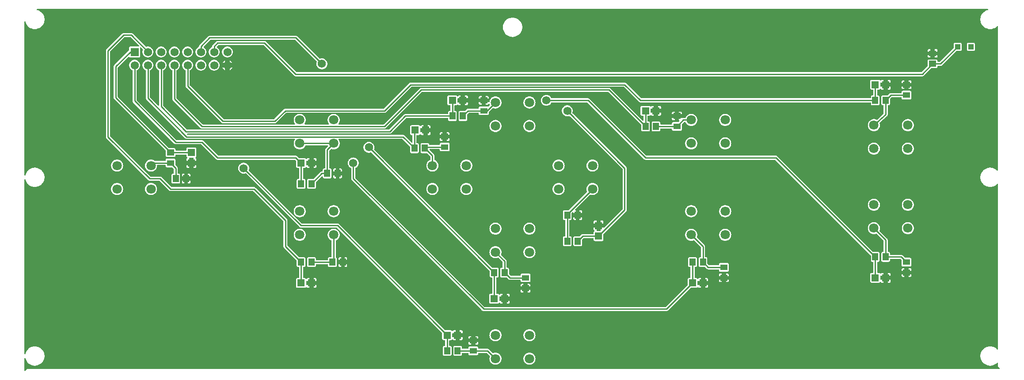
<source format=gbl>
G04 Layer: BottomLayer*
G04 EasyEDA v6.5.38, 2023-12-04 19:03:53*
G04 b5bff3c8101f4f8dbc120533c369a027,9f3f2715377c499da2f37e4e16011465,10*
G04 Gerber Generator version 0.2*
G04 Scale: 100 percent, Rotated: No, Reflected: No *
G04 Dimensions in millimeters *
G04 leading zeros omitted , absolute positions ,4 integer and 5 decimal *
%FSLAX45Y45*%
%MOMM*%

%AMMACRO1*21,1,$1,$2,0,0,$3*%
%ADD10C,0.2540*%
%ADD11R,1.3500X1.4100*%
%ADD12MACRO1,1.35X1.41X0.0000*%
%ADD13MACRO1,1.35X1.41X90.0000*%
%ADD14MACRO1,1.377X1.1325X90.0000*%
%ADD15R,1.3770X1.1325*%
%ADD16MACRO1,1.377X1.1325X0.0000*%
%ADD17MACRO1,1.377X1.1325X-90.0000*%
%ADD18C,1.5748*%
%ADD19MACRO1,1.5748X1.5748X0.0000*%
%ADD20C,1.8000*%
%ADD21MACRO1,1.0351X1.0325X0.0000*%
%ADD22C,0.0105*%

%LPD*%
G36*
X210159Y5914339D02*
G01*
X206248Y5915152D01*
X202996Y5917336D01*
X200761Y5920638D01*
X199999Y5924499D01*
X199999Y6154928D01*
X200863Y6159042D01*
X203250Y6162395D01*
X206857Y6164529D01*
X210972Y6165088D01*
X214985Y6163919D01*
X218135Y6161227D01*
X220014Y6157518D01*
X223367Y6144564D01*
X229870Y6126988D01*
X238099Y6110122D01*
X248056Y6094222D01*
X259537Y6079388D01*
X272440Y6065774D01*
X286664Y6053582D01*
X302056Y6042863D01*
X318465Y6033770D01*
X335686Y6026353D01*
X353568Y6020765D01*
X371957Y6016955D01*
X390601Y6015075D01*
X409397Y6015075D01*
X428040Y6016955D01*
X446430Y6020765D01*
X464312Y6026353D01*
X481533Y6033770D01*
X497941Y6042863D01*
X513334Y6053582D01*
X527558Y6065774D01*
X540461Y6079388D01*
X551942Y6094222D01*
X561898Y6110122D01*
X570128Y6126988D01*
X576630Y6144564D01*
X581355Y6162700D01*
X584200Y6181242D01*
X585165Y6199987D01*
X584200Y6218732D01*
X581355Y6237274D01*
X576630Y6255410D01*
X570128Y6272987D01*
X561898Y6289852D01*
X551942Y6305753D01*
X540461Y6320586D01*
X527558Y6334201D01*
X513334Y6346393D01*
X497941Y6357112D01*
X481533Y6366205D01*
X464312Y6373622D01*
X446430Y6379210D01*
X428040Y6383020D01*
X409397Y6384899D01*
X390601Y6384899D01*
X371957Y6383020D01*
X353568Y6379210D01*
X335686Y6373622D01*
X318465Y6366205D01*
X302056Y6357112D01*
X286664Y6346393D01*
X272440Y6334201D01*
X259537Y6320586D01*
X248056Y6305753D01*
X238099Y6289852D01*
X229870Y6272987D01*
X223367Y6255410D01*
X220014Y6242456D01*
X218135Y6238748D01*
X214985Y6236055D01*
X210972Y6234887D01*
X206857Y6235446D01*
X203250Y6237579D01*
X200863Y6240932D01*
X199999Y6245047D01*
X199999Y9579965D01*
X200863Y9584029D01*
X203250Y9587433D01*
X206857Y9589566D01*
X210972Y9590074D01*
X214985Y9588906D01*
X218135Y9586214D01*
X220014Y9582505D01*
X223367Y9569551D01*
X229870Y9551974D01*
X238099Y9535109D01*
X248056Y9519208D01*
X259537Y9504375D01*
X272440Y9490811D01*
X286664Y9478568D01*
X302056Y9467850D01*
X318465Y9458756D01*
X335686Y9451340D01*
X353568Y9445752D01*
X371957Y9441992D01*
X390601Y9440062D01*
X409397Y9440062D01*
X428040Y9441992D01*
X446430Y9445752D01*
X464312Y9451340D01*
X481533Y9458756D01*
X497941Y9467850D01*
X513334Y9478568D01*
X527558Y9490811D01*
X540461Y9504375D01*
X551942Y9519208D01*
X561898Y9535109D01*
X570128Y9551974D01*
X576630Y9569551D01*
X581355Y9587687D01*
X584200Y9606229D01*
X585165Y9624974D01*
X584200Y9643719D01*
X581355Y9662261D01*
X576630Y9680397D01*
X570128Y9697974D01*
X561898Y9714839D01*
X551942Y9730740D01*
X540461Y9745573D01*
X527558Y9759188D01*
X513334Y9771380D01*
X497941Y9782098D01*
X481533Y9791192D01*
X464312Y9798608D01*
X446430Y9804196D01*
X428040Y9808006D01*
X409397Y9809886D01*
X390601Y9809886D01*
X371957Y9808006D01*
X353568Y9804196D01*
X335686Y9798608D01*
X318465Y9791192D01*
X302056Y9782098D01*
X286664Y9771380D01*
X272440Y9759188D01*
X259537Y9745573D01*
X248056Y9730740D01*
X238099Y9714839D01*
X229870Y9697974D01*
X223367Y9680397D01*
X220014Y9667443D01*
X218135Y9663734D01*
X214985Y9661042D01*
X210972Y9659874D01*
X206857Y9660432D01*
X203250Y9662566D01*
X200863Y9665919D01*
X199999Y9670034D01*
X199999Y12604953D01*
X200863Y12609017D01*
X203250Y12612420D01*
X206857Y12614554D01*
X210972Y12615062D01*
X214985Y12613894D01*
X218135Y12611201D01*
X220014Y12607493D01*
X223367Y12594539D01*
X229870Y12576962D01*
X238099Y12560147D01*
X248056Y12544196D01*
X259537Y12529362D01*
X272440Y12515799D01*
X286664Y12503556D01*
X302056Y12492837D01*
X318465Y12483744D01*
X335686Y12476378D01*
X353568Y12470739D01*
X371957Y12466980D01*
X390601Y12465050D01*
X409397Y12465050D01*
X428040Y12466980D01*
X446430Y12470739D01*
X464312Y12476378D01*
X481533Y12483744D01*
X497941Y12492837D01*
X513334Y12503556D01*
X527558Y12515799D01*
X540461Y12529362D01*
X551942Y12544196D01*
X561898Y12560147D01*
X570128Y12576962D01*
X576630Y12594539D01*
X581355Y12612725D01*
X584200Y12631267D01*
X585165Y12649962D01*
X584200Y12668707D01*
X581355Y12687249D01*
X576630Y12705384D01*
X570128Y12723012D01*
X561898Y12739827D01*
X551942Y12755727D01*
X540461Y12770561D01*
X527558Y12784175D01*
X513334Y12796367D01*
X497941Y12807086D01*
X481533Y12816179D01*
X464312Y12823596D01*
X446430Y12829184D01*
X443230Y12829844D01*
X439369Y12831572D01*
X436524Y12834670D01*
X435152Y12838734D01*
X435609Y12842900D01*
X437692Y12846608D01*
X441147Y12849098D01*
X445262Y12849961D01*
X18654674Y12849961D01*
X18658840Y12849098D01*
X18662243Y12846608D01*
X18664377Y12842900D01*
X18664783Y12838734D01*
X18663462Y12834670D01*
X18660618Y12831572D01*
X18656706Y12829844D01*
X18653556Y12829184D01*
X18635675Y12823596D01*
X18618403Y12816179D01*
X18602045Y12807086D01*
X18586653Y12796367D01*
X18572378Y12784175D01*
X18559475Y12770561D01*
X18547994Y12755727D01*
X18538088Y12739827D01*
X18529808Y12723012D01*
X18523305Y12705384D01*
X18518632Y12687249D01*
X18515787Y12668707D01*
X18514822Y12649962D01*
X18515787Y12631267D01*
X18518632Y12612725D01*
X18523305Y12594539D01*
X18529808Y12576962D01*
X18538088Y12560147D01*
X18547994Y12544196D01*
X18559475Y12529362D01*
X18572378Y12515799D01*
X18586653Y12503556D01*
X18602045Y12492837D01*
X18618403Y12483744D01*
X18635675Y12476378D01*
X18653556Y12470739D01*
X18671946Y12466980D01*
X18690590Y12465050D01*
X18709335Y12465050D01*
X18727978Y12466980D01*
X18746368Y12470739D01*
X18764250Y12476378D01*
X18781522Y12483744D01*
X18797879Y12492837D01*
X18813272Y12503556D01*
X18827546Y12515799D01*
X18832423Y12520930D01*
X18835725Y12523266D01*
X18839637Y12524130D01*
X18843548Y12523368D01*
X18846901Y12521184D01*
X18849187Y12517882D01*
X18849949Y12513970D01*
X18849949Y9761016D01*
X18849187Y9757054D01*
X18846901Y9753752D01*
X18843548Y9751568D01*
X18839637Y9750856D01*
X18835725Y9751720D01*
X18832423Y9754006D01*
X18827546Y9759188D01*
X18813272Y9771380D01*
X18797879Y9782098D01*
X18781522Y9791192D01*
X18764250Y9798608D01*
X18746368Y9804196D01*
X18727978Y9808006D01*
X18709335Y9809886D01*
X18690590Y9809886D01*
X18671946Y9808006D01*
X18653556Y9804196D01*
X18635675Y9798608D01*
X18618403Y9791192D01*
X18602045Y9782098D01*
X18586653Y9771380D01*
X18572378Y9759188D01*
X18559475Y9745573D01*
X18547994Y9730740D01*
X18538088Y9714839D01*
X18529808Y9697974D01*
X18523305Y9680397D01*
X18518632Y9662261D01*
X18515787Y9643719D01*
X18514822Y9624974D01*
X18515787Y9606229D01*
X18518632Y9587687D01*
X18523305Y9569551D01*
X18529808Y9551974D01*
X18538088Y9535109D01*
X18547994Y9519208D01*
X18559475Y9504375D01*
X18572378Y9490811D01*
X18586653Y9478568D01*
X18602045Y9467850D01*
X18618403Y9458756D01*
X18635675Y9451340D01*
X18653556Y9445752D01*
X18671946Y9441992D01*
X18690590Y9440062D01*
X18709335Y9440062D01*
X18727978Y9441992D01*
X18746368Y9445752D01*
X18764250Y9451340D01*
X18781522Y9458756D01*
X18797879Y9467850D01*
X18813272Y9478568D01*
X18827546Y9490811D01*
X18832423Y9495942D01*
X18835725Y9498279D01*
X18839637Y9499142D01*
X18843548Y9498380D01*
X18846901Y9496196D01*
X18849187Y9492894D01*
X18849949Y9488982D01*
X18849949Y6336030D01*
X18849187Y6332067D01*
X18846901Y6328765D01*
X18843548Y6326581D01*
X18839637Y6325870D01*
X18835725Y6326682D01*
X18832423Y6329019D01*
X18827546Y6334201D01*
X18813272Y6346393D01*
X18797879Y6357112D01*
X18781522Y6366205D01*
X18764250Y6373622D01*
X18746368Y6379210D01*
X18727978Y6383020D01*
X18709335Y6384899D01*
X18690590Y6384899D01*
X18671946Y6383020D01*
X18653556Y6379210D01*
X18635675Y6373622D01*
X18618403Y6366205D01*
X18602045Y6357112D01*
X18586653Y6346393D01*
X18572378Y6334201D01*
X18559475Y6320586D01*
X18547994Y6305753D01*
X18538088Y6289852D01*
X18529808Y6272987D01*
X18523305Y6255410D01*
X18518632Y6237274D01*
X18515787Y6218732D01*
X18514822Y6199987D01*
X18515787Y6181242D01*
X18518632Y6162700D01*
X18523305Y6144564D01*
X18529808Y6126988D01*
X18538088Y6110122D01*
X18547994Y6094222D01*
X18559475Y6079388D01*
X18572378Y6065774D01*
X18586653Y6053582D01*
X18602045Y6042863D01*
X18618403Y6033770D01*
X18635675Y6026353D01*
X18653556Y6020765D01*
X18671946Y6016955D01*
X18690590Y6015075D01*
X18709335Y6015075D01*
X18727978Y6016955D01*
X18746368Y6020765D01*
X18764250Y6026353D01*
X18781522Y6033770D01*
X18797879Y6042863D01*
X18813272Y6053582D01*
X18827546Y6065774D01*
X18832423Y6070955D01*
X18835725Y6073292D01*
X18839637Y6074105D01*
X18843548Y6073394D01*
X18846901Y6071209D01*
X18849187Y6067907D01*
X18849949Y6063945D01*
X18849949Y6001004D01*
X18850660Y5999276D01*
X18882614Y5967323D01*
X18884798Y5964021D01*
X18885611Y5960160D01*
X18884798Y5956249D01*
X18882614Y5952947D01*
X18879312Y5950762D01*
X18875451Y5950000D01*
X251002Y5950000D01*
X249275Y5949289D01*
X217322Y5917336D01*
X214071Y5915152D01*
G37*

%LPC*%
G36*
X9867849Y6034278D02*
G01*
X9882378Y6034278D01*
X9896805Y6036106D01*
X9910927Y6039713D01*
X9924440Y6045098D01*
X9937191Y6052108D01*
X9948976Y6060643D01*
X9959594Y6070600D01*
X9968839Y6081826D01*
X9976662Y6094120D01*
X9982860Y6107277D01*
X9987330Y6121146D01*
X9990074Y6135420D01*
X9990988Y6149949D01*
X9990074Y6164478D01*
X9987330Y6178753D01*
X9982860Y6192621D01*
X9976662Y6205778D01*
X9968839Y6218072D01*
X9959594Y6229248D01*
X9948976Y6239256D01*
X9937191Y6247790D01*
X9924440Y6254800D01*
X9910927Y6260134D01*
X9896805Y6263792D01*
X9882378Y6265621D01*
X9867849Y6265621D01*
X9853371Y6263792D01*
X9839299Y6260134D01*
X9825736Y6254800D01*
X9812985Y6247790D01*
X9801250Y6239256D01*
X9790633Y6229248D01*
X9781336Y6218072D01*
X9773564Y6205778D01*
X9767366Y6192621D01*
X9762845Y6178753D01*
X9760102Y6164478D01*
X9759188Y6149949D01*
X9760102Y6135420D01*
X9762845Y6121146D01*
X9767366Y6107277D01*
X9773564Y6094120D01*
X9781336Y6081826D01*
X9790633Y6070600D01*
X9801250Y6060643D01*
X9812985Y6052108D01*
X9825736Y6045098D01*
X9839299Y6039713D01*
X9853371Y6036106D01*
G37*
G36*
X9217609Y6034278D02*
G01*
X9232138Y6034278D01*
X9246565Y6036106D01*
X9260687Y6039713D01*
X9274200Y6045098D01*
X9286951Y6052108D01*
X9298736Y6060643D01*
X9309354Y6070600D01*
X9318599Y6081826D01*
X9326422Y6094120D01*
X9332620Y6107277D01*
X9337090Y6121146D01*
X9339834Y6135420D01*
X9340748Y6149949D01*
X9339834Y6164478D01*
X9337090Y6178753D01*
X9332620Y6192621D01*
X9326422Y6205778D01*
X9318599Y6218072D01*
X9309354Y6229248D01*
X9298736Y6239256D01*
X9286951Y6247790D01*
X9274200Y6254800D01*
X9260687Y6260134D01*
X9246565Y6263792D01*
X9232138Y6265621D01*
X9217609Y6265621D01*
X9203131Y6263792D01*
X9189059Y6260134D01*
X9181084Y6256985D01*
X9177223Y6256274D01*
X9173413Y6257086D01*
X9170162Y6259271D01*
X9102496Y6326936D01*
X9096248Y6332067D01*
X9089593Y6335623D01*
X9082328Y6337808D01*
X9074302Y6338570D01*
X8904884Y6338570D01*
X8901023Y6339382D01*
X8897721Y6341567D01*
X8895537Y6344869D01*
X8894724Y6348730D01*
X8894724Y6356045D01*
X8894013Y6362344D01*
X8892133Y6367830D01*
X8889034Y6372707D01*
X8884970Y6376822D01*
X8880043Y6379870D01*
X8874607Y6381800D01*
X8868257Y6382512D01*
X8731707Y6382512D01*
X8725357Y6381800D01*
X8719921Y6379870D01*
X8714994Y6376822D01*
X8710930Y6372707D01*
X8707831Y6367830D01*
X8705951Y6362344D01*
X8705240Y6356045D01*
X8705240Y6348730D01*
X8704427Y6344869D01*
X8702243Y6341567D01*
X8698941Y6339382D01*
X8695080Y6338570D01*
X8592667Y6338570D01*
X8588806Y6339382D01*
X8585504Y6341567D01*
X8583320Y6344869D01*
X8582507Y6348730D01*
X8582507Y6368288D01*
X8581796Y6374587D01*
X8579916Y6380073D01*
X8576818Y6384950D01*
X8572703Y6389065D01*
X8567826Y6392113D01*
X8562390Y6394043D01*
X8556040Y6394754D01*
X8443925Y6394754D01*
X8437626Y6394043D01*
X8432139Y6392113D01*
X8427262Y6389065D01*
X8423148Y6384950D01*
X8420100Y6380073D01*
X8418169Y6374587D01*
X8417458Y6368288D01*
X8417458Y6231686D01*
X8418169Y6225387D01*
X8420100Y6219901D01*
X8423148Y6215024D01*
X8427262Y6210909D01*
X8432139Y6207861D01*
X8437626Y6205931D01*
X8443925Y6205220D01*
X8556040Y6205220D01*
X8562390Y6205931D01*
X8567826Y6207861D01*
X8572703Y6210909D01*
X8576818Y6215024D01*
X8579916Y6219901D01*
X8581796Y6225387D01*
X8582507Y6231686D01*
X8582507Y6251194D01*
X8583320Y6255105D01*
X8585504Y6258407D01*
X8588806Y6260592D01*
X8592667Y6261354D01*
X8695080Y6261354D01*
X8698941Y6260592D01*
X8702243Y6258407D01*
X8704427Y6255105D01*
X8705240Y6251194D01*
X8705240Y6243929D01*
X8705951Y6237579D01*
X8707831Y6232144D01*
X8710930Y6227267D01*
X8714994Y6223152D01*
X8719921Y6220053D01*
X8725357Y6218174D01*
X8731707Y6217462D01*
X8868257Y6217462D01*
X8874607Y6218174D01*
X8880043Y6220053D01*
X8884970Y6223152D01*
X8889034Y6227267D01*
X8892133Y6232144D01*
X8894013Y6237579D01*
X8894724Y6243929D01*
X8894724Y6251194D01*
X8895537Y6255105D01*
X8897721Y6258407D01*
X8901023Y6260592D01*
X8904884Y6261354D01*
X9054642Y6261354D01*
X9058503Y6260592D01*
X9061805Y6258407D01*
X9115399Y6204762D01*
X9117685Y6201359D01*
X9118396Y6197295D01*
X9117126Y6192621D01*
X9112605Y6178753D01*
X9109862Y6164478D01*
X9108948Y6149949D01*
X9109862Y6135420D01*
X9112605Y6121146D01*
X9117126Y6107277D01*
X9123324Y6094120D01*
X9131096Y6081826D01*
X9140393Y6070600D01*
X9151010Y6060643D01*
X9162745Y6052108D01*
X9175496Y6045098D01*
X9189059Y6039713D01*
X9203131Y6036106D01*
G37*
G36*
X8243925Y6205220D02*
G01*
X8356041Y6205220D01*
X8362340Y6205931D01*
X8367826Y6207861D01*
X8372703Y6210909D01*
X8376818Y6215024D01*
X8379866Y6219901D01*
X8381796Y6225387D01*
X8382508Y6231686D01*
X8382508Y6368288D01*
X8381796Y6374587D01*
X8379866Y6380073D01*
X8376818Y6384950D01*
X8372703Y6389065D01*
X8367826Y6392113D01*
X8362340Y6394043D01*
X8356041Y6394754D01*
X8348776Y6394754D01*
X8344865Y6395516D01*
X8341563Y6397701D01*
X8339378Y6401003D01*
X8338616Y6404914D01*
X8338616Y6496405D01*
X8339378Y6500317D01*
X8341563Y6503619D01*
X8344865Y6505803D01*
X8348776Y6506565D01*
X8369909Y6506565D01*
X8376208Y6507276D01*
X8381695Y6509207D01*
X8386572Y6512306D01*
X8390686Y6516370D01*
X8394192Y6520434D01*
X8397951Y6522008D01*
X8402015Y6522008D01*
X8405774Y6520434D01*
X8409279Y6516370D01*
X8413394Y6512306D01*
X8418271Y6509207D01*
X8423757Y6507276D01*
X8430056Y6506565D01*
X8458403Y6506565D01*
X8458403Y6559905D01*
X8406536Y6559905D01*
X8402675Y6560667D01*
X8399373Y6562852D01*
X8397138Y6566153D01*
X8396376Y6570065D01*
X8396376Y6629908D01*
X8397138Y6633819D01*
X8399373Y6637121D01*
X8402675Y6639306D01*
X8406536Y6640068D01*
X8458403Y6640068D01*
X8458403Y6693408D01*
X8430056Y6693408D01*
X8423757Y6692696D01*
X8418271Y6690766D01*
X8413394Y6687667D01*
X8409279Y6683603D01*
X8405774Y6679539D01*
X8402015Y6677964D01*
X8397951Y6677964D01*
X8394192Y6679539D01*
X8390686Y6683603D01*
X8386572Y6687667D01*
X8381695Y6690766D01*
X8376208Y6692696D01*
X8369909Y6693408D01*
X8265312Y6693408D01*
X8261400Y6694170D01*
X8258098Y6696354D01*
X6227521Y8726932D01*
X6221323Y8732062D01*
X6214618Y8735618D01*
X6207404Y8737803D01*
X6199378Y8738616D01*
X5520334Y8738616D01*
X5516422Y8739378D01*
X5513120Y8741613D01*
X4500676Y9754057D01*
X4498543Y9757156D01*
X4497679Y9760813D01*
X4498238Y9764522D01*
X4501083Y9773005D01*
X4503775Y9786416D01*
X4504690Y9800082D01*
X4503775Y9813747D01*
X4501083Y9827158D01*
X4496714Y9840112D01*
X4490669Y9852406D01*
X4483049Y9863785D01*
X4474006Y9874046D01*
X4463745Y9883089D01*
X4452366Y9890709D01*
X4440072Y9896754D01*
X4427118Y9901123D01*
X4413707Y9903815D01*
X4400042Y9904730D01*
X4386376Y9903815D01*
X4372965Y9901123D01*
X4360011Y9896754D01*
X4347718Y9890709D01*
X4336338Y9883089D01*
X4326077Y9874046D01*
X4317034Y9863785D01*
X4309414Y9852406D01*
X4303369Y9840112D01*
X4299000Y9827158D01*
X4296308Y9813747D01*
X4295394Y9800082D01*
X4296308Y9786416D01*
X4299000Y9773005D01*
X4303369Y9760051D01*
X4309414Y9747758D01*
X4317034Y9736378D01*
X4326077Y9726117D01*
X4336338Y9717074D01*
X4347718Y9709454D01*
X4360011Y9703409D01*
X4372965Y9699040D01*
X4386376Y9696348D01*
X4400042Y9695434D01*
X4413707Y9696348D01*
X4427118Y9699040D01*
X4435602Y9701885D01*
X4439310Y9702444D01*
X4442968Y9701580D01*
X4446066Y9699447D01*
X5472480Y8673084D01*
X5478678Y8667953D01*
X5485384Y8664397D01*
X5492597Y8662212D01*
X5500624Y8661400D01*
X6179667Y8661400D01*
X6183579Y8660638D01*
X6186881Y8658402D01*
X8200593Y6644690D01*
X8202777Y6641388D01*
X8203590Y6637528D01*
X8203590Y6533032D01*
X8204301Y6526733D01*
X8206181Y6521297D01*
X8209280Y6516370D01*
X8213344Y6512306D01*
X8218271Y6509207D01*
X8223707Y6507276D01*
X8230057Y6506565D01*
X8251240Y6506565D01*
X8255101Y6505803D01*
X8258403Y6503619D01*
X8260588Y6500317D01*
X8261400Y6496405D01*
X8261400Y6404914D01*
X8260588Y6401003D01*
X8258403Y6397701D01*
X8255101Y6395516D01*
X8251240Y6394754D01*
X8243925Y6394754D01*
X8237575Y6394043D01*
X8232140Y6392113D01*
X8227263Y6389065D01*
X8223148Y6384950D01*
X8220049Y6380073D01*
X8218170Y6374587D01*
X8217458Y6368288D01*
X8217458Y6231686D01*
X8218170Y6225387D01*
X8220049Y6219901D01*
X8223148Y6215024D01*
X8227263Y6210909D01*
X8232140Y6207861D01*
X8237575Y6205931D01*
G37*
G36*
X8731707Y6417462D02*
G01*
X8759190Y6417462D01*
X8759190Y6465316D01*
X8705240Y6465316D01*
X8705240Y6443929D01*
X8705951Y6437630D01*
X8707831Y6432143D01*
X8710930Y6427266D01*
X8714994Y6423152D01*
X8719921Y6420104D01*
X8725357Y6418173D01*
G37*
G36*
X8840774Y6417462D02*
G01*
X8868257Y6417462D01*
X8874607Y6418173D01*
X8880043Y6420104D01*
X8884970Y6423152D01*
X8889034Y6427266D01*
X8892133Y6432143D01*
X8894013Y6437630D01*
X8894724Y6443929D01*
X8894724Y6465316D01*
X8840774Y6465316D01*
G37*
G36*
X9217609Y6484366D02*
G01*
X9232138Y6484366D01*
X9246565Y6486194D01*
X9260687Y6489801D01*
X9274200Y6495186D01*
X9286951Y6502196D01*
X9298736Y6510731D01*
X9309354Y6520688D01*
X9318599Y6531914D01*
X9326422Y6544208D01*
X9332620Y6557365D01*
X9337090Y6571234D01*
X9339834Y6585508D01*
X9340748Y6600037D01*
X9339834Y6614566D01*
X9337090Y6628841D01*
X9332620Y6642709D01*
X9326422Y6655866D01*
X9318599Y6668160D01*
X9309354Y6679336D01*
X9298736Y6689344D01*
X9286951Y6697878D01*
X9274200Y6704888D01*
X9260687Y6710222D01*
X9246565Y6713880D01*
X9232138Y6715709D01*
X9217609Y6715709D01*
X9203131Y6713880D01*
X9189059Y6710222D01*
X9175496Y6704888D01*
X9162745Y6697878D01*
X9151010Y6689344D01*
X9140393Y6679336D01*
X9131096Y6668160D01*
X9123324Y6655866D01*
X9117126Y6642709D01*
X9112605Y6628841D01*
X9109862Y6614566D01*
X9108948Y6600037D01*
X9109862Y6585508D01*
X9112605Y6571234D01*
X9117126Y6557365D01*
X9123324Y6544208D01*
X9131096Y6531914D01*
X9140393Y6520688D01*
X9151010Y6510731D01*
X9162745Y6502196D01*
X9175496Y6495186D01*
X9189059Y6489801D01*
X9203131Y6486194D01*
G37*
G36*
X9867849Y6484366D02*
G01*
X9882378Y6484366D01*
X9896805Y6486194D01*
X9910927Y6489801D01*
X9924440Y6495186D01*
X9937191Y6502196D01*
X9948976Y6510731D01*
X9959594Y6520688D01*
X9968839Y6531914D01*
X9976662Y6544208D01*
X9982860Y6557365D01*
X9987330Y6571234D01*
X9990074Y6585508D01*
X9990988Y6600037D01*
X9990074Y6614566D01*
X9987330Y6628841D01*
X9982860Y6642709D01*
X9976662Y6655866D01*
X9968839Y6668160D01*
X9959594Y6679336D01*
X9948976Y6689344D01*
X9937191Y6697878D01*
X9924440Y6704888D01*
X9910927Y6710222D01*
X9896805Y6713880D01*
X9882378Y6715709D01*
X9867849Y6715709D01*
X9853371Y6713880D01*
X9839299Y6710222D01*
X9825736Y6704888D01*
X9812985Y6697878D01*
X9801250Y6689344D01*
X9790633Y6679336D01*
X9781336Y6668160D01*
X9773564Y6655866D01*
X9767366Y6642709D01*
X9762845Y6628841D01*
X9760102Y6614566D01*
X9759188Y6600037D01*
X9760102Y6585508D01*
X9762845Y6571234D01*
X9767366Y6557365D01*
X9773564Y6544208D01*
X9781336Y6531914D01*
X9790633Y6520688D01*
X9801250Y6510731D01*
X9812985Y6502196D01*
X9825736Y6495186D01*
X9839299Y6489801D01*
X9853371Y6486194D01*
G37*
G36*
X8541562Y6506565D02*
G01*
X8569909Y6506565D01*
X8576259Y6507276D01*
X8581694Y6509207D01*
X8586622Y6512306D01*
X8590686Y6516370D01*
X8593785Y6521297D01*
X8595664Y6526733D01*
X8596376Y6533032D01*
X8596376Y6559905D01*
X8541562Y6559905D01*
G37*
G36*
X8705240Y6534657D02*
G01*
X8759190Y6534657D01*
X8759190Y6582511D01*
X8731707Y6582511D01*
X8725357Y6581800D01*
X8719921Y6579920D01*
X8714994Y6576822D01*
X8710930Y6572707D01*
X8707831Y6567830D01*
X8705951Y6562394D01*
X8705240Y6556044D01*
G37*
G36*
X8840774Y6534657D02*
G01*
X8894724Y6534657D01*
X8894724Y6556044D01*
X8894013Y6562394D01*
X8892133Y6567830D01*
X8889034Y6572707D01*
X8884970Y6576822D01*
X8880043Y6579920D01*
X8874607Y6581800D01*
X8868257Y6582511D01*
X8840774Y6582511D01*
G37*
G36*
X8541562Y6640068D02*
G01*
X8596376Y6640068D01*
X8596376Y6666941D01*
X8595664Y6673240D01*
X8593785Y6678675D01*
X8590686Y6683603D01*
X8586622Y6687667D01*
X8581694Y6690766D01*
X8576259Y6692696D01*
X8569909Y6693408D01*
X8541562Y6693408D01*
G37*
G36*
X9000490Y7061352D02*
G01*
X12499492Y7061352D01*
X12507518Y7062165D01*
X12514732Y7064349D01*
X12521387Y7067905D01*
X12527635Y7073036D01*
X12958165Y7503617D01*
X12961467Y7505801D01*
X12965379Y7506563D01*
X13069925Y7506563D01*
X13076224Y7507274D01*
X13081660Y7509205D01*
X13086588Y7512303D01*
X13090652Y7516368D01*
X13094208Y7520431D01*
X13097916Y7522006D01*
X13102031Y7522006D01*
X13105739Y7520431D01*
X13109295Y7516368D01*
X13113359Y7512303D01*
X13118287Y7509205D01*
X13123722Y7507274D01*
X13130022Y7506563D01*
X13158368Y7506563D01*
X13158368Y7559903D01*
X13106552Y7559903D01*
X13102640Y7560665D01*
X13099338Y7562850D01*
X13097154Y7566152D01*
X13096392Y7570063D01*
X13096392Y7629906D01*
X13097154Y7633817D01*
X13099338Y7637119D01*
X13102640Y7639303D01*
X13106552Y7640066D01*
X13158368Y7640066D01*
X13158368Y7693406D01*
X13130022Y7693406D01*
X13123722Y7692694D01*
X13118287Y7690764D01*
X13113359Y7687665D01*
X13109295Y7683601D01*
X13105739Y7679537D01*
X13102031Y7677962D01*
X13097916Y7677962D01*
X13094208Y7679537D01*
X13090652Y7683601D01*
X13086588Y7687665D01*
X13081660Y7690764D01*
X13076224Y7692694D01*
X13069925Y7693406D01*
X13048742Y7693406D01*
X13044830Y7694168D01*
X13041579Y7696352D01*
X13039344Y7699654D01*
X13038582Y7703566D01*
X13038582Y7895081D01*
X13039344Y7898942D01*
X13041579Y7902244D01*
X13044830Y7904429D01*
X13048742Y7905242D01*
X13056006Y7905242D01*
X13062356Y7905953D01*
X13067792Y7907832D01*
X13072719Y7910931D01*
X13076783Y7914995D01*
X13079882Y7919923D01*
X13081812Y7925358D01*
X13082524Y7931708D01*
X13082524Y8068259D01*
X13081812Y8074609D01*
X13079882Y8080044D01*
X13076783Y8084972D01*
X13072719Y8089036D01*
X13067792Y8092135D01*
X13062356Y8094014D01*
X13056006Y8094725D01*
X12943890Y8094725D01*
X12937591Y8094014D01*
X12932105Y8092135D01*
X12927228Y8089036D01*
X12923113Y8084972D01*
X12920065Y8080044D01*
X12918135Y8074609D01*
X12917424Y8068259D01*
X12917424Y7931708D01*
X12918135Y7925358D01*
X12920065Y7919923D01*
X12923113Y7914995D01*
X12927228Y7910931D01*
X12932105Y7907832D01*
X12937591Y7905953D01*
X12943890Y7905242D01*
X12951206Y7905242D01*
X12955117Y7904429D01*
X12958368Y7902244D01*
X12960604Y7898942D01*
X12961366Y7895081D01*
X12961366Y7703566D01*
X12960604Y7699654D01*
X12958368Y7696352D01*
X12955117Y7694168D01*
X12951206Y7693406D01*
X12930022Y7693406D01*
X12923723Y7692694D01*
X12918236Y7690764D01*
X12913360Y7687665D01*
X12909245Y7683601D01*
X12906197Y7678674D01*
X12904266Y7673238D01*
X12903555Y7666939D01*
X12903555Y7562392D01*
X12902793Y7558481D01*
X12900609Y7555179D01*
X12486944Y7141565D01*
X12483642Y7139381D01*
X12479782Y7138568D01*
X9020200Y7138568D01*
X9016288Y7139381D01*
X9012986Y7141565D01*
X6541566Y9612985D01*
X6539382Y9616287D01*
X6538620Y9620199D01*
X6538620Y9796272D01*
X6539280Y9799980D01*
X6541262Y9803180D01*
X6544259Y9805416D01*
X6552285Y9809378D01*
X6563664Y9816998D01*
X6573977Y9825990D01*
X6582968Y9836302D01*
X6590588Y9847681D01*
X6596634Y9859924D01*
X6601053Y9872878D01*
X6603695Y9886340D01*
X6604609Y9899954D01*
X6603695Y9913620D01*
X6601053Y9927082D01*
X6596634Y9940036D01*
X6590588Y9952278D01*
X6582968Y9963658D01*
X6573977Y9973970D01*
X6563664Y9982962D01*
X6552285Y9990582D01*
X6540042Y9996627D01*
X6527088Y10001046D01*
X6513626Y10003688D01*
X6500012Y10004602D01*
X6486347Y10003688D01*
X6472885Y10001046D01*
X6459931Y9996627D01*
X6447688Y9990582D01*
X6436309Y9982962D01*
X6425996Y9973970D01*
X6417005Y9963658D01*
X6409385Y9952278D01*
X6403340Y9940036D01*
X6398920Y9927082D01*
X6396278Y9913620D01*
X6395364Y9899954D01*
X6396278Y9886340D01*
X6398920Y9872878D01*
X6403340Y9859924D01*
X6409385Y9847681D01*
X6417005Y9836302D01*
X6425996Y9825990D01*
X6436309Y9816998D01*
X6447688Y9809378D01*
X6455714Y9805416D01*
X6458712Y9803180D01*
X6460693Y9799980D01*
X6461404Y9796272D01*
X6461404Y9600488D01*
X6462166Y9592462D01*
X6464350Y9585248D01*
X6467906Y9578543D01*
X6473037Y9572345D01*
X8972346Y7073036D01*
X8978544Y7067905D01*
X8985250Y7064349D01*
X8992463Y7062165D01*
G37*
G36*
X9441586Y7206589D02*
G01*
X9469932Y7206589D01*
X9476232Y7207300D01*
X9481718Y7209180D01*
X9486595Y7212279D01*
X9490710Y7216394D01*
X9493758Y7221270D01*
X9495688Y7226757D01*
X9496399Y7233056D01*
X9496399Y7259878D01*
X9441586Y7259878D01*
G37*
G36*
X9130030Y7206589D02*
G01*
X9269933Y7206589D01*
X9276232Y7207300D01*
X9281668Y7209180D01*
X9286595Y7212279D01*
X9290659Y7216394D01*
X9294215Y7220407D01*
X9297924Y7222032D01*
X9302038Y7222032D01*
X9305747Y7220407D01*
X9309303Y7216394D01*
X9313367Y7212279D01*
X9318294Y7209180D01*
X9323730Y7207300D01*
X9330029Y7206589D01*
X9358376Y7206589D01*
X9358376Y7259878D01*
X9306560Y7259878D01*
X9302648Y7260640D01*
X9299346Y7262875D01*
X9297162Y7266178D01*
X9296400Y7270038D01*
X9296400Y7329931D01*
X9297162Y7333792D01*
X9299346Y7337094D01*
X9302648Y7339330D01*
X9306560Y7340092D01*
X9358376Y7340092D01*
X9358376Y7393381D01*
X9330029Y7393381D01*
X9323730Y7392670D01*
X9318294Y7390790D01*
X9313367Y7387691D01*
X9309303Y7383576D01*
X9305747Y7379563D01*
X9302038Y7377938D01*
X9297924Y7377938D01*
X9294215Y7379563D01*
X9290659Y7383576D01*
X9286595Y7387691D01*
X9281668Y7390790D01*
X9276232Y7392670D01*
X9269933Y7393381D01*
X9248749Y7393381D01*
X9244838Y7394143D01*
X9241586Y7396378D01*
X9239351Y7399680D01*
X9238589Y7403541D01*
X9238589Y7695082D01*
X9239351Y7698943D01*
X9241586Y7702245D01*
X9244838Y7704429D01*
X9248749Y7705242D01*
X9256014Y7705242D01*
X9262364Y7705953D01*
X9267799Y7707833D01*
X9272727Y7710931D01*
X9276791Y7714996D01*
X9279890Y7719923D01*
X9281820Y7725359D01*
X9282531Y7731709D01*
X9282531Y7868259D01*
X9281820Y7874609D01*
X9279890Y7880045D01*
X9276791Y7884972D01*
X9272727Y7889036D01*
X9267799Y7892135D01*
X9262364Y7894015D01*
X9256014Y7894726D01*
X9164015Y7894726D01*
X9160154Y7895539D01*
X9156852Y7897723D01*
X6900621Y10153954D01*
X6898487Y10157053D01*
X6897624Y10160711D01*
X6898182Y10164419D01*
X6901027Y10172903D01*
X6903720Y10186314D01*
X6904634Y10199979D01*
X6903720Y10213644D01*
X6901027Y10227056D01*
X6896658Y10240010D01*
X6890613Y10252303D01*
X6882993Y10263682D01*
X6873951Y10273944D01*
X6863689Y10282986D01*
X6852310Y10290606D01*
X6840016Y10296652D01*
X6827062Y10301020D01*
X6813651Y10303713D01*
X6799986Y10304627D01*
X6786321Y10303713D01*
X6772909Y10301020D01*
X6759956Y10296652D01*
X6747662Y10290606D01*
X6736283Y10282986D01*
X6726021Y10273944D01*
X6716979Y10263682D01*
X6709359Y10252303D01*
X6703314Y10240010D01*
X6698945Y10227056D01*
X6696252Y10213644D01*
X6695338Y10199979D01*
X6696252Y10186314D01*
X6698945Y10172903D01*
X6703314Y10159949D01*
X6709359Y10147655D01*
X6716979Y10136276D01*
X6726021Y10126014D01*
X6736283Y10116972D01*
X6747662Y10109352D01*
X6759956Y10103307D01*
X6772909Y10098938D01*
X6786321Y10096246D01*
X6799986Y10095331D01*
X6813651Y10096246D01*
X6827062Y10098938D01*
X6835546Y10101783D01*
X6839254Y10102342D01*
X6842912Y10101478D01*
X6846011Y10099344D01*
X9114485Y7830921D01*
X9116669Y7827619D01*
X9117431Y7823708D01*
X9117431Y7731709D01*
X9118142Y7725359D01*
X9120073Y7719923D01*
X9123121Y7714996D01*
X9127236Y7710931D01*
X9132112Y7707833D01*
X9137599Y7705953D01*
X9143898Y7705242D01*
X9151213Y7705242D01*
X9155125Y7704429D01*
X9158376Y7702245D01*
X9160611Y7698943D01*
X9161373Y7695082D01*
X9161373Y7403541D01*
X9160611Y7399680D01*
X9158376Y7396378D01*
X9155125Y7394143D01*
X9151213Y7393381D01*
X9130030Y7393381D01*
X9123730Y7392670D01*
X9118244Y7390790D01*
X9113367Y7387691D01*
X9109252Y7383576D01*
X9106204Y7378700D01*
X9104274Y7373213D01*
X9103563Y7366914D01*
X9103563Y7233056D01*
X9104274Y7226757D01*
X9106204Y7221270D01*
X9109252Y7216394D01*
X9113367Y7212279D01*
X9118244Y7209180D01*
X9123730Y7207300D01*
G37*
G36*
X9441586Y7340092D02*
G01*
X9496399Y7340092D01*
X9496399Y7366914D01*
X9495688Y7373213D01*
X9493758Y7378700D01*
X9490710Y7383576D01*
X9486595Y7387691D01*
X9481718Y7390790D01*
X9476232Y7392670D01*
X9469932Y7393381D01*
X9441586Y7393381D01*
G37*
G36*
X9731705Y7417460D02*
G01*
X9759188Y7417460D01*
X9759188Y7465314D01*
X9705238Y7465314D01*
X9705238Y7443927D01*
X9705949Y7437577D01*
X9707829Y7432141D01*
X9710928Y7427264D01*
X9714992Y7423150D01*
X9719919Y7420051D01*
X9725355Y7418171D01*
G37*
G36*
X9840772Y7417460D02*
G01*
X9868255Y7417460D01*
X9874605Y7418171D01*
X9880041Y7420051D01*
X9884968Y7423150D01*
X9889032Y7427264D01*
X9892131Y7432141D01*
X9894011Y7437577D01*
X9894722Y7443927D01*
X9894722Y7465314D01*
X9840772Y7465314D01*
G37*
G36*
X5741568Y7506563D02*
G01*
X5769914Y7506563D01*
X5776264Y7507274D01*
X5781700Y7509205D01*
X5786628Y7512303D01*
X5790692Y7516368D01*
X5793790Y7521295D01*
X5795670Y7526731D01*
X5796381Y7533030D01*
X5796381Y7559903D01*
X5741568Y7559903D01*
G37*
G36*
X13241578Y7506563D02*
G01*
X13269925Y7506563D01*
X13276224Y7507274D01*
X13281710Y7509205D01*
X13286587Y7512303D01*
X13290702Y7516368D01*
X13293750Y7521295D01*
X13295680Y7526731D01*
X13296392Y7533030D01*
X13296392Y7559903D01*
X13241578Y7559903D01*
G37*
G36*
X5430062Y7506563D02*
G01*
X5569915Y7506563D01*
X5576214Y7507274D01*
X5581700Y7509205D01*
X5586577Y7512303D01*
X5590692Y7516368D01*
X5594197Y7520431D01*
X5597956Y7522006D01*
X5602020Y7522006D01*
X5605780Y7520431D01*
X5609285Y7516368D01*
X5613400Y7512303D01*
X5618276Y7509205D01*
X5623763Y7507274D01*
X5630062Y7506563D01*
X5658408Y7506563D01*
X5658408Y7559903D01*
X5606542Y7559903D01*
X5602681Y7560665D01*
X5599379Y7562850D01*
X5597144Y7566152D01*
X5596382Y7570063D01*
X5596382Y7629906D01*
X5597144Y7633817D01*
X5599379Y7637119D01*
X5602681Y7639303D01*
X5606542Y7640066D01*
X5658408Y7640066D01*
X5658408Y7693406D01*
X5630062Y7693406D01*
X5623763Y7692694D01*
X5618276Y7690764D01*
X5613400Y7687665D01*
X5609285Y7683601D01*
X5605780Y7679537D01*
X5602020Y7677962D01*
X5597956Y7677962D01*
X5594197Y7679537D01*
X5590692Y7683601D01*
X5586577Y7687665D01*
X5581700Y7690764D01*
X5576214Y7692694D01*
X5569915Y7693406D01*
X5548782Y7693406D01*
X5544870Y7694168D01*
X5541568Y7696352D01*
X5539384Y7699654D01*
X5538622Y7703566D01*
X5538622Y7895081D01*
X5539384Y7898942D01*
X5541568Y7902244D01*
X5544870Y7904429D01*
X5548782Y7905242D01*
X5556046Y7905242D01*
X5562346Y7905953D01*
X5567832Y7907832D01*
X5572709Y7910931D01*
X5576824Y7914995D01*
X5579872Y7919923D01*
X5581802Y7925358D01*
X5582513Y7931708D01*
X5582513Y8068259D01*
X5581802Y8074609D01*
X5579872Y8080044D01*
X5576824Y8084972D01*
X5572709Y8089036D01*
X5567832Y8092135D01*
X5562346Y8094014D01*
X5556046Y8094725D01*
X5464098Y8094725D01*
X5460238Y8095538D01*
X5456936Y8097723D01*
X5241493Y8312962D01*
X5239258Y8316264D01*
X5238496Y8320176D01*
X5238496Y8799576D01*
X5237683Y8807602D01*
X5235498Y8814816D01*
X5231942Y8821521D01*
X5226812Y8827719D01*
X4627575Y9426956D01*
X4621377Y9432086D01*
X4614672Y9435642D01*
X4607458Y9437827D01*
X4599432Y9438640D01*
X3020212Y9438640D01*
X3016300Y9439402D01*
X3012998Y9441637D01*
X2827731Y9626854D01*
X2821533Y9631984D01*
X2814828Y9635540D01*
X2807614Y9637725D01*
X2799588Y9638538D01*
X2620162Y9638538D01*
X2616250Y9639300D01*
X2612948Y9641535D01*
X1841703Y10412780D01*
X1839468Y10416082D01*
X1838706Y10419994D01*
X1838706Y12029795D01*
X1839468Y12033707D01*
X1841703Y12037009D01*
X2113076Y12308382D01*
X2116378Y12310618D01*
X2120290Y12311380D01*
X2229713Y12311380D01*
X2233625Y12310618D01*
X2236927Y12308382D01*
X2396337Y12148972D01*
X2398572Y12145670D01*
X2399334Y12141758D01*
X2398572Y12137898D01*
X2396337Y12134596D01*
X2393035Y12132411D01*
X2389174Y12131598D01*
X2232812Y12131598D01*
X2226513Y12130887D01*
X2221026Y12129008D01*
X2216150Y12125909D01*
X2212035Y12121845D01*
X2208987Y12116917D01*
X2207056Y12111482D01*
X2206345Y12105132D01*
X2206345Y12064339D01*
X2205380Y12059970D01*
X2202637Y12056465D01*
X2199436Y12053874D01*
X1923034Y11777726D01*
X1917903Y11771477D01*
X1914347Y11764822D01*
X1912162Y11757558D01*
X1911350Y11749582D01*
X1911350Y11150600D01*
X1912162Y11142573D01*
X1914347Y11135360D01*
X1917903Y11128654D01*
X1923034Y11122456D01*
X2902254Y10143185D01*
X2904439Y10139883D01*
X2905252Y10136022D01*
X2905252Y10043922D01*
X2905963Y10037622D01*
X2907842Y10032136D01*
X2910941Y10027259D01*
X2915005Y10023144D01*
X2919933Y10020096D01*
X2925368Y10018166D01*
X2931718Y10017455D01*
X3068269Y10017455D01*
X3074619Y10018166D01*
X3080054Y10020096D01*
X3084982Y10023144D01*
X3089046Y10027259D01*
X3092145Y10032136D01*
X3094024Y10037622D01*
X3094736Y10043922D01*
X3094736Y10051186D01*
X3095548Y10055098D01*
X3097733Y10058400D01*
X3101035Y10060584D01*
X3104896Y10061346D01*
X3296412Y10061346D01*
X3300323Y10060584D01*
X3303625Y10058400D01*
X3305810Y10055098D01*
X3306572Y10051186D01*
X3306572Y10030053D01*
X3307283Y10023754D01*
X3309213Y10018268D01*
X3312312Y10013391D01*
X3316376Y10009276D01*
X3320440Y10005771D01*
X3322015Y10002012D01*
X3322015Y9997948D01*
X3320440Y9994188D01*
X3316376Y9990683D01*
X3312312Y9986568D01*
X3309213Y9981692D01*
X3307283Y9976205D01*
X3306572Y9969906D01*
X3306572Y9941560D01*
X3359912Y9941560D01*
X3359912Y9993426D01*
X3360674Y9997287D01*
X3362858Y10000589D01*
X3366160Y10002824D01*
X3370072Y10003586D01*
X3429914Y10003586D01*
X3433826Y10002824D01*
X3437128Y10000589D01*
X3439312Y9997287D01*
X3440074Y9993426D01*
X3440074Y9941560D01*
X3493414Y9941560D01*
X3493414Y9969906D01*
X3492703Y9976205D01*
X3490772Y9981692D01*
X3487674Y9986568D01*
X3483610Y9990683D01*
X3479546Y9994188D01*
X3477971Y9997948D01*
X3477971Y10002012D01*
X3479546Y10005771D01*
X3483610Y10009276D01*
X3487674Y10013391D01*
X3490772Y10018268D01*
X3492703Y10023754D01*
X3493414Y10030053D01*
X3493414Y10169906D01*
X3492703Y10176256D01*
X3490772Y10181691D01*
X3487674Y10186619D01*
X3483610Y10190683D01*
X3478682Y10193782D01*
X3473246Y10195661D01*
X3466947Y10196372D01*
X3333038Y10196372D01*
X3326739Y10195661D01*
X3321304Y10193782D01*
X3316376Y10190683D01*
X3312312Y10186619D01*
X3309213Y10181691D01*
X3307283Y10176256D01*
X3306572Y10169906D01*
X3306572Y10148722D01*
X3305810Y10144861D01*
X3303625Y10141559D01*
X3300323Y10139375D01*
X3296412Y10138562D01*
X3104896Y10138562D01*
X3101035Y10139375D01*
X3097733Y10141559D01*
X3095548Y10144861D01*
X3094736Y10148722D01*
X3094736Y10156037D01*
X3094024Y10162387D01*
X3092145Y10167823D01*
X3089046Y10172700D01*
X3084982Y10176814D01*
X3080054Y10179913D01*
X3074619Y10181793D01*
X3068269Y10182504D01*
X2976321Y10182504D01*
X2972460Y10183317D01*
X2969158Y10185501D01*
X1991563Y11163096D01*
X1989328Y11166398D01*
X1988566Y11170310D01*
X1988566Y11729821D01*
X1989328Y11733733D01*
X1991563Y11737035D01*
X2193290Y11938609D01*
X2196287Y11940641D01*
X2199792Y11941556D01*
X2203399Y11941149D01*
X2206650Y11939473D01*
X2209088Y11936831D01*
X2212035Y11932107D01*
X2216150Y11928043D01*
X2221026Y11924944D01*
X2226513Y11923064D01*
X2232812Y11922302D01*
X2389174Y11922302D01*
X2395474Y11923064D01*
X2400960Y11924944D01*
X2405837Y11928043D01*
X2409952Y11932107D01*
X2413000Y11937034D01*
X2414930Y11942470D01*
X2415641Y11948820D01*
X2415641Y12105132D01*
X2416403Y12109043D01*
X2418638Y12112345D01*
X2421890Y12114530D01*
X2425801Y12115292D01*
X2429713Y12114530D01*
X2432964Y12112345D01*
X2466492Y12078817D01*
X2468778Y12075363D01*
X2469438Y12071197D01*
X2468321Y12067032D01*
X2463952Y12054078D01*
X2461260Y12040616D01*
X2460345Y12026950D01*
X2461260Y12013336D01*
X2463952Y11999874D01*
X2468321Y11986920D01*
X2474366Y11974677D01*
X2481986Y11963298D01*
X2491028Y11952986D01*
X2501290Y11943994D01*
X2512669Y11936374D01*
X2524963Y11930329D01*
X2537917Y11925909D01*
X2551328Y11923268D01*
X2564993Y11922353D01*
X2578658Y11923268D01*
X2592070Y11925909D01*
X2605024Y11930329D01*
X2617317Y11936374D01*
X2628696Y11943994D01*
X2638958Y11952986D01*
X2648000Y11963298D01*
X2655620Y11974677D01*
X2661666Y11986920D01*
X2666034Y11999874D01*
X2668727Y12013336D01*
X2669641Y12026950D01*
X2668727Y12040616D01*
X2666034Y12054078D01*
X2661666Y12067032D01*
X2655620Y12079274D01*
X2648000Y12090654D01*
X2638958Y12100966D01*
X2628696Y12109958D01*
X2617317Y12117578D01*
X2605024Y12123623D01*
X2592070Y12128042D01*
X2578658Y12130684D01*
X2564993Y12131598D01*
X2551328Y12130684D01*
X2537917Y12128042D01*
X2535377Y12127179D01*
X2531668Y12126620D01*
X2528011Y12127484D01*
X2524912Y12129617D01*
X2277567Y12376912D01*
X2271369Y12382042D01*
X2264664Y12385598D01*
X2257450Y12387783D01*
X2249424Y12388596D01*
X2100580Y12388596D01*
X2092553Y12387783D01*
X2085339Y12385598D01*
X2078634Y12382042D01*
X2072436Y12376912D01*
X1773174Y12077649D01*
X1768043Y12071451D01*
X1764487Y12064746D01*
X1762302Y12057532D01*
X1761489Y12049506D01*
X1761489Y10400284D01*
X1762302Y10392257D01*
X1764487Y10385044D01*
X1768043Y10378338D01*
X1773174Y10372140D01*
X2572308Y9573006D01*
X2578506Y9567875D01*
X2585212Y9564319D01*
X2592425Y9562134D01*
X2600452Y9561322D01*
X2779877Y9561322D01*
X2783789Y9560560D01*
X2787091Y9558324D01*
X2972358Y9373108D01*
X2978556Y9367977D01*
X2985262Y9364421D01*
X2992475Y9362236D01*
X3000502Y9361424D01*
X4579721Y9361424D01*
X4583633Y9360662D01*
X4586935Y9358426D01*
X5158282Y8787079D01*
X5160518Y8783777D01*
X5161280Y8779865D01*
X5161280Y8300466D01*
X5162092Y8292439D01*
X5164277Y8285225D01*
X5167833Y8278520D01*
X5172964Y8272322D01*
X5414467Y8030972D01*
X5416651Y8027670D01*
X5417464Y8023809D01*
X5417464Y7931708D01*
X5418175Y7925358D01*
X5420055Y7919923D01*
X5423154Y7914995D01*
X5427268Y7910931D01*
X5432145Y7907832D01*
X5437581Y7905953D01*
X5443931Y7905242D01*
X5451246Y7905242D01*
X5455107Y7904429D01*
X5458409Y7902244D01*
X5460593Y7898942D01*
X5461406Y7895081D01*
X5461406Y7703566D01*
X5460593Y7699654D01*
X5458409Y7696352D01*
X5455107Y7694168D01*
X5451246Y7693406D01*
X5430062Y7693406D01*
X5423712Y7692694D01*
X5418277Y7690764D01*
X5413349Y7687665D01*
X5409285Y7683601D01*
X5406186Y7678674D01*
X5404307Y7673238D01*
X5403596Y7666939D01*
X5403596Y7533030D01*
X5404307Y7526731D01*
X5406186Y7521295D01*
X5409285Y7516368D01*
X5413349Y7512303D01*
X5418277Y7509205D01*
X5423712Y7507274D01*
G37*
G36*
X9705238Y7534656D02*
G01*
X9759188Y7534656D01*
X9759188Y7582509D01*
X9731705Y7582509D01*
X9725355Y7581798D01*
X9719919Y7579868D01*
X9714992Y7576820D01*
X9710928Y7572705D01*
X9707829Y7567828D01*
X9705949Y7562342D01*
X9705238Y7556042D01*
G37*
G36*
X9840772Y7534656D02*
G01*
X9894722Y7534656D01*
X9894722Y7556042D01*
X9894011Y7562342D01*
X9892131Y7567828D01*
X9889032Y7572705D01*
X9884968Y7576820D01*
X9880041Y7579868D01*
X9874605Y7581798D01*
X9868255Y7582509D01*
X9840772Y7582509D01*
G37*
G36*
X16741546Y7606588D02*
G01*
X16769892Y7606588D01*
X16776242Y7607300D01*
X16781678Y7609179D01*
X16786606Y7612278D01*
X16790670Y7616393D01*
X16793768Y7621270D01*
X16795648Y7626756D01*
X16796359Y7633055D01*
X16796359Y7659878D01*
X16741546Y7659878D01*
G37*
G36*
X16430040Y7606588D02*
G01*
X16569893Y7606588D01*
X16576192Y7607300D01*
X16581678Y7609179D01*
X16586555Y7612278D01*
X16590670Y7616393D01*
X16594175Y7620406D01*
X16597934Y7622031D01*
X16601998Y7622031D01*
X16605757Y7620406D01*
X16609263Y7616393D01*
X16613378Y7612278D01*
X16618254Y7609179D01*
X16623741Y7607300D01*
X16630040Y7606588D01*
X16658386Y7606588D01*
X16658386Y7659878D01*
X16606519Y7659878D01*
X16602659Y7660640D01*
X16599357Y7662875D01*
X16597122Y7666177D01*
X16596360Y7670038D01*
X16596360Y7729931D01*
X16597122Y7733792D01*
X16599357Y7737094D01*
X16602659Y7739329D01*
X16606519Y7740091D01*
X16658386Y7740091D01*
X16658386Y7793380D01*
X16630040Y7793380D01*
X16623741Y7792669D01*
X16618254Y7790789D01*
X16613378Y7787690D01*
X16609263Y7783575D01*
X16605757Y7779562D01*
X16601998Y7777937D01*
X16597934Y7777937D01*
X16594175Y7779562D01*
X16590670Y7783575D01*
X16586555Y7787690D01*
X16581678Y7790789D01*
X16576192Y7792669D01*
X16569893Y7793380D01*
X16548760Y7793380D01*
X16544848Y7794142D01*
X16541546Y7796377D01*
X16539362Y7799679D01*
X16538600Y7803540D01*
X16538600Y7995056D01*
X16539362Y7998968D01*
X16541546Y8002270D01*
X16544848Y8004454D01*
X16548760Y8005216D01*
X16556024Y8005216D01*
X16562324Y8005927D01*
X16567810Y8007858D01*
X16572687Y8010906D01*
X16576801Y8015020D01*
X16579850Y8019897D01*
X16581780Y8025384D01*
X16582491Y8031683D01*
X16582491Y8168284D01*
X16581780Y8174583D01*
X16579850Y8180070D01*
X16576801Y8184946D01*
X16572687Y8189061D01*
X16567810Y8192109D01*
X16562324Y8194040D01*
X16556024Y8194751D01*
X16464026Y8194751D01*
X16460114Y8195513D01*
X16456812Y8197697D01*
X14627606Y10026904D01*
X14621408Y10032034D01*
X14614702Y10035590D01*
X14607489Y10037775D01*
X14599462Y10038588D01*
X12120168Y10038588D01*
X12116308Y10039350D01*
X12113006Y10041585D01*
X11027613Y11126927D01*
X11021415Y11132058D01*
X11014710Y11135614D01*
X11007496Y11137798D01*
X10999470Y11138560D01*
X10303662Y11138560D01*
X10300004Y11139271D01*
X10296804Y11141252D01*
X10294569Y11144250D01*
X10290606Y11152276D01*
X10282986Y11163655D01*
X10273944Y11173968D01*
X10263682Y11182959D01*
X10252303Y11190579D01*
X10240010Y11196624D01*
X10227056Y11201044D01*
X10213644Y11203686D01*
X10199979Y11204600D01*
X10186314Y11203686D01*
X10172903Y11201044D01*
X10159949Y11196624D01*
X10147655Y11190579D01*
X10136276Y11182959D01*
X10126014Y11173968D01*
X10116972Y11163655D01*
X10109352Y11152276D01*
X10103307Y11140033D01*
X10098938Y11127079D01*
X10096246Y11113617D01*
X10095331Y11099952D01*
X10096246Y11086338D01*
X10098938Y11072876D01*
X10103307Y11059922D01*
X10109352Y11047679D01*
X10116972Y11036300D01*
X10126014Y11025987D01*
X10136276Y11016996D01*
X10147655Y11009376D01*
X10159949Y11003330D01*
X10172903Y10998911D01*
X10186314Y10996269D01*
X10199979Y10995355D01*
X10213644Y10996269D01*
X10227056Y10998911D01*
X10240010Y11003330D01*
X10252303Y11009376D01*
X10263682Y11016996D01*
X10273944Y11025987D01*
X10282986Y11036300D01*
X10290606Y11047679D01*
X10294569Y11055705D01*
X10296804Y11058702D01*
X10300004Y11060684D01*
X10303662Y11061344D01*
X10979759Y11061344D01*
X10983671Y11060582D01*
X10986973Y11058398D01*
X12072315Y9973056D01*
X12078563Y9967925D01*
X12085218Y9964369D01*
X12092432Y9962184D01*
X12100458Y9961372D01*
X14579752Y9961372D01*
X14583663Y9960610D01*
X14586966Y9958374D01*
X16414445Y8130895D01*
X16416629Y8127593D01*
X16417442Y8123732D01*
X16417442Y8031683D01*
X16418153Y8025384D01*
X16420033Y8019897D01*
X16423132Y8015020D01*
X16427246Y8010906D01*
X16432123Y8007858D01*
X16437559Y8005927D01*
X16443909Y8005216D01*
X16451224Y8005216D01*
X16455085Y8004454D01*
X16458387Y8002270D01*
X16460571Y7998968D01*
X16461384Y7995056D01*
X16461384Y7803540D01*
X16460571Y7799679D01*
X16458387Y7796377D01*
X16455085Y7794142D01*
X16451224Y7793380D01*
X16430040Y7793380D01*
X16423690Y7792669D01*
X16418255Y7790789D01*
X16413327Y7787690D01*
X16409263Y7783575D01*
X16406164Y7778699D01*
X16404285Y7773212D01*
X16403574Y7766913D01*
X16403574Y7633055D01*
X16404285Y7626756D01*
X16406164Y7621270D01*
X16409263Y7616393D01*
X16413327Y7612278D01*
X16418255Y7609179D01*
X16423690Y7607300D01*
G37*
G36*
X13640765Y7617459D02*
G01*
X13668248Y7617459D01*
X13674598Y7618171D01*
X13680033Y7620050D01*
X13684961Y7623149D01*
X13689025Y7627264D01*
X13692124Y7632141D01*
X13694003Y7637576D01*
X13694714Y7643926D01*
X13694714Y7665313D01*
X13640765Y7665313D01*
G37*
G36*
X13531697Y7617459D02*
G01*
X13559180Y7617459D01*
X13559180Y7665313D01*
X13505230Y7665313D01*
X13505230Y7643926D01*
X13505942Y7637576D01*
X13507821Y7632141D01*
X13510920Y7627264D01*
X13514984Y7623149D01*
X13519912Y7620050D01*
X13525347Y7618171D01*
G37*
G36*
X9731705Y7617459D02*
G01*
X9868255Y7617459D01*
X9874605Y7618171D01*
X9880041Y7620101D01*
X9884968Y7623149D01*
X9889032Y7627264D01*
X9892131Y7632141D01*
X9894011Y7637627D01*
X9894722Y7643926D01*
X9894722Y7756042D01*
X9894011Y7762392D01*
X9892131Y7767828D01*
X9889032Y7772704D01*
X9884968Y7776819D01*
X9880041Y7779918D01*
X9874605Y7781798D01*
X9868255Y7782509D01*
X9731705Y7782509D01*
X9725355Y7781798D01*
X9719919Y7779918D01*
X9714992Y7776819D01*
X9710928Y7772704D01*
X9707829Y7767828D01*
X9705949Y7762392D01*
X9705238Y7756042D01*
X9705238Y7748727D01*
X9704425Y7744866D01*
X9702241Y7741564D01*
X9698939Y7739380D01*
X9695078Y7738567D01*
X9520174Y7738567D01*
X9516313Y7739380D01*
X9513011Y7741564D01*
X9485477Y7769047D01*
X9483293Y7772349D01*
X9482531Y7776260D01*
X9482531Y7868259D01*
X9481820Y7874609D01*
X9479889Y7880045D01*
X9476841Y7884972D01*
X9472726Y7889036D01*
X9467850Y7892135D01*
X9462363Y7894015D01*
X9456064Y7894726D01*
X9448749Y7894726D01*
X9444837Y7895539D01*
X9441586Y7897723D01*
X9439351Y7901025D01*
X9438589Y7904886D01*
X9438589Y8015833D01*
X9437776Y8023859D01*
X9435592Y8031073D01*
X9432036Y8037728D01*
X9426905Y8043976D01*
X9334296Y8136585D01*
X9332061Y8140039D01*
X9331350Y8144103D01*
X9332620Y8148777D01*
X9337090Y8162594D01*
X9339834Y8176920D01*
X9340748Y8191449D01*
X9339834Y8205978D01*
X9337090Y8220252D01*
X9332620Y8234121D01*
X9326422Y8247278D01*
X9318599Y8259572D01*
X9309354Y8270748D01*
X9298736Y8280755D01*
X9286951Y8289290D01*
X9274200Y8296300D01*
X9260687Y8301634D01*
X9246565Y8305292D01*
X9232138Y8307120D01*
X9217609Y8307120D01*
X9203131Y8305292D01*
X9189059Y8301634D01*
X9175496Y8296300D01*
X9162745Y8289290D01*
X9151010Y8280755D01*
X9140393Y8270748D01*
X9131096Y8259572D01*
X9123324Y8247278D01*
X9117126Y8234121D01*
X9112605Y8220252D01*
X9109862Y8205978D01*
X9108948Y8191449D01*
X9109862Y8176920D01*
X9112605Y8162594D01*
X9117126Y8148777D01*
X9123324Y8135620D01*
X9131096Y8123326D01*
X9140393Y8112099D01*
X9151010Y8102142D01*
X9162745Y8093608D01*
X9175496Y8086598D01*
X9189059Y8081213D01*
X9203131Y8077606D01*
X9217609Y8075777D01*
X9232138Y8075777D01*
X9246565Y8077606D01*
X9260687Y8081213D01*
X9268663Y8084362D01*
X9272524Y8085074D01*
X9276334Y8084312D01*
X9279585Y8082127D01*
X9358376Y8003286D01*
X9360611Y7999984D01*
X9361373Y7996123D01*
X9361373Y7904886D01*
X9360611Y7901025D01*
X9358376Y7897723D01*
X9355124Y7895539D01*
X9351213Y7894726D01*
X9343948Y7894726D01*
X9337598Y7894015D01*
X9332163Y7892135D01*
X9327235Y7889036D01*
X9323171Y7884972D01*
X9320072Y7880045D01*
X9318142Y7874609D01*
X9317431Y7868259D01*
X9317431Y7731709D01*
X9318142Y7725359D01*
X9320072Y7719923D01*
X9323171Y7714996D01*
X9327235Y7710931D01*
X9332163Y7707833D01*
X9337598Y7705953D01*
X9343948Y7705242D01*
X9435947Y7705242D01*
X9439808Y7704429D01*
X9443110Y7702245D01*
X9472320Y7673035D01*
X9478568Y7667904D01*
X9485223Y7664348D01*
X9492437Y7662164D01*
X9500463Y7661351D01*
X9695078Y7661351D01*
X9698939Y7660589D01*
X9702241Y7658404D01*
X9704425Y7655102D01*
X9705238Y7651191D01*
X9705238Y7643926D01*
X9705949Y7637627D01*
X9707829Y7632141D01*
X9710928Y7627264D01*
X9714992Y7623149D01*
X9719919Y7620101D01*
X9725355Y7618171D01*
G37*
G36*
X13241578Y7640066D02*
G01*
X13296392Y7640066D01*
X13296392Y7666939D01*
X13295680Y7673238D01*
X13293750Y7678674D01*
X13290702Y7683601D01*
X13286587Y7687665D01*
X13281710Y7690764D01*
X13276224Y7692694D01*
X13269925Y7693406D01*
X13241578Y7693406D01*
G37*
G36*
X5741568Y7640066D02*
G01*
X5796381Y7640066D01*
X5796381Y7666939D01*
X5795670Y7673238D01*
X5793790Y7678674D01*
X5790692Y7683601D01*
X5786628Y7687665D01*
X5781700Y7690764D01*
X5776264Y7692694D01*
X5769914Y7693406D01*
X5741568Y7693406D01*
G37*
G36*
X17031665Y7717434D02*
G01*
X17059198Y7717434D01*
X17059198Y7765338D01*
X17005198Y7765338D01*
X17005198Y7743901D01*
X17005909Y7737602D01*
X17007840Y7732115D01*
X17010888Y7727238D01*
X17015002Y7723124D01*
X17019879Y7720075D01*
X17025366Y7718145D01*
G37*
G36*
X17140732Y7717434D02*
G01*
X17168266Y7717434D01*
X17174565Y7718145D01*
X17180052Y7720075D01*
X17184928Y7723124D01*
X17189043Y7727238D01*
X17192091Y7732115D01*
X17194022Y7737602D01*
X17194733Y7743901D01*
X17194733Y7765338D01*
X17140732Y7765338D01*
G37*
G36*
X13640765Y7734655D02*
G01*
X13694714Y7734655D01*
X13694714Y7756042D01*
X13694003Y7762341D01*
X13692124Y7767828D01*
X13689025Y7772704D01*
X13684961Y7776819D01*
X13680033Y7779867D01*
X13674598Y7781798D01*
X13668248Y7782509D01*
X13640765Y7782509D01*
G37*
G36*
X13505230Y7734655D02*
G01*
X13559180Y7734655D01*
X13559180Y7782509D01*
X13531697Y7782509D01*
X13525347Y7781798D01*
X13519912Y7779867D01*
X13514984Y7776819D01*
X13510920Y7772704D01*
X13507821Y7767828D01*
X13505942Y7762341D01*
X13505230Y7756042D01*
G37*
G36*
X16741546Y7740091D02*
G01*
X16796359Y7740091D01*
X16796359Y7766913D01*
X16795648Y7773212D01*
X16793768Y7778699D01*
X16790670Y7783575D01*
X16786606Y7787690D01*
X16781678Y7790789D01*
X16776242Y7792669D01*
X16769892Y7793380D01*
X16741546Y7793380D01*
G37*
G36*
X13531697Y7817459D02*
G01*
X13668248Y7817459D01*
X13674598Y7818170D01*
X13680033Y7820101D01*
X13684961Y7823149D01*
X13689025Y7827264D01*
X13692124Y7832140D01*
X13694003Y7837627D01*
X13694714Y7843926D01*
X13694714Y7956042D01*
X13694003Y7962392D01*
X13692124Y7967827D01*
X13689025Y7972704D01*
X13684961Y7976819D01*
X13680033Y7979918D01*
X13674598Y7981797D01*
X13668248Y7982508D01*
X13531697Y7982508D01*
X13525347Y7981797D01*
X13519912Y7979918D01*
X13514984Y7976819D01*
X13510920Y7972704D01*
X13507821Y7967827D01*
X13505942Y7962392D01*
X13505230Y7956042D01*
X13505230Y7948726D01*
X13504418Y7944866D01*
X13502233Y7941564D01*
X13498931Y7939379D01*
X13495070Y7938566D01*
X13320166Y7938566D01*
X13316305Y7939379D01*
X13313003Y7941564D01*
X13285469Y7969046D01*
X13283285Y7972348D01*
X13282523Y7976260D01*
X13282523Y8068259D01*
X13281812Y8074609D01*
X13279882Y8080044D01*
X13276834Y8084972D01*
X13272719Y8089036D01*
X13267842Y8092135D01*
X13262356Y8094014D01*
X13256056Y8094725D01*
X13248741Y8094725D01*
X13244830Y8095538D01*
X13241578Y8097723D01*
X13239343Y8101025D01*
X13238581Y8104886D01*
X13238581Y8299297D01*
X13237768Y8307324D01*
X13235584Y8314588D01*
X13232028Y8321243D01*
X13226897Y8327491D01*
X13084302Y8470087D01*
X13082015Y8473541D01*
X13081304Y8477605D01*
X13082625Y8482279D01*
X13087096Y8496096D01*
X13089839Y8510422D01*
X13090753Y8524951D01*
X13089839Y8539480D01*
X13087096Y8553754D01*
X13082625Y8567623D01*
X13076428Y8580780D01*
X13068604Y8593074D01*
X13059308Y8604250D01*
X13048742Y8614206D01*
X13036956Y8622792D01*
X13024205Y8629802D01*
X13010642Y8635136D01*
X12996570Y8638794D01*
X12982143Y8640622D01*
X12967563Y8640622D01*
X12953136Y8638794D01*
X12939064Y8635136D01*
X12925501Y8629802D01*
X12912750Y8622792D01*
X12900964Y8614206D01*
X12890398Y8604250D01*
X12881102Y8593074D01*
X12873278Y8580780D01*
X12867081Y8567623D01*
X12862610Y8553754D01*
X12859867Y8539480D01*
X12858953Y8524951D01*
X12859867Y8510422D01*
X12862610Y8496096D01*
X12867081Y8482279D01*
X12873278Y8469122D01*
X12881102Y8456828D01*
X12890398Y8445601D01*
X12900964Y8435644D01*
X12912750Y8427110D01*
X12925501Y8420100D01*
X12939064Y8414715D01*
X12953136Y8411108D01*
X12967563Y8409279D01*
X12982143Y8409279D01*
X12996570Y8411108D01*
X13010642Y8414715D01*
X13018668Y8417864D01*
X13022478Y8418576D01*
X13026339Y8417814D01*
X13029590Y8415629D01*
X13158368Y8286800D01*
X13160603Y8283498D01*
X13161365Y8279638D01*
X13161365Y8104886D01*
X13160603Y8101025D01*
X13158368Y8097723D01*
X13155117Y8095538D01*
X13151205Y8094725D01*
X13143941Y8094725D01*
X13137591Y8094014D01*
X13132155Y8092135D01*
X13127228Y8089036D01*
X13123163Y8084972D01*
X13120065Y8080044D01*
X13118134Y8074609D01*
X13117423Y8068259D01*
X13117423Y7931708D01*
X13118134Y7925358D01*
X13120065Y7919923D01*
X13123163Y7914995D01*
X13127228Y7910931D01*
X13132155Y7907832D01*
X13137591Y7905953D01*
X13143941Y7905242D01*
X13235940Y7905242D01*
X13239800Y7904429D01*
X13243102Y7902244D01*
X13272312Y7873034D01*
X13278561Y7867903D01*
X13285216Y7864348D01*
X13292429Y7862163D01*
X13300456Y7861350D01*
X13495070Y7861350D01*
X13498931Y7860588D01*
X13502233Y7858404D01*
X13504418Y7855102D01*
X13505230Y7851190D01*
X13505230Y7843926D01*
X13505942Y7837627D01*
X13507821Y7832140D01*
X13510920Y7827264D01*
X13514984Y7823149D01*
X13519912Y7820101D01*
X13525347Y7818170D01*
G37*
G36*
X17005198Y7834630D02*
G01*
X17059198Y7834630D01*
X17059198Y7882534D01*
X17031665Y7882534D01*
X17025366Y7881823D01*
X17019879Y7879892D01*
X17015002Y7876794D01*
X17010888Y7872730D01*
X17007840Y7867802D01*
X17005909Y7862366D01*
X17005198Y7856016D01*
G37*
G36*
X17140732Y7834630D02*
G01*
X17194733Y7834630D01*
X17194733Y7856016D01*
X17194022Y7862366D01*
X17192091Y7867802D01*
X17189043Y7872730D01*
X17184928Y7876794D01*
X17180052Y7879892D01*
X17174565Y7881823D01*
X17168266Y7882534D01*
X17140732Y7882534D01*
G37*
G36*
X6243929Y7905242D02*
G01*
X6265316Y7905242D01*
X6265316Y7959191D01*
X6217462Y7959191D01*
X6217462Y7931708D01*
X6218174Y7925358D01*
X6220104Y7919923D01*
X6223152Y7914995D01*
X6227267Y7910931D01*
X6232144Y7907832D01*
X6237630Y7905953D01*
G37*
G36*
X6334658Y7905242D02*
G01*
X6356045Y7905242D01*
X6362395Y7905953D01*
X6367830Y7907832D01*
X6372707Y7910931D01*
X6376822Y7914995D01*
X6379921Y7919923D01*
X6381800Y7925358D01*
X6382512Y7931708D01*
X6382512Y7959191D01*
X6334658Y7959191D01*
G37*
G36*
X5643930Y7905242D02*
G01*
X5756046Y7905242D01*
X5762396Y7905953D01*
X5767832Y7907832D01*
X5772708Y7910931D01*
X5776823Y7914995D01*
X5779922Y7919923D01*
X5781802Y7925358D01*
X5782513Y7931708D01*
X5782513Y7951216D01*
X5783326Y7955127D01*
X5785510Y7958378D01*
X5788812Y7960614D01*
X5792673Y7961375D01*
X6007303Y7961375D01*
X6011164Y7960614D01*
X6014466Y7958378D01*
X6016650Y7955127D01*
X6017463Y7951216D01*
X6017463Y7931708D01*
X6018174Y7925358D01*
X6020054Y7919923D01*
X6023152Y7914995D01*
X6027267Y7910931D01*
X6032144Y7907832D01*
X6037580Y7905953D01*
X6043930Y7905242D01*
X6156045Y7905242D01*
X6162344Y7905953D01*
X6167831Y7907832D01*
X6172708Y7910931D01*
X6176822Y7914995D01*
X6179870Y7919923D01*
X6181801Y7925358D01*
X6182512Y7931708D01*
X6182512Y8068259D01*
X6181801Y8074609D01*
X6179870Y8080044D01*
X6176822Y8084972D01*
X6172708Y8089036D01*
X6168491Y8091728D01*
X6165951Y8093964D01*
X6164275Y8096961D01*
X6163716Y8100314D01*
X6163716Y8408924D01*
X6164529Y8412886D01*
X6166764Y8416188D01*
X6170117Y8418372D01*
X6174435Y8420100D01*
X6187186Y8427110D01*
X6198971Y8435644D01*
X6209588Y8445601D01*
X6218885Y8456828D01*
X6226657Y8469122D01*
X6232855Y8482279D01*
X6237376Y8496096D01*
X6240068Y8510422D01*
X6240983Y8524951D01*
X6240068Y8539480D01*
X6237376Y8553754D01*
X6232855Y8567623D01*
X6226657Y8580780D01*
X6218885Y8593074D01*
X6209588Y8604250D01*
X6198971Y8614206D01*
X6187186Y8622792D01*
X6174435Y8629802D01*
X6160922Y8635136D01*
X6146800Y8638794D01*
X6132372Y8640622D01*
X6117844Y8640622D01*
X6103416Y8638794D01*
X6089294Y8635136D01*
X6075781Y8629802D01*
X6063030Y8622792D01*
X6051245Y8614206D01*
X6040628Y8604250D01*
X6031331Y8593074D01*
X6023559Y8580780D01*
X6017361Y8567623D01*
X6012840Y8553754D01*
X6010148Y8539480D01*
X6009233Y8524951D01*
X6010148Y8510422D01*
X6012840Y8496096D01*
X6017361Y8482279D01*
X6023559Y8469122D01*
X6031331Y8456828D01*
X6040628Y8445601D01*
X6051245Y8435644D01*
X6063030Y8427110D01*
X6075781Y8420100D01*
X6080099Y8418372D01*
X6083452Y8416188D01*
X6085687Y8412886D01*
X6086500Y8408924D01*
X6086500Y8104886D01*
X6085738Y8101025D01*
X6083503Y8097723D01*
X6080252Y8095538D01*
X6076340Y8094725D01*
X6043930Y8094725D01*
X6037580Y8094014D01*
X6032144Y8092135D01*
X6027267Y8089036D01*
X6023152Y8084972D01*
X6020054Y8080044D01*
X6018174Y8074609D01*
X6017463Y8068259D01*
X6017463Y8048752D01*
X6016650Y8044840D01*
X6014466Y8041589D01*
X6011164Y8039353D01*
X6007303Y8038592D01*
X5792673Y8038592D01*
X5788812Y8039353D01*
X5785510Y8041589D01*
X5783326Y8044840D01*
X5782513Y8048752D01*
X5782513Y8068259D01*
X5781802Y8074609D01*
X5779922Y8080044D01*
X5776823Y8084972D01*
X5772708Y8089036D01*
X5767832Y8092135D01*
X5762396Y8094014D01*
X5756046Y8094725D01*
X5643930Y8094725D01*
X5637631Y8094014D01*
X5632145Y8092135D01*
X5627268Y8089036D01*
X5623153Y8084972D01*
X5620105Y8080044D01*
X5618175Y8074609D01*
X5617464Y8068259D01*
X5617464Y7931708D01*
X5618175Y7925358D01*
X5620105Y7919923D01*
X5623153Y7914995D01*
X5627268Y7910931D01*
X5632145Y7907832D01*
X5637631Y7905953D01*
G37*
G36*
X17031665Y7917434D02*
G01*
X17168266Y7917434D01*
X17174565Y7918145D01*
X17180052Y7920075D01*
X17184928Y7923174D01*
X17189043Y7927238D01*
X17192091Y7932166D01*
X17194022Y7937601D01*
X17194733Y7943951D01*
X17194733Y8056067D01*
X17194022Y8062366D01*
X17192091Y8067852D01*
X17189043Y8072729D01*
X17184928Y8076844D01*
X17180052Y8079892D01*
X17174565Y8081822D01*
X17168266Y8082534D01*
X17076216Y8082534D01*
X17072356Y8083296D01*
X17069054Y8085480D01*
X17027601Y8126933D01*
X17021403Y8132064D01*
X17014698Y8135620D01*
X17007484Y8137804D01*
X16999458Y8138566D01*
X16792651Y8138566D01*
X16788790Y8139379D01*
X16785488Y8141563D01*
X16783304Y8144865D01*
X16782491Y8148726D01*
X16782491Y8168284D01*
X16781780Y8174583D01*
X16779900Y8180070D01*
X16776801Y8184946D01*
X16772686Y8189061D01*
X16767810Y8192109D01*
X16762374Y8194040D01*
X16756024Y8194751D01*
X16748760Y8194751D01*
X16744848Y8195513D01*
X16741546Y8197697D01*
X16739362Y8200999D01*
X16738600Y8204911D01*
X16738600Y8424316D01*
X16737787Y8432342D01*
X16735602Y8439556D01*
X16732046Y8446262D01*
X16726916Y8452459D01*
X16584269Y8595106D01*
X16582034Y8598560D01*
X16581323Y8602624D01*
X16582593Y8607298D01*
X16587114Y8621115D01*
X16589806Y8635390D01*
X16590721Y8649919D01*
X16589806Y8664448D01*
X16587114Y8678773D01*
X16582593Y8692591D01*
X16576395Y8705748D01*
X16568623Y8718042D01*
X16559326Y8729268D01*
X16548709Y8739225D01*
X16536924Y8747760D01*
X16524173Y8754770D01*
X16510660Y8760155D01*
X16496538Y8763762D01*
X16482110Y8765590D01*
X16467582Y8765590D01*
X16453154Y8763762D01*
X16439032Y8760155D01*
X16425519Y8754770D01*
X16412768Y8747760D01*
X16400983Y8739225D01*
X16390366Y8729268D01*
X16381069Y8718042D01*
X16373297Y8705748D01*
X16367099Y8692591D01*
X16362578Y8678773D01*
X16359886Y8664448D01*
X16358971Y8649919D01*
X16359886Y8635390D01*
X16362578Y8621115D01*
X16367099Y8607298D01*
X16373297Y8594090D01*
X16381069Y8581796D01*
X16390366Y8570620D01*
X16400983Y8560663D01*
X16412768Y8552078D01*
X16425519Y8545068D01*
X16439032Y8539734D01*
X16453154Y8536127D01*
X16467582Y8534298D01*
X16482110Y8534298D01*
X16496538Y8536127D01*
X16510660Y8539734D01*
X16518636Y8542883D01*
X16522496Y8543594D01*
X16526306Y8542782D01*
X16529557Y8540597D01*
X16658386Y8411819D01*
X16660571Y8408517D01*
X16661384Y8404606D01*
X16661384Y8204911D01*
X16660571Y8200999D01*
X16658386Y8197697D01*
X16655084Y8195513D01*
X16651224Y8194751D01*
X16643908Y8194751D01*
X16637609Y8194040D01*
X16632123Y8192109D01*
X16627246Y8189061D01*
X16623131Y8184946D01*
X16620083Y8180070D01*
X16618153Y8174583D01*
X16617442Y8168284D01*
X16617442Y8031683D01*
X16618153Y8025384D01*
X16620083Y8019897D01*
X16623131Y8015020D01*
X16627246Y8010906D01*
X16632123Y8007858D01*
X16637609Y8005927D01*
X16643908Y8005216D01*
X16756024Y8005216D01*
X16762374Y8005927D01*
X16767810Y8007858D01*
X16772686Y8010906D01*
X16776801Y8015020D01*
X16779900Y8019897D01*
X16781780Y8025384D01*
X16782491Y8031683D01*
X16782491Y8051190D01*
X16783304Y8055102D01*
X16785488Y8058403D01*
X16788790Y8060588D01*
X16792651Y8061350D01*
X16979747Y8061350D01*
X16983659Y8060588D01*
X16986961Y8058403D01*
X17002252Y8043113D01*
X17004436Y8039811D01*
X17005198Y8035950D01*
X17005198Y7943951D01*
X17005909Y7937601D01*
X17007840Y7932166D01*
X17010888Y7927238D01*
X17015002Y7923174D01*
X17019879Y7920075D01*
X17025366Y7918145D01*
G37*
G36*
X6217462Y8040776D02*
G01*
X6265316Y8040776D01*
X6265316Y8094725D01*
X6243929Y8094725D01*
X6237630Y8094014D01*
X6232144Y8092135D01*
X6227267Y8089036D01*
X6223152Y8084972D01*
X6220104Y8080044D01*
X6218174Y8074609D01*
X6217462Y8068259D01*
G37*
G36*
X6334658Y8040776D02*
G01*
X6382512Y8040776D01*
X6382512Y8068259D01*
X6381800Y8074609D01*
X6379921Y8080044D01*
X6376822Y8084972D01*
X6372707Y8089036D01*
X6367830Y8092135D01*
X6362395Y8094014D01*
X6356045Y8094725D01*
X6334658Y8094725D01*
G37*
G36*
X9867849Y8075777D02*
G01*
X9882378Y8075777D01*
X9896805Y8077606D01*
X9910927Y8081213D01*
X9924440Y8086598D01*
X9937191Y8093608D01*
X9948976Y8102142D01*
X9959594Y8112099D01*
X9968839Y8123326D01*
X9976662Y8135620D01*
X9982860Y8148777D01*
X9987330Y8162594D01*
X9990074Y8176920D01*
X9990988Y8191449D01*
X9990074Y8205978D01*
X9987330Y8220252D01*
X9982860Y8234121D01*
X9976662Y8247278D01*
X9968839Y8259572D01*
X9959594Y8270748D01*
X9948976Y8280755D01*
X9937191Y8289290D01*
X9924440Y8296300D01*
X9910927Y8301634D01*
X9896805Y8305292D01*
X9882378Y8307120D01*
X9867849Y8307120D01*
X9853371Y8305292D01*
X9839299Y8301634D01*
X9825736Y8296300D01*
X9812985Y8289290D01*
X9801250Y8280755D01*
X9790633Y8270748D01*
X9781336Y8259572D01*
X9773564Y8247278D01*
X9767366Y8234121D01*
X9762845Y8220252D01*
X9760102Y8205978D01*
X9759188Y8191449D01*
X9760102Y8176920D01*
X9762845Y8162594D01*
X9767366Y8148777D01*
X9773564Y8135620D01*
X9781336Y8123326D01*
X9790633Y8112099D01*
X9801250Y8102142D01*
X9812985Y8093608D01*
X9825736Y8086598D01*
X9839299Y8081213D01*
X9853371Y8077606D01*
G37*
G36*
X10543895Y8305241D02*
G01*
X10656011Y8305241D01*
X10662361Y8305952D01*
X10667796Y8307831D01*
X10672724Y8310930D01*
X10676788Y8314994D01*
X10679887Y8319922D01*
X10681817Y8325358D01*
X10682528Y8331708D01*
X10682528Y8468258D01*
X10681817Y8474608D01*
X10679887Y8480044D01*
X10676788Y8484971D01*
X10672724Y8489035D01*
X10667796Y8492134D01*
X10662361Y8494014D01*
X10656011Y8494725D01*
X10648746Y8494725D01*
X10644835Y8495538D01*
X10641584Y8497722D01*
X10639348Y8501024D01*
X10638586Y8504885D01*
X10638586Y8795054D01*
X10639348Y8798966D01*
X10641584Y8802268D01*
X10644835Y8804452D01*
X10648746Y8805214D01*
X10656011Y8805214D01*
X10662361Y8805926D01*
X10667796Y8807856D01*
X10672724Y8810904D01*
X10676788Y8815019D01*
X10679887Y8819896D01*
X10681817Y8825382D01*
X10682528Y8831681D01*
X10682528Y8940038D01*
X10683290Y8943949D01*
X10685475Y8947200D01*
X10700105Y8961831D01*
X10703407Y8964066D01*
X10707268Y8964828D01*
X10711180Y8964066D01*
X10714482Y8961831D01*
X10716666Y8958529D01*
X10717428Y8954668D01*
X10717428Y8940749D01*
X10765332Y8940749D01*
X10765332Y8994749D01*
X10757509Y8994749D01*
X10753648Y8995511D01*
X10750346Y8997696D01*
X10748162Y9000998D01*
X10747349Y9004909D01*
X10748162Y9008770D01*
X10750346Y9012072D01*
X11028883Y9290608D01*
X11032134Y9292793D01*
X11035944Y9293606D01*
X11039805Y9292894D01*
X11047780Y9289694D01*
X11061903Y9286087D01*
X11076330Y9284258D01*
X11090859Y9284258D01*
X11105337Y9286087D01*
X11119408Y9289694D01*
X11132921Y9295079D01*
X11145672Y9302089D01*
X11157458Y9310624D01*
X11168075Y9320580D01*
X11177371Y9331807D01*
X11185144Y9344101D01*
X11191341Y9357258D01*
X11195862Y9371126D01*
X11198555Y9385401D01*
X11199469Y9399930D01*
X11198555Y9414459D01*
X11195862Y9428734D01*
X11191341Y9442602D01*
X11185144Y9455759D01*
X11177371Y9468053D01*
X11168075Y9479280D01*
X11157458Y9489236D01*
X11145672Y9497771D01*
X11132921Y9504781D01*
X11119408Y9510166D01*
X11105337Y9513773D01*
X11090859Y9515602D01*
X11076330Y9515602D01*
X11061903Y9513773D01*
X11047780Y9510166D01*
X11034268Y9504781D01*
X11021517Y9497771D01*
X11009731Y9489236D01*
X10999114Y9479280D01*
X10989818Y9468053D01*
X10982045Y9455759D01*
X10975848Y9442602D01*
X10971326Y9428734D01*
X10968634Y9414459D01*
X10967720Y9399930D01*
X10968634Y9385401D01*
X10971326Y9371126D01*
X10975848Y9357258D01*
X10977118Y9352584D01*
X10976406Y9348520D01*
X10974171Y9345117D01*
X10626801Y8997696D01*
X10623499Y8995511D01*
X10619587Y8994749D01*
X10543895Y8994749D01*
X10537596Y8994038D01*
X10532110Y8992108D01*
X10527233Y8989060D01*
X10523118Y8984945D01*
X10520070Y8980068D01*
X10518140Y8974582D01*
X10517428Y8968282D01*
X10517428Y8831681D01*
X10518140Y8825382D01*
X10520070Y8819896D01*
X10523118Y8815019D01*
X10527233Y8810904D01*
X10532110Y8807856D01*
X10537596Y8805926D01*
X10543895Y8805214D01*
X10551210Y8805214D01*
X10555122Y8804452D01*
X10558373Y8802268D01*
X10560608Y8798966D01*
X10561370Y8795054D01*
X10561370Y8504885D01*
X10560608Y8501024D01*
X10558373Y8497722D01*
X10555122Y8495538D01*
X10551210Y8494725D01*
X10543895Y8494725D01*
X10537596Y8494014D01*
X10532110Y8492134D01*
X10527233Y8489035D01*
X10523118Y8484971D01*
X10520070Y8480044D01*
X10518140Y8474608D01*
X10517428Y8468258D01*
X10517428Y8331708D01*
X10518140Y8325358D01*
X10520070Y8319922D01*
X10523118Y8314994D01*
X10527233Y8310930D01*
X10532110Y8307831D01*
X10537596Y8305952D01*
G37*
G36*
X10743946Y8305241D02*
G01*
X10856061Y8305241D01*
X10862360Y8305952D01*
X10867847Y8307831D01*
X10872724Y8310930D01*
X10876838Y8314994D01*
X10879886Y8319922D01*
X10881817Y8325358D01*
X10882528Y8331708D01*
X10882528Y8423706D01*
X10883290Y8427618D01*
X10885474Y8430920D01*
X10913008Y8458403D01*
X10916310Y8460587D01*
X10920171Y8461349D01*
X11096396Y8461349D01*
X11100308Y8460587D01*
X11103610Y8458403D01*
X11105794Y8455101D01*
X11106556Y8451189D01*
X11106556Y8430056D01*
X11107267Y8423706D01*
X11109198Y8418271D01*
X11112296Y8413343D01*
X11116360Y8409279D01*
X11121288Y8406180D01*
X11126724Y8404301D01*
X11133023Y8403590D01*
X11266932Y8403590D01*
X11273231Y8404301D01*
X11278666Y8406180D01*
X11283594Y8409279D01*
X11287658Y8413343D01*
X11290757Y8418271D01*
X11292687Y8423706D01*
X11293398Y8430056D01*
X11293398Y8534603D01*
X11294160Y8538464D01*
X11296345Y8541766D01*
X11726926Y8972346D01*
X11732056Y8978544D01*
X11735612Y8985250D01*
X11737797Y8992463D01*
X11738559Y9000490D01*
X11738559Y9799472D01*
X11737797Y9807498D01*
X11735612Y9814712D01*
X11732056Y9821418D01*
X11726926Y9827615D01*
X10700613Y10853978D01*
X10698480Y10857026D01*
X10697616Y10860684D01*
X10698175Y10864392D01*
X10701020Y10872876D01*
X10703712Y10886338D01*
X10704626Y10899952D01*
X10703712Y10913618D01*
X10701020Y10927080D01*
X10696651Y10940034D01*
X10690606Y10952276D01*
X10682986Y10963656D01*
X10673943Y10973968D01*
X10663682Y10982960D01*
X10652302Y10990580D01*
X10640009Y10996625D01*
X10627055Y11001044D01*
X10613644Y11003686D01*
X10599978Y11004600D01*
X10586313Y11003686D01*
X10572902Y11001044D01*
X10559948Y10996625D01*
X10547654Y10990580D01*
X10536275Y10982960D01*
X10526014Y10973968D01*
X10516971Y10963656D01*
X10509351Y10952276D01*
X10503306Y10940034D01*
X10498937Y10927080D01*
X10496245Y10913618D01*
X10495330Y10899952D01*
X10496245Y10886338D01*
X10498937Y10872876D01*
X10503306Y10859922D01*
X10509351Y10847679D01*
X10516971Y10836300D01*
X10526014Y10825988D01*
X10536275Y10816996D01*
X10547654Y10809376D01*
X10559948Y10803331D01*
X10572902Y10798911D01*
X10586313Y10796270D01*
X10599978Y10795355D01*
X10613644Y10796270D01*
X10627055Y10798911D01*
X10635538Y10801807D01*
X10639247Y10802315D01*
X10642904Y10801451D01*
X10646003Y10799368D01*
X11658396Y9786975D01*
X11660581Y9783673D01*
X11661343Y9779762D01*
X11661343Y9020200D01*
X11660581Y9016288D01*
X11658396Y9012986D01*
X11306759Y8661349D01*
X11303457Y8659164D01*
X11299545Y8658402D01*
X11240058Y8658402D01*
X11240058Y8606536D01*
X11239296Y8602675D01*
X11237112Y8599373D01*
X11233810Y8597138D01*
X11229898Y8596376D01*
X11170056Y8596376D01*
X11166144Y8597138D01*
X11162842Y8599373D01*
X11160658Y8602675D01*
X11159896Y8606536D01*
X11159896Y8658402D01*
X11106556Y8658402D01*
X11106556Y8630056D01*
X11107267Y8623757D01*
X11109198Y8618270D01*
X11112296Y8613394D01*
X11116360Y8609279D01*
X11120424Y8605774D01*
X11121999Y8602014D01*
X11121999Y8597950D01*
X11120424Y8594191D01*
X11116360Y8590686D01*
X11112296Y8586571D01*
X11109198Y8581694D01*
X11107267Y8576208D01*
X11106556Y8569909D01*
X11106556Y8548725D01*
X11105794Y8544864D01*
X11103610Y8541562D01*
X11100308Y8539378D01*
X11096396Y8538565D01*
X10900460Y8538565D01*
X10892434Y8537803D01*
X10885220Y8535619D01*
X10878566Y8532063D01*
X10872317Y8526932D01*
X10843107Y8497722D01*
X10839805Y8495538D01*
X10835944Y8494725D01*
X10743946Y8494725D01*
X10737596Y8494014D01*
X10732160Y8492134D01*
X10727232Y8489035D01*
X10723168Y8484971D01*
X10720070Y8480044D01*
X10718139Y8474608D01*
X10717428Y8468258D01*
X10717428Y8331708D01*
X10718139Y8325358D01*
X10720070Y8319922D01*
X10723168Y8314994D01*
X10727232Y8310930D01*
X10732160Y8307831D01*
X10737596Y8305952D01*
G37*
G36*
X5467604Y8409279D02*
G01*
X5482132Y8409279D01*
X5496560Y8411108D01*
X5510682Y8414715D01*
X5524195Y8420100D01*
X5536946Y8427110D01*
X5548731Y8435644D01*
X5559348Y8445601D01*
X5568645Y8456828D01*
X5576417Y8469122D01*
X5582615Y8482279D01*
X5587136Y8496096D01*
X5589828Y8510422D01*
X5590743Y8524951D01*
X5589828Y8539480D01*
X5587136Y8553754D01*
X5582615Y8567623D01*
X5576417Y8580780D01*
X5568645Y8593074D01*
X5559348Y8604250D01*
X5548731Y8614206D01*
X5536946Y8622792D01*
X5524195Y8629802D01*
X5510682Y8635136D01*
X5496560Y8638794D01*
X5482132Y8640622D01*
X5467604Y8640622D01*
X5453176Y8638794D01*
X5439054Y8635136D01*
X5425541Y8629802D01*
X5412790Y8622792D01*
X5401005Y8614206D01*
X5390388Y8604250D01*
X5381091Y8593074D01*
X5373319Y8580780D01*
X5367121Y8567623D01*
X5362600Y8553754D01*
X5359908Y8539480D01*
X5358993Y8524951D01*
X5359908Y8510422D01*
X5362600Y8496096D01*
X5367121Y8482279D01*
X5373319Y8469122D01*
X5381091Y8456828D01*
X5390388Y8445601D01*
X5401005Y8435644D01*
X5412790Y8427110D01*
X5425541Y8420100D01*
X5439054Y8414715D01*
X5453176Y8411108D01*
G37*
G36*
X13617803Y8409279D02*
G01*
X13632383Y8409279D01*
X13646810Y8411108D01*
X13660882Y8414715D01*
X13674445Y8420100D01*
X13687196Y8427110D01*
X13698982Y8435644D01*
X13709548Y8445601D01*
X13718844Y8456828D01*
X13726668Y8469122D01*
X13732865Y8482279D01*
X13737336Y8496096D01*
X13740079Y8510422D01*
X13740993Y8524951D01*
X13740079Y8539480D01*
X13737336Y8553754D01*
X13732865Y8567623D01*
X13726668Y8580780D01*
X13718844Y8593074D01*
X13709548Y8604250D01*
X13698982Y8614206D01*
X13687196Y8622792D01*
X13674445Y8629802D01*
X13660882Y8635136D01*
X13646810Y8638794D01*
X13632383Y8640622D01*
X13617803Y8640622D01*
X13603376Y8638794D01*
X13589304Y8635136D01*
X13575741Y8629802D01*
X13562990Y8622792D01*
X13551204Y8614206D01*
X13540638Y8604250D01*
X13531342Y8593074D01*
X13523518Y8580780D01*
X13517321Y8567623D01*
X13512850Y8553754D01*
X13510107Y8539480D01*
X13509193Y8524951D01*
X13510107Y8510422D01*
X13512850Y8496096D01*
X13517321Y8482279D01*
X13523518Y8469122D01*
X13531342Y8456828D01*
X13540638Y8445601D01*
X13551204Y8435644D01*
X13562990Y8427110D01*
X13575741Y8420100D01*
X13589304Y8414715D01*
X13603376Y8411108D01*
G37*
G36*
X9867849Y8525865D02*
G01*
X9882378Y8525865D01*
X9896805Y8527694D01*
X9910927Y8531301D01*
X9924440Y8536686D01*
X9937191Y8543696D01*
X9948976Y8552230D01*
X9959594Y8562187D01*
X9968839Y8573414D01*
X9976662Y8585708D01*
X9982860Y8598865D01*
X9987330Y8612682D01*
X9990074Y8627008D01*
X9990988Y8641537D01*
X9990074Y8656066D01*
X9987330Y8670340D01*
X9982860Y8684209D01*
X9976662Y8697366D01*
X9968839Y8709660D01*
X9959594Y8720836D01*
X9948976Y8730843D01*
X9937191Y8739378D01*
X9924440Y8746388D01*
X9910927Y8751722D01*
X9896805Y8755380D01*
X9882378Y8757208D01*
X9867849Y8757208D01*
X9853371Y8755380D01*
X9839299Y8751722D01*
X9825736Y8746388D01*
X9812985Y8739378D01*
X9801250Y8730843D01*
X9790633Y8720836D01*
X9781336Y8709660D01*
X9773564Y8697366D01*
X9767366Y8684209D01*
X9762845Y8670340D01*
X9760102Y8656066D01*
X9759188Y8641537D01*
X9760102Y8627008D01*
X9762845Y8612682D01*
X9767366Y8598865D01*
X9773564Y8585708D01*
X9781336Y8573414D01*
X9790633Y8562187D01*
X9801250Y8552230D01*
X9812985Y8543696D01*
X9825736Y8536686D01*
X9839299Y8531301D01*
X9853371Y8527694D01*
G37*
G36*
X9217609Y8525865D02*
G01*
X9232138Y8525865D01*
X9246565Y8527694D01*
X9260687Y8531301D01*
X9274200Y8536686D01*
X9286951Y8543696D01*
X9298736Y8552230D01*
X9309354Y8562187D01*
X9318599Y8573414D01*
X9326422Y8585708D01*
X9332620Y8598865D01*
X9337090Y8612682D01*
X9339834Y8627008D01*
X9340748Y8641537D01*
X9339834Y8656066D01*
X9337090Y8670340D01*
X9332620Y8684209D01*
X9326422Y8697366D01*
X9318599Y8709660D01*
X9309354Y8720836D01*
X9298736Y8730843D01*
X9286951Y8739378D01*
X9274200Y8746388D01*
X9260687Y8751722D01*
X9246565Y8755380D01*
X9232138Y8757208D01*
X9217609Y8757208D01*
X9203131Y8755380D01*
X9189059Y8751722D01*
X9175496Y8746388D01*
X9162745Y8739378D01*
X9151010Y8730843D01*
X9140393Y8720836D01*
X9131096Y8709660D01*
X9123324Y8697366D01*
X9117126Y8684209D01*
X9112605Y8670340D01*
X9109862Y8656066D01*
X9108948Y8641537D01*
X9109862Y8627008D01*
X9112605Y8612682D01*
X9117126Y8598865D01*
X9123324Y8585708D01*
X9131096Y8573414D01*
X9140393Y8562187D01*
X9151010Y8552230D01*
X9162745Y8543696D01*
X9175496Y8536686D01*
X9189059Y8531301D01*
X9203131Y8527694D01*
G37*
G36*
X17117822Y8534298D02*
G01*
X17132350Y8534298D01*
X17146778Y8536127D01*
X17160900Y8539734D01*
X17174413Y8545068D01*
X17187164Y8552078D01*
X17198949Y8560663D01*
X17209566Y8570620D01*
X17218863Y8581796D01*
X17226635Y8594090D01*
X17232833Y8607298D01*
X17237354Y8621115D01*
X17240046Y8635390D01*
X17240961Y8649919D01*
X17240046Y8664448D01*
X17237354Y8678773D01*
X17232833Y8692591D01*
X17226635Y8705748D01*
X17218863Y8718042D01*
X17209566Y8729268D01*
X17198949Y8739225D01*
X17187164Y8747760D01*
X17174413Y8754770D01*
X17160900Y8760155D01*
X17146778Y8763762D01*
X17132350Y8765590D01*
X17117822Y8765590D01*
X17103394Y8763762D01*
X17089272Y8760155D01*
X17075759Y8754770D01*
X17063008Y8747760D01*
X17051223Y8739225D01*
X17040606Y8729268D01*
X17031309Y8718042D01*
X17023537Y8705748D01*
X17017339Y8692591D01*
X17012818Y8678773D01*
X17010126Y8664448D01*
X17009211Y8649919D01*
X17010126Y8635390D01*
X17012818Y8621115D01*
X17017339Y8607298D01*
X17023537Y8594090D01*
X17031309Y8581796D01*
X17040606Y8570620D01*
X17051223Y8560663D01*
X17063008Y8552078D01*
X17075759Y8545068D01*
X17089272Y8539734D01*
X17103394Y8536127D01*
G37*
G36*
X11240058Y8741562D02*
G01*
X11293398Y8741562D01*
X11293398Y8769908D01*
X11292687Y8776258D01*
X11290757Y8781694D01*
X11287658Y8786622D01*
X11283594Y8790686D01*
X11278666Y8793784D01*
X11273231Y8795664D01*
X11266932Y8796375D01*
X11240058Y8796375D01*
G37*
G36*
X11106556Y8741562D02*
G01*
X11159896Y8741562D01*
X11159896Y8796375D01*
X11133023Y8796375D01*
X11126724Y8795664D01*
X11121288Y8793784D01*
X11116360Y8790686D01*
X11112296Y8786622D01*
X11109198Y8781694D01*
X11107267Y8776258D01*
X11106556Y8769908D01*
G37*
G36*
X10743946Y8805214D02*
G01*
X10765332Y8805214D01*
X10765332Y8859215D01*
X10717428Y8859215D01*
X10717428Y8831681D01*
X10718139Y8825382D01*
X10720070Y8819896D01*
X10723168Y8815019D01*
X10727232Y8810904D01*
X10732160Y8807856D01*
X10737596Y8805926D01*
G37*
G36*
X10834624Y8805214D02*
G01*
X10856061Y8805214D01*
X10862360Y8805926D01*
X10867847Y8807856D01*
X10872724Y8810904D01*
X10876838Y8815019D01*
X10879886Y8819896D01*
X10881817Y8825382D01*
X10882528Y8831681D01*
X10882528Y8859215D01*
X10834624Y8859215D01*
G37*
G36*
X12967563Y8859367D02*
G01*
X12982143Y8859367D01*
X12996570Y8861196D01*
X13010642Y8864803D01*
X13024205Y8870188D01*
X13036956Y8877198D01*
X13048742Y8885732D01*
X13059308Y8895689D01*
X13068604Y8906916D01*
X13076428Y8919210D01*
X13082625Y8932367D01*
X13087096Y8946184D01*
X13089839Y8960510D01*
X13090753Y8975039D01*
X13089839Y8989568D01*
X13087096Y9003842D01*
X13082625Y9017711D01*
X13076428Y9030868D01*
X13068604Y9043162D01*
X13059308Y9054338D01*
X13048742Y9064294D01*
X13036956Y9072880D01*
X13024205Y9079890D01*
X13010642Y9085224D01*
X12996570Y9088882D01*
X12982143Y9090710D01*
X12967563Y9090710D01*
X12953136Y9088882D01*
X12939064Y9085224D01*
X12925501Y9079890D01*
X12912750Y9072880D01*
X12900964Y9064294D01*
X12890398Y9054338D01*
X12881102Y9043162D01*
X12873278Y9030868D01*
X12867081Y9017711D01*
X12862610Y9003842D01*
X12859867Y8989568D01*
X12858953Y8975039D01*
X12859867Y8960510D01*
X12862610Y8946184D01*
X12867081Y8932367D01*
X12873278Y8919210D01*
X12881102Y8906916D01*
X12890398Y8895689D01*
X12900964Y8885732D01*
X12912750Y8877198D01*
X12925501Y8870188D01*
X12939064Y8864803D01*
X12953136Y8861196D01*
G37*
G36*
X6117844Y8859367D02*
G01*
X6132372Y8859367D01*
X6146800Y8861196D01*
X6160922Y8864803D01*
X6174435Y8870188D01*
X6187186Y8877198D01*
X6198971Y8885732D01*
X6209588Y8895689D01*
X6218885Y8906916D01*
X6226657Y8919210D01*
X6232855Y8932367D01*
X6237376Y8946184D01*
X6240068Y8960510D01*
X6240983Y8975039D01*
X6240068Y8989568D01*
X6237376Y9003842D01*
X6232855Y9017711D01*
X6226657Y9030868D01*
X6218885Y9043162D01*
X6209588Y9054338D01*
X6198971Y9064294D01*
X6187186Y9072880D01*
X6174435Y9079890D01*
X6160922Y9085224D01*
X6146800Y9088882D01*
X6132372Y9090710D01*
X6117844Y9090710D01*
X6103416Y9088882D01*
X6089294Y9085224D01*
X6075781Y9079890D01*
X6063030Y9072880D01*
X6051245Y9064294D01*
X6040628Y9054338D01*
X6031331Y9043162D01*
X6023559Y9030868D01*
X6017361Y9017711D01*
X6012840Y9003842D01*
X6010148Y8989568D01*
X6009233Y8975039D01*
X6010148Y8960510D01*
X6012840Y8946184D01*
X6017361Y8932367D01*
X6023559Y8919210D01*
X6031331Y8906916D01*
X6040628Y8895689D01*
X6051245Y8885732D01*
X6063030Y8877198D01*
X6075781Y8870188D01*
X6089294Y8864803D01*
X6103416Y8861196D01*
G37*
G36*
X5467604Y8859367D02*
G01*
X5482132Y8859367D01*
X5496560Y8861196D01*
X5510682Y8864803D01*
X5524195Y8870188D01*
X5536946Y8877198D01*
X5548731Y8885732D01*
X5559348Y8895689D01*
X5568645Y8906916D01*
X5576417Y8919210D01*
X5582615Y8932367D01*
X5587136Y8946184D01*
X5589828Y8960510D01*
X5590743Y8975039D01*
X5589828Y8989568D01*
X5587136Y9003842D01*
X5582615Y9017711D01*
X5576417Y9030868D01*
X5568645Y9043162D01*
X5559348Y9054338D01*
X5548731Y9064294D01*
X5536946Y9072880D01*
X5524195Y9079890D01*
X5510682Y9085224D01*
X5496560Y9088882D01*
X5482132Y9090710D01*
X5467604Y9090710D01*
X5453176Y9088882D01*
X5439054Y9085224D01*
X5425541Y9079890D01*
X5412790Y9072880D01*
X5401005Y9064294D01*
X5390388Y9054338D01*
X5381091Y9043162D01*
X5373319Y9030868D01*
X5367121Y9017711D01*
X5362600Y9003842D01*
X5359908Y8989568D01*
X5358993Y8975039D01*
X5359908Y8960510D01*
X5362600Y8946184D01*
X5367121Y8932367D01*
X5373319Y8919210D01*
X5381091Y8906916D01*
X5390388Y8895689D01*
X5401005Y8885732D01*
X5412790Y8877198D01*
X5425541Y8870188D01*
X5439054Y8864803D01*
X5453176Y8861196D01*
G37*
G36*
X13617803Y8859367D02*
G01*
X13632383Y8859367D01*
X13646810Y8861196D01*
X13660882Y8864803D01*
X13674445Y8870188D01*
X13687196Y8877198D01*
X13698982Y8885732D01*
X13709548Y8895689D01*
X13718844Y8906916D01*
X13726668Y8919210D01*
X13732865Y8932367D01*
X13737336Y8946184D01*
X13740079Y8960510D01*
X13740993Y8975039D01*
X13740079Y8989568D01*
X13737336Y9003842D01*
X13732865Y9017711D01*
X13726668Y9030868D01*
X13718844Y9043162D01*
X13709548Y9054338D01*
X13698982Y9064294D01*
X13687196Y9072880D01*
X13674445Y9079890D01*
X13660882Y9085224D01*
X13646810Y9088882D01*
X13632383Y9090710D01*
X13617803Y9090710D01*
X13603376Y9088882D01*
X13589304Y9085224D01*
X13575741Y9079890D01*
X13562990Y9072880D01*
X13551204Y9064294D01*
X13540638Y9054338D01*
X13531342Y9043162D01*
X13523518Y9030868D01*
X13517321Y9017711D01*
X13512850Y9003842D01*
X13510107Y8989568D01*
X13509193Y8975039D01*
X13510107Y8960510D01*
X13512850Y8946184D01*
X13517321Y8932367D01*
X13523518Y8919210D01*
X13531342Y8906916D01*
X13540638Y8895689D01*
X13551204Y8885732D01*
X13562990Y8877198D01*
X13575741Y8870188D01*
X13589304Y8864803D01*
X13603376Y8861196D01*
G37*
G36*
X10834624Y8940749D02*
G01*
X10882528Y8940749D01*
X10882528Y8968282D01*
X10881817Y8974582D01*
X10879886Y8980068D01*
X10876838Y8984945D01*
X10872724Y8989060D01*
X10867847Y8992108D01*
X10862360Y8994038D01*
X10856061Y8994749D01*
X10834624Y8994749D01*
G37*
G36*
X17117822Y8984386D02*
G01*
X17132350Y8984386D01*
X17146778Y8986215D01*
X17160900Y8989822D01*
X17174413Y8995156D01*
X17187164Y9002166D01*
X17198949Y9010751D01*
X17209566Y9020708D01*
X17218863Y9031884D01*
X17226635Y9044178D01*
X17232833Y9057386D01*
X17237354Y9071203D01*
X17240046Y9085478D01*
X17240961Y9100007D01*
X17240046Y9114536D01*
X17237354Y9128861D01*
X17232833Y9142679D01*
X17226635Y9155836D01*
X17218863Y9168130D01*
X17209566Y9179356D01*
X17198949Y9189313D01*
X17187164Y9197848D01*
X17174413Y9204858D01*
X17160900Y9210243D01*
X17146778Y9213850D01*
X17132350Y9215678D01*
X17117822Y9215678D01*
X17103394Y9213850D01*
X17089272Y9210243D01*
X17075759Y9204858D01*
X17063008Y9197848D01*
X17051223Y9189313D01*
X17040606Y9179356D01*
X17031309Y9168130D01*
X17023537Y9155836D01*
X17017339Y9142679D01*
X17012818Y9128861D01*
X17010126Y9114536D01*
X17009211Y9100007D01*
X17010126Y9085478D01*
X17012818Y9071203D01*
X17017339Y9057386D01*
X17023537Y9044178D01*
X17031309Y9031884D01*
X17040606Y9020708D01*
X17051223Y9010751D01*
X17063008Y9002166D01*
X17075759Y8995156D01*
X17089272Y8989822D01*
X17103394Y8986215D01*
G37*
G36*
X16467582Y8984386D02*
G01*
X16482110Y8984386D01*
X16496538Y8986215D01*
X16510660Y8989822D01*
X16524173Y8995156D01*
X16536924Y9002166D01*
X16548709Y9010751D01*
X16559326Y9020708D01*
X16568623Y9031884D01*
X16576395Y9044178D01*
X16582593Y9057386D01*
X16587114Y9071203D01*
X16589806Y9085478D01*
X16590721Y9100007D01*
X16589806Y9114536D01*
X16587114Y9128861D01*
X16582593Y9142679D01*
X16576395Y9155836D01*
X16568623Y9168130D01*
X16559326Y9179356D01*
X16548709Y9189313D01*
X16536924Y9197848D01*
X16524173Y9204858D01*
X16510660Y9210243D01*
X16496538Y9213850D01*
X16482110Y9215678D01*
X16467582Y9215678D01*
X16453154Y9213850D01*
X16439032Y9210243D01*
X16425519Y9204858D01*
X16412768Y9197848D01*
X16400983Y9189313D01*
X16390366Y9179356D01*
X16381069Y9168130D01*
X16373297Y9155836D01*
X16367099Y9142679D01*
X16362578Y9128861D01*
X16359886Y9114536D01*
X16358971Y9100007D01*
X16359886Y9085478D01*
X16362578Y9071203D01*
X16367099Y9057386D01*
X16373297Y9044178D01*
X16381069Y9031884D01*
X16390366Y9020708D01*
X16400983Y9010751D01*
X16412768Y9002166D01*
X16425519Y8995156D01*
X16439032Y8989822D01*
X16453154Y8986215D01*
G37*
G36*
X1967585Y9284258D02*
G01*
X1982165Y9284258D01*
X1996592Y9286087D01*
X2010664Y9289694D01*
X2024227Y9295079D01*
X2036978Y9302089D01*
X2048764Y9310624D01*
X2059330Y9320580D01*
X2068626Y9331807D01*
X2076450Y9344101D01*
X2082647Y9357258D01*
X2087118Y9371126D01*
X2089861Y9385401D01*
X2090775Y9399930D01*
X2089861Y9414459D01*
X2087118Y9428734D01*
X2082647Y9442602D01*
X2076450Y9455759D01*
X2068626Y9468053D01*
X2059330Y9479280D01*
X2048764Y9489236D01*
X2036978Y9497771D01*
X2024227Y9504781D01*
X2010664Y9510166D01*
X1996592Y9513773D01*
X1982165Y9515602D01*
X1967585Y9515602D01*
X1953158Y9513773D01*
X1939086Y9510166D01*
X1925523Y9504781D01*
X1912772Y9497771D01*
X1900986Y9489236D01*
X1890420Y9479280D01*
X1881124Y9468053D01*
X1873300Y9455759D01*
X1867103Y9442602D01*
X1862632Y9428734D01*
X1859889Y9414459D01*
X1858975Y9399930D01*
X1859889Y9385401D01*
X1862632Y9371126D01*
X1867103Y9357258D01*
X1873300Y9344101D01*
X1881124Y9331807D01*
X1890420Y9320580D01*
X1900986Y9310624D01*
X1912772Y9302089D01*
X1925523Y9295079D01*
X1939086Y9289694D01*
X1953158Y9286087D01*
G37*
G36*
X8659317Y9284258D02*
G01*
X8673896Y9284258D01*
X8688324Y9286087D01*
X8702395Y9289694D01*
X8715959Y9295079D01*
X8728710Y9302089D01*
X8740495Y9310624D01*
X8751062Y9320580D01*
X8760358Y9331807D01*
X8768181Y9344101D01*
X8774379Y9357258D01*
X8778849Y9371126D01*
X8781592Y9385401D01*
X8782507Y9399930D01*
X8781592Y9414459D01*
X8778849Y9428734D01*
X8774379Y9442602D01*
X8768181Y9455759D01*
X8760358Y9468053D01*
X8751062Y9479280D01*
X8740495Y9489236D01*
X8728710Y9497771D01*
X8715959Y9504781D01*
X8702395Y9510166D01*
X8688324Y9513773D01*
X8673896Y9515602D01*
X8659317Y9515602D01*
X8644890Y9513773D01*
X8630818Y9510166D01*
X8617254Y9504781D01*
X8604504Y9497771D01*
X8592718Y9489236D01*
X8582101Y9479280D01*
X8572855Y9468053D01*
X8565032Y9455759D01*
X8558834Y9442602D01*
X8554364Y9428734D01*
X8551621Y9414459D01*
X8550706Y9399930D01*
X8551621Y9385401D01*
X8554364Y9371126D01*
X8558834Y9357258D01*
X8565032Y9344101D01*
X8572855Y9331807D01*
X8582101Y9320580D01*
X8592718Y9310624D01*
X8604504Y9302089D01*
X8617254Y9295079D01*
X8630818Y9289694D01*
X8644890Y9286087D01*
G37*
G36*
X10426090Y9284258D02*
G01*
X10440619Y9284258D01*
X10455097Y9286087D01*
X10469168Y9289694D01*
X10482681Y9295079D01*
X10495432Y9302089D01*
X10507218Y9310624D01*
X10517835Y9320580D01*
X10527131Y9331807D01*
X10534904Y9344101D01*
X10541101Y9357258D01*
X10545622Y9371126D01*
X10548315Y9385401D01*
X10549229Y9399930D01*
X10548315Y9414459D01*
X10545622Y9428734D01*
X10541101Y9442602D01*
X10534904Y9455759D01*
X10527131Y9468053D01*
X10517835Y9479280D01*
X10507218Y9489236D01*
X10495432Y9497771D01*
X10482681Y9504781D01*
X10469168Y9510166D01*
X10455097Y9513773D01*
X10440619Y9515602D01*
X10426090Y9515602D01*
X10411663Y9513773D01*
X10397540Y9510166D01*
X10384028Y9504781D01*
X10371277Y9497771D01*
X10359491Y9489236D01*
X10348874Y9479280D01*
X10339578Y9468053D01*
X10331805Y9455759D01*
X10325608Y9442602D01*
X10321086Y9428734D01*
X10318394Y9414459D01*
X10317480Y9399930D01*
X10318394Y9385401D01*
X10321086Y9371126D01*
X10325608Y9357258D01*
X10331805Y9344101D01*
X10339578Y9331807D01*
X10348874Y9320580D01*
X10359491Y9310624D01*
X10371277Y9302089D01*
X10384028Y9295079D01*
X10397540Y9289694D01*
X10411663Y9286087D01*
G37*
G36*
X2617825Y9284258D02*
G01*
X2632405Y9284258D01*
X2646832Y9286087D01*
X2660904Y9289694D01*
X2674467Y9295079D01*
X2687218Y9302089D01*
X2699004Y9310624D01*
X2709570Y9320580D01*
X2718866Y9331807D01*
X2726690Y9344101D01*
X2732887Y9357258D01*
X2737358Y9371126D01*
X2740101Y9385401D01*
X2741015Y9399930D01*
X2740101Y9414459D01*
X2737358Y9428734D01*
X2732887Y9442602D01*
X2726690Y9455759D01*
X2718866Y9468053D01*
X2709570Y9479280D01*
X2699004Y9489236D01*
X2687218Y9497771D01*
X2674467Y9504781D01*
X2660904Y9510166D01*
X2646832Y9513773D01*
X2632405Y9515602D01*
X2617825Y9515602D01*
X2603398Y9513773D01*
X2589326Y9510166D01*
X2575763Y9504781D01*
X2563012Y9497771D01*
X2551226Y9489236D01*
X2540660Y9479280D01*
X2531364Y9468053D01*
X2523540Y9455759D01*
X2517343Y9442602D01*
X2512872Y9428734D01*
X2510129Y9414459D01*
X2509215Y9399930D01*
X2510129Y9385401D01*
X2512872Y9371126D01*
X2517343Y9357258D01*
X2523540Y9344101D01*
X2531364Y9331807D01*
X2540660Y9320580D01*
X2551226Y9310624D01*
X2563012Y9302089D01*
X2575763Y9295079D01*
X2589326Y9289694D01*
X2603398Y9286087D01*
G37*
G36*
X8009077Y9284258D02*
G01*
X8023656Y9284258D01*
X8038084Y9286087D01*
X8052155Y9289694D01*
X8065719Y9295079D01*
X8078470Y9302089D01*
X8090255Y9310624D01*
X8100822Y9320580D01*
X8110118Y9331807D01*
X8117941Y9344101D01*
X8124139Y9357258D01*
X8128609Y9371126D01*
X8131352Y9385401D01*
X8132267Y9399930D01*
X8131352Y9414459D01*
X8128609Y9428734D01*
X8124139Y9442602D01*
X8117941Y9455759D01*
X8110118Y9468053D01*
X8100822Y9479280D01*
X8090255Y9489236D01*
X8078470Y9497771D01*
X8065719Y9504781D01*
X8052155Y9510166D01*
X8038084Y9513773D01*
X8023656Y9515602D01*
X8009077Y9515602D01*
X7994650Y9513773D01*
X7980578Y9510166D01*
X7967014Y9504781D01*
X7954264Y9497771D01*
X7942478Y9489236D01*
X7931861Y9479280D01*
X7922615Y9468053D01*
X7914792Y9455759D01*
X7908594Y9442602D01*
X7904124Y9428734D01*
X7901381Y9414459D01*
X7900466Y9399930D01*
X7901381Y9385401D01*
X7904124Y9371126D01*
X7908594Y9357258D01*
X7914792Y9344101D01*
X7922615Y9331807D01*
X7931861Y9320580D01*
X7942478Y9310624D01*
X7954264Y9302089D01*
X7967014Y9295079D01*
X7980578Y9289694D01*
X7994650Y9286087D01*
G37*
G36*
X5443931Y9405213D02*
G01*
X5556046Y9405213D01*
X5562346Y9405924D01*
X5567832Y9407855D01*
X5572709Y9410903D01*
X5576824Y9415018D01*
X5579872Y9419894D01*
X5581802Y9425381D01*
X5582513Y9431680D01*
X5582513Y9568281D01*
X5581802Y9574580D01*
X5579872Y9580067D01*
X5576824Y9584944D01*
X5572709Y9589058D01*
X5567832Y9592106D01*
X5562346Y9594037D01*
X5556046Y9594748D01*
X5548782Y9594748D01*
X5544870Y9595510D01*
X5541568Y9597694D01*
X5539384Y9600996D01*
X5538622Y9604908D01*
X5538622Y9796424D01*
X5539384Y9800285D01*
X5541568Y9803587D01*
X5544870Y9805822D01*
X5548782Y9806584D01*
X5569915Y9806584D01*
X5576214Y9807295D01*
X5581700Y9809175D01*
X5586577Y9812274D01*
X5590692Y9816388D01*
X5594197Y9820402D01*
X5597956Y9822027D01*
X5602020Y9822027D01*
X5605780Y9820402D01*
X5609285Y9816388D01*
X5613400Y9812274D01*
X5618276Y9809175D01*
X5623763Y9807295D01*
X5630062Y9806584D01*
X5658408Y9806584D01*
X5658408Y9859873D01*
X5606542Y9859873D01*
X5602681Y9860635D01*
X5599379Y9862870D01*
X5597144Y9866172D01*
X5596382Y9870033D01*
X5596382Y9929926D01*
X5597144Y9933787D01*
X5599379Y9937089D01*
X5602681Y9939324D01*
X5606542Y9940086D01*
X5658408Y9940086D01*
X5658408Y9993376D01*
X5630062Y9993376D01*
X5623763Y9992664D01*
X5618276Y9990785D01*
X5613400Y9987686D01*
X5609285Y9983571D01*
X5605780Y9979558D01*
X5602020Y9977932D01*
X5597956Y9977932D01*
X5594197Y9979558D01*
X5590692Y9983571D01*
X5586577Y9987686D01*
X5581700Y9990785D01*
X5576214Y9992664D01*
X5569915Y9993376D01*
X5465368Y9993376D01*
X5461508Y9994138D01*
X5458206Y9996373D01*
X5427624Y10026904D01*
X5421426Y10032034D01*
X5414772Y10035590D01*
X5407507Y10037775D01*
X5399481Y10038588D01*
X3920185Y10038588D01*
X3916324Y10039350D01*
X3913022Y10041585D01*
X3627628Y10326928D01*
X3621430Y10332059D01*
X3614724Y10335615D01*
X3607511Y10337800D01*
X3599484Y10338562D01*
X3120186Y10338562D01*
X3116326Y10339374D01*
X3113024Y10341559D01*
X2352598Y11101984D01*
X2350363Y11105286D01*
X2349601Y11109198D01*
X2349601Y11669268D01*
X2350312Y11672976D01*
X2352294Y11676176D01*
X2355291Y11678412D01*
X2363317Y11682374D01*
X2374696Y11689994D01*
X2384958Y11698986D01*
X2394000Y11709298D01*
X2401620Y11720677D01*
X2407666Y11732920D01*
X2412034Y11745874D01*
X2414727Y11759336D01*
X2415641Y11772950D01*
X2414727Y11786616D01*
X2412034Y11800078D01*
X2407666Y11813032D01*
X2401620Y11825274D01*
X2394000Y11836654D01*
X2384958Y11846966D01*
X2374696Y11855958D01*
X2363317Y11863578D01*
X2351024Y11869623D01*
X2338070Y11874042D01*
X2324658Y11876684D01*
X2310993Y11877598D01*
X2297328Y11876684D01*
X2283917Y11874042D01*
X2270963Y11869623D01*
X2258669Y11863578D01*
X2247290Y11855958D01*
X2237028Y11846966D01*
X2227986Y11836654D01*
X2220366Y11825274D01*
X2214321Y11813032D01*
X2209952Y11800078D01*
X2207260Y11786616D01*
X2206345Y11772950D01*
X2207260Y11759336D01*
X2209952Y11745874D01*
X2214321Y11732920D01*
X2220366Y11720677D01*
X2227986Y11709298D01*
X2237028Y11698986D01*
X2247290Y11689994D01*
X2258669Y11682374D01*
X2266696Y11678412D01*
X2269693Y11676176D01*
X2271674Y11672976D01*
X2272385Y11669268D01*
X2272385Y11089487D01*
X2273198Y11081461D01*
X2275382Y11074196D01*
X2278938Y11067542D01*
X2284069Y11061344D01*
X3072333Y10273030D01*
X3078581Y10267899D01*
X3085236Y10264343D01*
X3092450Y10262158D01*
X3100476Y10261346D01*
X3579774Y10261346D01*
X3583686Y10260584D01*
X3586987Y10258399D01*
X3872331Y9973056D01*
X3878579Y9967925D01*
X3885234Y9964369D01*
X3892448Y9962184D01*
X3900474Y9961372D01*
X5379770Y9961372D01*
X5383682Y9960610D01*
X5386984Y9958374D01*
X5400598Y9944760D01*
X5402783Y9941458D01*
X5403596Y9937597D01*
X5403596Y9833051D01*
X5404307Y9826752D01*
X5406186Y9821265D01*
X5409285Y9816388D01*
X5413349Y9812274D01*
X5418277Y9809175D01*
X5423712Y9807295D01*
X5430062Y9806584D01*
X5451246Y9806584D01*
X5455107Y9805822D01*
X5458409Y9803587D01*
X5460593Y9800285D01*
X5461406Y9796424D01*
X5461406Y9604908D01*
X5460593Y9600996D01*
X5458409Y9597694D01*
X5455107Y9595510D01*
X5451246Y9594748D01*
X5443931Y9594748D01*
X5437581Y9594037D01*
X5432145Y9592106D01*
X5427268Y9589058D01*
X5423154Y9584944D01*
X5420055Y9580067D01*
X5418175Y9574580D01*
X5417464Y9568281D01*
X5417464Y9431680D01*
X5418175Y9425381D01*
X5420055Y9419894D01*
X5423154Y9415018D01*
X5427268Y9410903D01*
X5432145Y9407855D01*
X5437581Y9405924D01*
G37*
G36*
X5643930Y9405213D02*
G01*
X5756046Y9405213D01*
X5762396Y9405924D01*
X5767832Y9407855D01*
X5772708Y9410903D01*
X5776823Y9415018D01*
X5779922Y9419894D01*
X5781802Y9425381D01*
X5782513Y9431680D01*
X5782513Y9523730D01*
X5783326Y9527590D01*
X5785510Y9530892D01*
X5900115Y9645497D01*
X5903417Y9647682D01*
X5907278Y9648494D01*
X5911189Y9647682D01*
X5914491Y9645497D01*
X5916676Y9642195D01*
X5917438Y9638334D01*
X5917438Y9631680D01*
X5918149Y9625380D01*
X5920079Y9619894D01*
X5923127Y9615017D01*
X5927242Y9610902D01*
X5932119Y9607854D01*
X5937605Y9605924D01*
X5943904Y9605213D01*
X6056020Y9605213D01*
X6062370Y9605924D01*
X6067806Y9607854D01*
X6072733Y9610902D01*
X6076797Y9615017D01*
X6079896Y9619894D01*
X6081826Y9625380D01*
X6082538Y9631680D01*
X6082538Y9768281D01*
X6081826Y9774580D01*
X6079896Y9780066D01*
X6076797Y9784943D01*
X6072733Y9789058D01*
X6067806Y9792106D01*
X6062370Y9794036D01*
X6056020Y9794748D01*
X6048756Y9794748D01*
X6044844Y9795510D01*
X6041593Y9797694D01*
X6039358Y9800996D01*
X6038596Y9804908D01*
X6038596Y10129621D01*
X6039358Y10133482D01*
X6041593Y10136784D01*
X6070396Y10165638D01*
X6073648Y10167823D01*
X6077458Y10168585D01*
X6081318Y10167874D01*
X6089294Y10164724D01*
X6103416Y10161117D01*
X6117844Y10159288D01*
X6132372Y10159288D01*
X6146800Y10161117D01*
X6160922Y10164724D01*
X6174435Y10170058D01*
X6187186Y10177068D01*
X6198971Y10185654D01*
X6209588Y10195610D01*
X6218885Y10206837D01*
X6226657Y10219080D01*
X6232855Y10232288D01*
X6237376Y10246106D01*
X6240068Y10260431D01*
X6240983Y10274909D01*
X6240068Y10289438D01*
X6237376Y10303764D01*
X6232855Y10317581D01*
X6226657Y10330789D01*
X6218885Y10343032D01*
X6217462Y10344759D01*
X6215634Y10348061D01*
X6215176Y10351871D01*
X6216091Y10355529D01*
X6218326Y10358628D01*
X6221577Y10360660D01*
X6225286Y10361371D01*
X7435951Y10361371D01*
X7439812Y10360609D01*
X7443114Y10358374D01*
X7587538Y10213949D01*
X7589774Y10210647D01*
X7590536Y10206786D01*
X7590536Y10114788D01*
X7591247Y10108438D01*
X7593177Y10103002D01*
X7596225Y10098074D01*
X7600340Y10094010D01*
X7605217Y10090912D01*
X7610703Y10088981D01*
X7617002Y10088270D01*
X7729118Y10088270D01*
X7735468Y10088981D01*
X7740903Y10090912D01*
X7745831Y10094010D01*
X7749895Y10098074D01*
X7752994Y10103002D01*
X7754874Y10108438D01*
X7755585Y10114788D01*
X7755585Y10251338D01*
X7754874Y10257637D01*
X7752994Y10263124D01*
X7749895Y10268000D01*
X7745831Y10272115D01*
X7740903Y10275163D01*
X7735468Y10277094D01*
X7729118Y10277805D01*
X7721853Y10277805D01*
X7717942Y10278567D01*
X7714640Y10280802D01*
X7712456Y10284053D01*
X7711694Y10287965D01*
X7711694Y10425277D01*
X7712456Y10429189D01*
X7714640Y10432491D01*
X7717942Y10434675D01*
X7721853Y10435437D01*
X7756550Y10435437D01*
X7762849Y10436148D01*
X7768336Y10438079D01*
X7773212Y10441178D01*
X7777327Y10445242D01*
X7780832Y10449306D01*
X7784592Y10450880D01*
X7788656Y10450880D01*
X7792415Y10449306D01*
X7795920Y10445242D01*
X7800035Y10441178D01*
X7804912Y10438079D01*
X7810398Y10436148D01*
X7816697Y10435437D01*
X7845044Y10435437D01*
X7845044Y10488777D01*
X7793177Y10488777D01*
X7789316Y10489539D01*
X7786014Y10491724D01*
X7783779Y10495026D01*
X7783017Y10498937D01*
X7783017Y10558780D01*
X7783779Y10562691D01*
X7786014Y10565993D01*
X7789316Y10568178D01*
X7793177Y10568940D01*
X7845044Y10568940D01*
X7845044Y10622280D01*
X7816697Y10622280D01*
X7810398Y10621568D01*
X7804912Y10619638D01*
X7800035Y10616539D01*
X7795920Y10612475D01*
X7792415Y10608411D01*
X7788656Y10606836D01*
X7784592Y10606836D01*
X7780832Y10608411D01*
X7777327Y10612475D01*
X7773212Y10616539D01*
X7768336Y10619638D01*
X7762849Y10621568D01*
X7756550Y10622280D01*
X7616698Y10622280D01*
X7610348Y10621568D01*
X7604912Y10619638D01*
X7599984Y10616539D01*
X7595920Y10612475D01*
X7592822Y10607548D01*
X7590942Y10602112D01*
X7590231Y10595813D01*
X7590231Y10461904D01*
X7590942Y10455605D01*
X7592822Y10450169D01*
X7595920Y10445242D01*
X7599984Y10441178D01*
X7604912Y10438079D01*
X7610348Y10436148D01*
X7616698Y10435437D01*
X7624318Y10435437D01*
X7628178Y10434675D01*
X7631480Y10432491D01*
X7633716Y10429189D01*
X7634478Y10425277D01*
X7634478Y10300766D01*
X7633716Y10296906D01*
X7631480Y10293604D01*
X7628178Y10291368D01*
X7624318Y10290606D01*
X7620406Y10291368D01*
X7617104Y10293604D01*
X7483805Y10426903D01*
X7477556Y10432034D01*
X7470902Y10435590D01*
X7463637Y10437774D01*
X7455662Y10438587D01*
X3329178Y10438587D01*
X3325266Y10439349D01*
X3321964Y10441584D01*
X3319526Y10444022D01*
X3317341Y10447324D01*
X3316528Y10451185D01*
X3317341Y10455097D01*
X3319526Y10458399D01*
X3322828Y10460583D01*
X3326688Y10461345D01*
X7199477Y10461345D01*
X7207503Y10462158D01*
X7214717Y10464342D01*
X7221423Y10467898D01*
X7227620Y10473029D01*
X7513015Y10758373D01*
X7516317Y10760608D01*
X7520178Y10761370D01*
X8307273Y10761370D01*
X8311184Y10760608D01*
X8314486Y10758373D01*
X8316671Y10755122D01*
X8317433Y10751210D01*
X8317433Y10731703D01*
X8318144Y10725353D01*
X8320074Y10719917D01*
X8323122Y10714990D01*
X8327237Y10710926D01*
X8332114Y10707827D01*
X8337600Y10705947D01*
X8343900Y10705236D01*
X8456015Y10705236D01*
X8462365Y10705947D01*
X8467801Y10707827D01*
X8472728Y10710926D01*
X8476792Y10714990D01*
X8479891Y10719917D01*
X8481822Y10725353D01*
X8482533Y10731703D01*
X8482533Y10868253D01*
X8481822Y10874603D01*
X8479891Y10880039D01*
X8476792Y10884966D01*
X8472728Y10889030D01*
X8467801Y10892129D01*
X8462365Y10894009D01*
X8456015Y10894720D01*
X8448751Y10894720D01*
X8444839Y10895533D01*
X8441588Y10897717D01*
X8439353Y10901019D01*
X8438591Y10904880D01*
X8438591Y10996422D01*
X8439353Y11000282D01*
X8441588Y11003584D01*
X8444839Y11005820D01*
X8448751Y11006582D01*
X8469934Y11006582D01*
X8476234Y11007293D01*
X8481669Y11009172D01*
X8486597Y11012271D01*
X8490661Y11016386D01*
X8494217Y11020399D01*
X8497925Y11022025D01*
X8502040Y11022025D01*
X8505748Y11020399D01*
X8509304Y11016386D01*
X8513368Y11012271D01*
X8518296Y11009172D01*
X8523732Y11007293D01*
X8530031Y11006582D01*
X8558377Y11006582D01*
X8558377Y11059871D01*
X8506561Y11059871D01*
X8502650Y11060633D01*
X8499348Y11062868D01*
X8497163Y11066170D01*
X8496401Y11070031D01*
X8496401Y11129924D01*
X8497163Y11133785D01*
X8499348Y11137087D01*
X8502650Y11139322D01*
X8506561Y11140084D01*
X8558377Y11140084D01*
X8558377Y11193373D01*
X8530031Y11193373D01*
X8523732Y11192662D01*
X8518296Y11190782D01*
X8513368Y11187684D01*
X8509304Y11183569D01*
X8505748Y11179556D01*
X8502040Y11177930D01*
X8497925Y11177930D01*
X8494217Y11179556D01*
X8490661Y11183569D01*
X8486597Y11187684D01*
X8481669Y11190782D01*
X8476234Y11192662D01*
X8469934Y11193373D01*
X8330031Y11193373D01*
X8323732Y11192662D01*
X8318246Y11190782D01*
X8313369Y11187684D01*
X8309254Y11183569D01*
X8306206Y11178692D01*
X8304275Y11173206D01*
X8303564Y11166906D01*
X8303564Y11033048D01*
X8304275Y11026749D01*
X8306206Y11021263D01*
X8309254Y11016386D01*
X8313369Y11012271D01*
X8318246Y11009172D01*
X8323732Y11007293D01*
X8330031Y11006582D01*
X8351215Y11006582D01*
X8355126Y11005820D01*
X8358378Y11003584D01*
X8360613Y11000282D01*
X8361375Y10996422D01*
X8361375Y10904880D01*
X8360613Y10901019D01*
X8358378Y10897717D01*
X8355126Y10895533D01*
X8351215Y10894720D01*
X8343900Y10894720D01*
X8337600Y10894009D01*
X8332114Y10892129D01*
X8327237Y10889030D01*
X8323122Y10884966D01*
X8320074Y10880039D01*
X8318144Y10874603D01*
X8317433Y10868253D01*
X8317433Y10848746D01*
X8316671Y10844834D01*
X8314486Y10841583D01*
X8311184Y10839348D01*
X8307273Y10838586D01*
X7500467Y10838586D01*
X7492441Y10837773D01*
X7485227Y10835589D01*
X7478572Y10832033D01*
X7472324Y10826902D01*
X7186980Y10541558D01*
X7183678Y10539374D01*
X7179767Y10538561D01*
X3320186Y10538561D01*
X3316325Y10539374D01*
X3313023Y10541558D01*
X2860598Y10993983D01*
X2858363Y10997285D01*
X2857601Y11001197D01*
X2857601Y11669268D01*
X2858312Y11672976D01*
X2860294Y11676176D01*
X2863291Y11678412D01*
X2871317Y11682374D01*
X2882696Y11689994D01*
X2892958Y11698986D01*
X2902000Y11709298D01*
X2909620Y11720677D01*
X2915666Y11732920D01*
X2920034Y11745874D01*
X2922727Y11759336D01*
X2923641Y11772950D01*
X2922727Y11786616D01*
X2920034Y11800078D01*
X2915666Y11813032D01*
X2909620Y11825274D01*
X2902000Y11836654D01*
X2892958Y11846966D01*
X2882696Y11855958D01*
X2871317Y11863578D01*
X2859024Y11869623D01*
X2846070Y11874042D01*
X2832658Y11876684D01*
X2818993Y11877598D01*
X2805328Y11876684D01*
X2791917Y11874042D01*
X2778963Y11869623D01*
X2766669Y11863578D01*
X2755290Y11855958D01*
X2745028Y11846966D01*
X2735986Y11836654D01*
X2728366Y11825274D01*
X2722321Y11813032D01*
X2717952Y11800078D01*
X2715260Y11786616D01*
X2714345Y11772950D01*
X2715260Y11759336D01*
X2717952Y11745874D01*
X2722321Y11732920D01*
X2728366Y11720677D01*
X2735986Y11709298D01*
X2745028Y11698986D01*
X2755290Y11689994D01*
X2766669Y11682374D01*
X2774696Y11678412D01*
X2777693Y11676176D01*
X2779674Y11672976D01*
X2780385Y11669268D01*
X2780385Y11007699D01*
X2779623Y11003788D01*
X2777388Y11000486D01*
X2774137Y10998301D01*
X2770225Y10997539D01*
X2766314Y10998301D01*
X2763062Y11000486D01*
X2606598Y11156950D01*
X2604363Y11160252D01*
X2603601Y11164163D01*
X2603601Y11669268D01*
X2604312Y11672976D01*
X2606294Y11676176D01*
X2609291Y11678412D01*
X2617317Y11682374D01*
X2628696Y11689994D01*
X2638958Y11698986D01*
X2648000Y11709298D01*
X2655620Y11720677D01*
X2661666Y11732920D01*
X2666034Y11745874D01*
X2668727Y11759336D01*
X2669641Y11772950D01*
X2668727Y11786616D01*
X2666034Y11800078D01*
X2661666Y11813032D01*
X2655620Y11825274D01*
X2648000Y11836654D01*
X2638958Y11846966D01*
X2628696Y11855958D01*
X2617317Y11863578D01*
X2605024Y11869623D01*
X2592070Y11874042D01*
X2578658Y11876684D01*
X2564993Y11877598D01*
X2551328Y11876684D01*
X2537917Y11874042D01*
X2524963Y11869623D01*
X2512669Y11863578D01*
X2501290Y11855958D01*
X2491028Y11846966D01*
X2481986Y11836654D01*
X2474366Y11825274D01*
X2468321Y11813032D01*
X2463952Y11800078D01*
X2461260Y11786616D01*
X2460345Y11772950D01*
X2461260Y11759336D01*
X2463952Y11745874D01*
X2468321Y11732920D01*
X2474366Y11720677D01*
X2481986Y11709298D01*
X2491028Y11698986D01*
X2501290Y11689994D01*
X2512669Y11682374D01*
X2520696Y11678412D01*
X2523693Y11676176D01*
X2525674Y11672976D01*
X2526385Y11669268D01*
X2526385Y11144453D01*
X2527198Y11136426D01*
X2529382Y11129213D01*
X2532938Y11122558D01*
X2538069Y11116310D01*
X3281324Y10373055D01*
X3287572Y10367924D01*
X3294227Y10364368D01*
X3301441Y10362184D01*
X3309467Y10361371D01*
X5374690Y10361371D01*
X5378399Y10360660D01*
X5381650Y10358628D01*
X5383885Y10355529D01*
X5384800Y10351871D01*
X5384342Y10348061D01*
X5382514Y10344759D01*
X5381091Y10343032D01*
X5373319Y10330789D01*
X5367121Y10317581D01*
X5362600Y10303764D01*
X5359908Y10289438D01*
X5358993Y10274909D01*
X5359908Y10260431D01*
X5362600Y10246106D01*
X5367121Y10232288D01*
X5373319Y10219080D01*
X5381091Y10206837D01*
X5390388Y10195610D01*
X5401005Y10185654D01*
X5412790Y10177068D01*
X5425541Y10170058D01*
X5439054Y10164724D01*
X5453176Y10161117D01*
X5467604Y10159288D01*
X5482132Y10159288D01*
X5496560Y10161117D01*
X5510682Y10164724D01*
X5524195Y10170058D01*
X5536946Y10177068D01*
X5548731Y10185654D01*
X5559348Y10195610D01*
X5568645Y10206837D01*
X5576417Y10219080D01*
X5581802Y10230510D01*
X5584037Y10233558D01*
X5587238Y10235590D01*
X5590997Y10236301D01*
X6007354Y10236301D01*
X6011265Y10235539D01*
X6014567Y10233355D01*
X6016752Y10230053D01*
X6017514Y10226141D01*
X6016752Y10222280D01*
X6014567Y10218978D01*
X5973064Y10177475D01*
X5967933Y10171226D01*
X5964377Y10164572D01*
X5962192Y10157358D01*
X5961380Y10149332D01*
X5961380Y9804908D01*
X5960618Y9800996D01*
X5958382Y9797694D01*
X5955131Y9795510D01*
X5951220Y9794748D01*
X5943904Y9794748D01*
X5937605Y9794036D01*
X5932119Y9792106D01*
X5927242Y9789058D01*
X5923127Y9784943D01*
X5920079Y9780066D01*
X5918149Y9774580D01*
X5917438Y9768281D01*
X5917438Y9748723D01*
X5916676Y9744862D01*
X5914491Y9741560D01*
X5911189Y9739376D01*
X5907278Y9738563D01*
X5900470Y9738563D01*
X5892444Y9737801D01*
X5885230Y9735616D01*
X5878576Y9732060D01*
X5872327Y9726930D01*
X5743143Y9597694D01*
X5739841Y9595510D01*
X5735929Y9594748D01*
X5643930Y9594748D01*
X5637631Y9594037D01*
X5632145Y9592106D01*
X5627268Y9589058D01*
X5623153Y9584944D01*
X5620105Y9580067D01*
X5618175Y9574580D01*
X5617464Y9568281D01*
X5617464Y9431680D01*
X5618175Y9425381D01*
X5620105Y9419894D01*
X5623153Y9415018D01*
X5627268Y9410903D01*
X5632145Y9407855D01*
X5637631Y9405924D01*
G37*
G36*
X3334664Y9505238D02*
G01*
X3356051Y9505238D01*
X3362401Y9505950D01*
X3367836Y9507829D01*
X3372713Y9510928D01*
X3376828Y9514992D01*
X3379927Y9519920D01*
X3381806Y9525355D01*
X3382518Y9531705D01*
X3382518Y9559188D01*
X3334664Y9559188D01*
G37*
G36*
X3243935Y9505238D02*
G01*
X3265322Y9505238D01*
X3265322Y9559188D01*
X3217468Y9559188D01*
X3217468Y9531705D01*
X3218180Y9525355D01*
X3220110Y9519920D01*
X3223158Y9514992D01*
X3227273Y9510928D01*
X3232150Y9507829D01*
X3237636Y9505950D01*
G37*
G36*
X3043936Y9505238D02*
G01*
X3156051Y9505238D01*
X3162350Y9505950D01*
X3167837Y9507829D01*
X3172714Y9510928D01*
X3176828Y9514992D01*
X3179876Y9519920D01*
X3181807Y9525355D01*
X3182518Y9531705D01*
X3182518Y9668256D01*
X3181807Y9674606D01*
X3179876Y9680041D01*
X3176828Y9684969D01*
X3172714Y9689033D01*
X3167837Y9692132D01*
X3162350Y9694011D01*
X3156051Y9694722D01*
X3148736Y9694722D01*
X3144875Y9695535D01*
X3141573Y9697720D01*
X3139389Y9701022D01*
X3138627Y9704882D01*
X3138627Y9799472D01*
X3137814Y9807498D01*
X3135630Y9814712D01*
X3132074Y9821418D01*
X3126943Y9827615D01*
X3097733Y9856825D01*
X3095548Y9860127D01*
X3094736Y9864039D01*
X3094736Y9956038D01*
X3094024Y9962337D01*
X3092145Y9967823D01*
X3089046Y9972700D01*
X3084982Y9976815D01*
X3080054Y9979863D01*
X3074619Y9981793D01*
X3068269Y9982504D01*
X2931718Y9982504D01*
X2925368Y9981793D01*
X2919933Y9979863D01*
X2915005Y9976815D01*
X2910941Y9972700D01*
X2907842Y9967823D01*
X2905963Y9962337D01*
X2905252Y9956038D01*
X2905252Y9948722D01*
X2904439Y9944862D01*
X2902254Y9941560D01*
X2898952Y9939375D01*
X2895092Y9938562D01*
X2703271Y9938562D01*
X2700172Y9939070D01*
X2697327Y9940544D01*
X2687218Y9947859D01*
X2674467Y9954869D01*
X2660904Y9960254D01*
X2646832Y9963861D01*
X2632405Y9965690D01*
X2617825Y9965690D01*
X2603398Y9963861D01*
X2589326Y9960254D01*
X2575763Y9954869D01*
X2563012Y9947859D01*
X2551226Y9939324D01*
X2540660Y9929368D01*
X2531364Y9918141D01*
X2523540Y9905847D01*
X2517343Y9892690D01*
X2512872Y9878822D01*
X2510129Y9864547D01*
X2509215Y9850018D01*
X2510129Y9835489D01*
X2512872Y9821214D01*
X2517343Y9807346D01*
X2523540Y9794189D01*
X2531364Y9781895D01*
X2540660Y9770719D01*
X2551226Y9760712D01*
X2563012Y9752177D01*
X2575763Y9745167D01*
X2589326Y9739833D01*
X2603398Y9736175D01*
X2617825Y9734346D01*
X2632405Y9734346D01*
X2646832Y9736175D01*
X2660904Y9739833D01*
X2674467Y9745167D01*
X2687218Y9752177D01*
X2699004Y9760712D01*
X2709570Y9770719D01*
X2718866Y9781895D01*
X2726690Y9794189D01*
X2732887Y9807346D01*
X2737358Y9821214D01*
X2740101Y9835489D01*
X2740964Y9850577D01*
X2741574Y9854641D01*
X2743708Y9858146D01*
X2747060Y9860534D01*
X2751124Y9861346D01*
X2895092Y9861346D01*
X2898952Y9860584D01*
X2902254Y9858400D01*
X2904439Y9855098D01*
X2905252Y9851186D01*
X2905252Y9843922D01*
X2905963Y9837572D01*
X2907842Y9832136D01*
X2910941Y9827260D01*
X2915005Y9823145D01*
X2919933Y9820046D01*
X2925368Y9818166D01*
X2931718Y9817455D01*
X3023717Y9817455D01*
X3027629Y9816642D01*
X3030931Y9814458D01*
X3058414Y9786975D01*
X3060598Y9783673D01*
X3061411Y9779762D01*
X3061411Y9704882D01*
X3060598Y9701022D01*
X3058414Y9697720D01*
X3055112Y9695535D01*
X3051251Y9694722D01*
X3043936Y9694722D01*
X3037586Y9694011D01*
X3032150Y9692132D01*
X3027273Y9689033D01*
X3023158Y9684969D01*
X3020060Y9680041D01*
X3018180Y9674606D01*
X3017469Y9668256D01*
X3017469Y9531705D01*
X3018180Y9525355D01*
X3020060Y9519920D01*
X3023158Y9514992D01*
X3027273Y9510928D01*
X3032150Y9507829D01*
X3037586Y9505950D01*
G37*
G36*
X6143955Y9605213D02*
G01*
X6165342Y9605213D01*
X6165342Y9659213D01*
X6117437Y9659213D01*
X6117437Y9631680D01*
X6118148Y9625380D01*
X6120079Y9619894D01*
X6123178Y9615017D01*
X6127242Y9610902D01*
X6132169Y9607854D01*
X6137605Y9605924D01*
G37*
G36*
X6234633Y9605213D02*
G01*
X6256070Y9605213D01*
X6262370Y9605924D01*
X6267856Y9607854D01*
X6272733Y9610902D01*
X6276848Y9615017D01*
X6279896Y9619894D01*
X6281826Y9625380D01*
X6282537Y9631680D01*
X6282537Y9659213D01*
X6234633Y9659213D01*
G37*
G36*
X3334664Y9640773D02*
G01*
X3382518Y9640773D01*
X3382518Y9668256D01*
X3381806Y9674606D01*
X3379927Y9680041D01*
X3376828Y9684969D01*
X3372713Y9689033D01*
X3367836Y9692132D01*
X3362401Y9694011D01*
X3356051Y9694722D01*
X3334664Y9694722D01*
G37*
G36*
X3217468Y9640773D02*
G01*
X3265322Y9640773D01*
X3265322Y9694722D01*
X3243935Y9694722D01*
X3237636Y9694011D01*
X3232150Y9692132D01*
X3227273Y9689033D01*
X3223158Y9684969D01*
X3220110Y9680041D01*
X3218180Y9674606D01*
X3217468Y9668256D01*
G37*
G36*
X1967585Y9734346D02*
G01*
X1982165Y9734346D01*
X1996592Y9736175D01*
X2010664Y9739833D01*
X2024227Y9745167D01*
X2036978Y9752177D01*
X2048764Y9760712D01*
X2059330Y9770719D01*
X2068626Y9781895D01*
X2076450Y9794189D01*
X2082647Y9807346D01*
X2087118Y9821214D01*
X2089861Y9835489D01*
X2090775Y9850018D01*
X2089861Y9864547D01*
X2087118Y9878822D01*
X2082647Y9892690D01*
X2076450Y9905847D01*
X2068626Y9918141D01*
X2059330Y9929368D01*
X2048764Y9939324D01*
X2036978Y9947859D01*
X2024227Y9954869D01*
X2010664Y9960254D01*
X1996592Y9963861D01*
X1982165Y9965690D01*
X1967585Y9965690D01*
X1953158Y9963861D01*
X1939086Y9960254D01*
X1925523Y9954869D01*
X1912772Y9947859D01*
X1900986Y9939324D01*
X1890420Y9929368D01*
X1881124Y9918141D01*
X1873300Y9905847D01*
X1867103Y9892690D01*
X1862632Y9878822D01*
X1859889Y9864547D01*
X1858975Y9850018D01*
X1859889Y9835489D01*
X1862632Y9821214D01*
X1867103Y9807346D01*
X1873300Y9794189D01*
X1881124Y9781895D01*
X1890420Y9770719D01*
X1900986Y9760712D01*
X1912772Y9752177D01*
X1925523Y9745167D01*
X1939086Y9739833D01*
X1953158Y9736175D01*
G37*
G36*
X8659317Y9734346D02*
G01*
X8673896Y9734346D01*
X8688324Y9736175D01*
X8702395Y9739782D01*
X8715959Y9745167D01*
X8728710Y9752177D01*
X8740495Y9760712D01*
X8751062Y9770668D01*
X8760358Y9781895D01*
X8768181Y9794189D01*
X8774379Y9807346D01*
X8778849Y9821214D01*
X8781592Y9835489D01*
X8782507Y9850018D01*
X8781592Y9864547D01*
X8778849Y9878822D01*
X8774379Y9892690D01*
X8768181Y9905847D01*
X8760358Y9918141D01*
X8751062Y9929368D01*
X8740495Y9939324D01*
X8728710Y9947859D01*
X8715959Y9954869D01*
X8702395Y9960254D01*
X8688324Y9963861D01*
X8673896Y9965690D01*
X8659317Y9965690D01*
X8644890Y9963861D01*
X8630818Y9960254D01*
X8617254Y9954869D01*
X8604504Y9947859D01*
X8592718Y9939324D01*
X8582101Y9929368D01*
X8572855Y9918141D01*
X8565032Y9905847D01*
X8558834Y9892690D01*
X8554364Y9878822D01*
X8551621Y9864547D01*
X8550706Y9850018D01*
X8551621Y9835489D01*
X8554364Y9821214D01*
X8558834Y9807346D01*
X8565032Y9794189D01*
X8572855Y9781895D01*
X8582101Y9770668D01*
X8592718Y9760712D01*
X8604504Y9752177D01*
X8617254Y9745167D01*
X8630818Y9739782D01*
X8644890Y9736175D01*
G37*
G36*
X11076330Y9734346D02*
G01*
X11090859Y9734346D01*
X11105337Y9736175D01*
X11119408Y9739833D01*
X11132921Y9745167D01*
X11145672Y9752177D01*
X11157458Y9760712D01*
X11168075Y9770719D01*
X11177371Y9781895D01*
X11185144Y9794189D01*
X11191341Y9807346D01*
X11195862Y9821214D01*
X11198555Y9835489D01*
X11199469Y9850018D01*
X11198555Y9864547D01*
X11195862Y9878822D01*
X11191341Y9892690D01*
X11185144Y9905847D01*
X11177371Y9918141D01*
X11168075Y9929368D01*
X11157458Y9939324D01*
X11145672Y9947859D01*
X11132921Y9954869D01*
X11119408Y9960254D01*
X11105337Y9963861D01*
X11090859Y9965690D01*
X11076330Y9965690D01*
X11061903Y9963861D01*
X11047780Y9960254D01*
X11034268Y9954869D01*
X11021517Y9947859D01*
X11009731Y9939324D01*
X10999114Y9929368D01*
X10989818Y9918141D01*
X10982045Y9905847D01*
X10975848Y9892690D01*
X10971326Y9878822D01*
X10968634Y9864547D01*
X10967720Y9850018D01*
X10968634Y9835489D01*
X10971326Y9821214D01*
X10975848Y9807346D01*
X10982045Y9794189D01*
X10989818Y9781895D01*
X10999114Y9770719D01*
X11009731Y9760712D01*
X11021517Y9752177D01*
X11034268Y9745167D01*
X11047780Y9739833D01*
X11061903Y9736175D01*
G37*
G36*
X10426090Y9734346D02*
G01*
X10440619Y9734346D01*
X10455097Y9736175D01*
X10469168Y9739833D01*
X10482681Y9745167D01*
X10495432Y9752177D01*
X10507218Y9760712D01*
X10517835Y9770719D01*
X10527131Y9781895D01*
X10534904Y9794189D01*
X10541101Y9807346D01*
X10545622Y9821214D01*
X10548315Y9835489D01*
X10549229Y9850018D01*
X10548315Y9864547D01*
X10545622Y9878822D01*
X10541101Y9892690D01*
X10534904Y9905847D01*
X10527131Y9918141D01*
X10517835Y9929368D01*
X10507218Y9939324D01*
X10495432Y9947859D01*
X10482681Y9954869D01*
X10469168Y9960254D01*
X10455097Y9963861D01*
X10440619Y9965690D01*
X10426090Y9965690D01*
X10411663Y9963861D01*
X10397540Y9960254D01*
X10384028Y9954869D01*
X10371277Y9947859D01*
X10359491Y9939324D01*
X10348874Y9929368D01*
X10339578Y9918141D01*
X10331805Y9905847D01*
X10325608Y9892690D01*
X10321086Y9878822D01*
X10318394Y9864547D01*
X10317480Y9850018D01*
X10318394Y9835489D01*
X10321086Y9821214D01*
X10325608Y9807346D01*
X10331805Y9794189D01*
X10339578Y9781895D01*
X10348874Y9770719D01*
X10359491Y9760712D01*
X10371277Y9752177D01*
X10384028Y9745167D01*
X10397540Y9739833D01*
X10411663Y9736175D01*
G37*
G36*
X8009077Y9734346D02*
G01*
X8023656Y9734346D01*
X8038084Y9736175D01*
X8052155Y9739782D01*
X8065719Y9745167D01*
X8078470Y9752177D01*
X8090255Y9760712D01*
X8100822Y9770668D01*
X8110118Y9781895D01*
X8117941Y9794189D01*
X8124139Y9807346D01*
X8128609Y9821214D01*
X8131352Y9835489D01*
X8132267Y9850018D01*
X8131352Y9864547D01*
X8128609Y9878822D01*
X8124139Y9892690D01*
X8117941Y9905847D01*
X8110118Y9918141D01*
X8100822Y9929368D01*
X8090255Y9939324D01*
X8078470Y9947859D01*
X8065719Y9954869D01*
X8061401Y9956596D01*
X8058048Y9958781D01*
X8055762Y9962083D01*
X8055000Y9966045D01*
X8055000Y10039248D01*
X8054187Y10047274D01*
X8052003Y10054488D01*
X8048447Y10061194D01*
X8043316Y10067391D01*
X7961528Y10149230D01*
X7959293Y10152481D01*
X7958531Y10156393D01*
X7959293Y10160304D01*
X7961528Y10163556D01*
X7964830Y10165791D01*
X7968691Y10166553D01*
X8147862Y10166553D01*
X8151723Y10165791D01*
X8155025Y10163556D01*
X8157209Y10160304D01*
X8158022Y10156393D01*
X8158022Y10149078D01*
X8158734Y10142778D01*
X8160613Y10137292D01*
X8163712Y10132415D01*
X8167776Y10128300D01*
X8172703Y10125252D01*
X8178139Y10123322D01*
X8184489Y10122611D01*
X8321040Y10122611D01*
X8327339Y10123322D01*
X8332825Y10125252D01*
X8337702Y10128300D01*
X8341817Y10132415D01*
X8344916Y10137292D01*
X8346795Y10142778D01*
X8347506Y10149078D01*
X8347506Y10261193D01*
X8346795Y10267543D01*
X8344916Y10272979D01*
X8341817Y10277906D01*
X8337702Y10281970D01*
X8332825Y10285069D01*
X8327339Y10286949D01*
X8321040Y10287660D01*
X8184489Y10287660D01*
X8178139Y10286949D01*
X8172703Y10285069D01*
X8167776Y10281970D01*
X8163712Y10277906D01*
X8160613Y10272979D01*
X8158734Y10267543D01*
X8158022Y10261193D01*
X8158022Y10253929D01*
X8157209Y10250017D01*
X8155025Y10246766D01*
X8151723Y10244531D01*
X8147862Y10243769D01*
X7965541Y10243769D01*
X7961934Y10244429D01*
X7958785Y10246360D01*
X7956499Y10249255D01*
X7955432Y10252811D01*
X7954924Y10257637D01*
X7952994Y10263124D01*
X7949895Y10268000D01*
X7945831Y10272115D01*
X7940903Y10275163D01*
X7935468Y10277094D01*
X7929118Y10277805D01*
X7817002Y10277805D01*
X7810703Y10277094D01*
X7805216Y10275163D01*
X7800340Y10272115D01*
X7796225Y10268000D01*
X7793177Y10263124D01*
X7791246Y10257637D01*
X7790535Y10251338D01*
X7790535Y10114788D01*
X7791246Y10108438D01*
X7793177Y10103002D01*
X7796225Y10098074D01*
X7800340Y10094010D01*
X7805216Y10090912D01*
X7810703Y10088981D01*
X7817002Y10088270D01*
X7909001Y10088270D01*
X7912912Y10087508D01*
X7916214Y10085324D01*
X7974787Y10026751D01*
X7976971Y10023449D01*
X7977784Y10019538D01*
X7977784Y9966045D01*
X7976971Y9962083D01*
X7974685Y9958781D01*
X7971332Y9956596D01*
X7967014Y9954869D01*
X7954264Y9947859D01*
X7942478Y9939324D01*
X7931861Y9929368D01*
X7922615Y9918141D01*
X7914792Y9905847D01*
X7908594Y9892690D01*
X7904124Y9878822D01*
X7901381Y9864547D01*
X7900466Y9850018D01*
X7901381Y9835489D01*
X7904124Y9821214D01*
X7908594Y9807346D01*
X7914792Y9794189D01*
X7922615Y9781895D01*
X7931861Y9770668D01*
X7942478Y9760712D01*
X7954264Y9752177D01*
X7967014Y9745167D01*
X7980578Y9739782D01*
X7994650Y9736175D01*
G37*
G36*
X6117437Y9740747D02*
G01*
X6165342Y9740747D01*
X6165342Y9794748D01*
X6143955Y9794748D01*
X6137605Y9794036D01*
X6132169Y9792106D01*
X6127242Y9789058D01*
X6123178Y9784943D01*
X6120079Y9780066D01*
X6118148Y9774580D01*
X6117437Y9768281D01*
G37*
G36*
X6234633Y9740747D02*
G01*
X6282537Y9740747D01*
X6282537Y9768281D01*
X6281826Y9774580D01*
X6279896Y9780066D01*
X6276848Y9784943D01*
X6272733Y9789058D01*
X6267856Y9792106D01*
X6262370Y9794036D01*
X6256070Y9794748D01*
X6234633Y9794748D01*
G37*
G36*
X3333038Y9803587D02*
G01*
X3359912Y9803587D01*
X3359912Y9858400D01*
X3306572Y9858400D01*
X3306572Y9830054D01*
X3307283Y9823704D01*
X3309213Y9818268D01*
X3312312Y9813340D01*
X3316376Y9809276D01*
X3321304Y9806178D01*
X3326739Y9804298D01*
G37*
G36*
X3440074Y9803587D02*
G01*
X3466947Y9803587D01*
X3473246Y9804298D01*
X3478682Y9806178D01*
X3483610Y9809276D01*
X3487674Y9813340D01*
X3490772Y9818268D01*
X3492703Y9823704D01*
X3493414Y9830054D01*
X3493414Y9858400D01*
X3440074Y9858400D01*
G37*
G36*
X5741568Y9806584D02*
G01*
X5769914Y9806584D01*
X5776264Y9807295D01*
X5781700Y9809175D01*
X5786628Y9812274D01*
X5790692Y9816388D01*
X5793790Y9821265D01*
X5795670Y9826752D01*
X5796381Y9833051D01*
X5796381Y9859873D01*
X5741568Y9859873D01*
G37*
G36*
X5741568Y9940086D02*
G01*
X5796381Y9940086D01*
X5796381Y9966909D01*
X5795670Y9973208D01*
X5793790Y9978694D01*
X5790692Y9983571D01*
X5786628Y9987686D01*
X5781700Y9990785D01*
X5776264Y9992664D01*
X5769914Y9993376D01*
X5741568Y9993376D01*
G37*
G36*
X17117822Y10059263D02*
G01*
X17132350Y10059263D01*
X17146778Y10061092D01*
X17160900Y10064699D01*
X17174413Y10070084D01*
X17187164Y10077094D01*
X17198949Y10085628D01*
X17209566Y10095585D01*
X17218863Y10106812D01*
X17226635Y10119106D01*
X17232833Y10132263D01*
X17237354Y10146131D01*
X17240046Y10160406D01*
X17240961Y10174935D01*
X17240046Y10189464D01*
X17237354Y10203738D01*
X17232833Y10217607D01*
X17226635Y10230764D01*
X17218863Y10243058D01*
X17209566Y10254284D01*
X17198949Y10264241D01*
X17187164Y10272776D01*
X17174413Y10279786D01*
X17160900Y10285171D01*
X17146778Y10288778D01*
X17132350Y10290606D01*
X17117822Y10290606D01*
X17103394Y10288778D01*
X17089272Y10285171D01*
X17075759Y10279786D01*
X17063008Y10272776D01*
X17051223Y10264241D01*
X17040606Y10254284D01*
X17031309Y10243058D01*
X17023537Y10230764D01*
X17017339Y10217607D01*
X17012818Y10203738D01*
X17010126Y10189464D01*
X17009211Y10174935D01*
X17010126Y10160406D01*
X17012818Y10146131D01*
X17017339Y10132263D01*
X17023537Y10119106D01*
X17031309Y10106812D01*
X17040606Y10095585D01*
X17051223Y10085628D01*
X17063008Y10077094D01*
X17075759Y10070084D01*
X17089272Y10064699D01*
X17103394Y10061092D01*
G37*
G36*
X16467582Y10059263D02*
G01*
X16482110Y10059263D01*
X16496538Y10061092D01*
X16510660Y10064699D01*
X16524173Y10070084D01*
X16536924Y10077094D01*
X16548709Y10085628D01*
X16559326Y10095585D01*
X16568623Y10106812D01*
X16576395Y10119106D01*
X16582593Y10132263D01*
X16587114Y10146131D01*
X16589806Y10160406D01*
X16590721Y10174935D01*
X16589806Y10189464D01*
X16587114Y10203738D01*
X16582593Y10217607D01*
X16576395Y10230764D01*
X16568623Y10243058D01*
X16559326Y10254284D01*
X16548709Y10264241D01*
X16536924Y10272776D01*
X16524173Y10279786D01*
X16510660Y10285171D01*
X16496538Y10288778D01*
X16482110Y10290606D01*
X16467582Y10290606D01*
X16453154Y10288778D01*
X16439032Y10285171D01*
X16425519Y10279786D01*
X16412768Y10272776D01*
X16400983Y10264241D01*
X16390366Y10254284D01*
X16381069Y10243058D01*
X16373297Y10230764D01*
X16367099Y10217607D01*
X16362578Y10203738D01*
X16359886Y10189464D01*
X16358971Y10174935D01*
X16359886Y10160406D01*
X16362578Y10146131D01*
X16367099Y10132263D01*
X16373297Y10119106D01*
X16381069Y10106812D01*
X16390366Y10095585D01*
X16400983Y10085628D01*
X16412768Y10077094D01*
X16425519Y10070084D01*
X16439032Y10064699D01*
X16453154Y10061092D01*
G37*
G36*
X13617803Y10159288D02*
G01*
X13632383Y10159288D01*
X13646810Y10161117D01*
X13660882Y10164724D01*
X13674445Y10170058D01*
X13687196Y10177068D01*
X13698982Y10185654D01*
X13709548Y10195610D01*
X13718844Y10206837D01*
X13726668Y10219080D01*
X13732865Y10232288D01*
X13737336Y10246106D01*
X13740079Y10260431D01*
X13740993Y10274909D01*
X13740079Y10289438D01*
X13737336Y10303764D01*
X13732865Y10317581D01*
X13726668Y10330789D01*
X13718844Y10343032D01*
X13709548Y10354259D01*
X13698982Y10364216D01*
X13687196Y10372801D01*
X13674445Y10379811D01*
X13660882Y10385145D01*
X13646810Y10388752D01*
X13632383Y10390581D01*
X13617803Y10390581D01*
X13603376Y10388752D01*
X13589304Y10385145D01*
X13575741Y10379811D01*
X13562990Y10372801D01*
X13551204Y10364216D01*
X13540638Y10354259D01*
X13531342Y10343032D01*
X13523518Y10330789D01*
X13517321Y10317581D01*
X13512850Y10303764D01*
X13510107Y10289438D01*
X13509193Y10274909D01*
X13510107Y10260431D01*
X13512850Y10246106D01*
X13517321Y10232288D01*
X13523518Y10219080D01*
X13531342Y10206837D01*
X13540638Y10195610D01*
X13551204Y10185654D01*
X13562990Y10177068D01*
X13575741Y10170058D01*
X13589304Y10164724D01*
X13603376Y10161117D01*
G37*
G36*
X12967563Y10159288D02*
G01*
X12982143Y10159288D01*
X12996570Y10161117D01*
X13010642Y10164724D01*
X13024205Y10170058D01*
X13036956Y10177068D01*
X13048742Y10185654D01*
X13059308Y10195610D01*
X13068604Y10206837D01*
X13076428Y10219080D01*
X13082625Y10232288D01*
X13087096Y10246106D01*
X13089839Y10260431D01*
X13090753Y10274909D01*
X13089839Y10289438D01*
X13087096Y10303764D01*
X13082625Y10317581D01*
X13076428Y10330789D01*
X13068604Y10343032D01*
X13059308Y10354259D01*
X13048742Y10364216D01*
X13036956Y10372801D01*
X13024205Y10379811D01*
X13010642Y10385145D01*
X12996570Y10388752D01*
X12982143Y10390581D01*
X12967563Y10390581D01*
X12953136Y10388752D01*
X12939064Y10385145D01*
X12925501Y10379811D01*
X12912750Y10372801D01*
X12900964Y10364216D01*
X12890398Y10354259D01*
X12881102Y10343032D01*
X12873278Y10330789D01*
X12867081Y10317581D01*
X12862610Y10303764D01*
X12859867Y10289438D01*
X12858953Y10274909D01*
X12859867Y10260431D01*
X12862610Y10246106D01*
X12867081Y10232288D01*
X12873278Y10219080D01*
X12881102Y10206837D01*
X12890398Y10195610D01*
X12900964Y10185654D01*
X12912750Y10177068D01*
X12925501Y10170058D01*
X12939064Y10164724D01*
X12953136Y10161117D01*
G37*
G36*
X8184489Y10322610D02*
G01*
X8211972Y10322610D01*
X8211972Y10370515D01*
X8158022Y10370515D01*
X8158022Y10349077D01*
X8158734Y10342778D01*
X8160613Y10337292D01*
X8163712Y10332415D01*
X8167776Y10328300D01*
X8172703Y10325252D01*
X8178139Y10323322D01*
G37*
G36*
X8293557Y10322610D02*
G01*
X8321040Y10322610D01*
X8327339Y10323322D01*
X8332825Y10325252D01*
X8337702Y10328300D01*
X8341817Y10332415D01*
X8344916Y10337292D01*
X8346795Y10342778D01*
X8347506Y10349077D01*
X8347506Y10370515D01*
X8293557Y10370515D01*
G37*
G36*
X7928203Y10435437D02*
G01*
X7956550Y10435437D01*
X7962900Y10436148D01*
X7968335Y10438079D01*
X7973263Y10441178D01*
X7977327Y10445242D01*
X7980425Y10450169D01*
X7982305Y10455605D01*
X7983016Y10461904D01*
X7983016Y10488777D01*
X7928203Y10488777D01*
G37*
G36*
X8158022Y10439806D02*
G01*
X8211972Y10439806D01*
X8211972Y10487710D01*
X8184489Y10487710D01*
X8178139Y10486999D01*
X8172703Y10485069D01*
X8167776Y10481970D01*
X8163712Y10477906D01*
X8160613Y10472978D01*
X8158734Y10467543D01*
X8158022Y10461193D01*
G37*
G36*
X8293557Y10439806D02*
G01*
X8347506Y10439806D01*
X8347506Y10461193D01*
X8346795Y10467543D01*
X8344916Y10472978D01*
X8341817Y10477906D01*
X8337702Y10481970D01*
X8332825Y10485069D01*
X8327339Y10486999D01*
X8321040Y10487710D01*
X8293557Y10487710D01*
G37*
G36*
X9217609Y10492790D02*
G01*
X9232138Y10492790D01*
X9246565Y10494619D01*
X9260687Y10498226D01*
X9274200Y10503560D01*
X9286951Y10510570D01*
X9298736Y10519156D01*
X9309354Y10529112D01*
X9318599Y10540339D01*
X9326422Y10552582D01*
X9332620Y10565790D01*
X9337090Y10579608D01*
X9339834Y10593933D01*
X9340748Y10608411D01*
X9339834Y10622940D01*
X9337090Y10637266D01*
X9332620Y10651083D01*
X9326422Y10664240D01*
X9318599Y10676534D01*
X9309354Y10687761D01*
X9298736Y10697718D01*
X9286951Y10706303D01*
X9274200Y10713313D01*
X9260687Y10718647D01*
X9246565Y10722254D01*
X9232138Y10724083D01*
X9217609Y10724083D01*
X9203131Y10722254D01*
X9189059Y10718647D01*
X9175496Y10713313D01*
X9162745Y10706303D01*
X9151010Y10697718D01*
X9140393Y10687761D01*
X9131096Y10676534D01*
X9123324Y10664240D01*
X9117126Y10651083D01*
X9112605Y10637266D01*
X9109862Y10622940D01*
X9108948Y10608411D01*
X9109862Y10593933D01*
X9112605Y10579608D01*
X9117126Y10565790D01*
X9123324Y10552582D01*
X9131096Y10540339D01*
X9140393Y10529112D01*
X9151010Y10519156D01*
X9162745Y10510570D01*
X9175496Y10503560D01*
X9189059Y10498226D01*
X9203131Y10494619D01*
G37*
G36*
X9867849Y10492790D02*
G01*
X9882378Y10492790D01*
X9896805Y10494619D01*
X9910927Y10498226D01*
X9924440Y10503560D01*
X9937191Y10510570D01*
X9948976Y10519156D01*
X9959594Y10529112D01*
X9968839Y10540339D01*
X9976662Y10552582D01*
X9982860Y10565790D01*
X9987330Y10579608D01*
X9990074Y10593933D01*
X9990988Y10608411D01*
X9990074Y10622940D01*
X9987330Y10637266D01*
X9982860Y10651083D01*
X9976662Y10664240D01*
X9968839Y10676534D01*
X9959594Y10687761D01*
X9948976Y10697718D01*
X9937191Y10706303D01*
X9924440Y10713313D01*
X9910927Y10718647D01*
X9896805Y10722254D01*
X9882378Y10724083D01*
X9867849Y10724083D01*
X9853371Y10722254D01*
X9839299Y10718647D01*
X9825736Y10713313D01*
X9812985Y10706303D01*
X9801250Y10697718D01*
X9790633Y10687761D01*
X9781336Y10676534D01*
X9773564Y10664240D01*
X9767366Y10651083D01*
X9762845Y10637266D01*
X9760102Y10622940D01*
X9759188Y10608411D01*
X9760102Y10593933D01*
X9762845Y10579608D01*
X9767366Y10565790D01*
X9773564Y10552582D01*
X9781336Y10540339D01*
X9790633Y10529112D01*
X9801250Y10519156D01*
X9812985Y10510570D01*
X9825736Y10503560D01*
X9839299Y10498226D01*
X9853371Y10494619D01*
G37*
G36*
X12243917Y10505236D02*
G01*
X12356033Y10505236D01*
X12362383Y10505948D01*
X12367818Y10507827D01*
X12372695Y10510926D01*
X12376810Y10514990D01*
X12379909Y10519918D01*
X12381788Y10525353D01*
X12382500Y10531703D01*
X12382500Y10551210D01*
X12383312Y10555122D01*
X12385497Y10558373D01*
X12388799Y10560608D01*
X12392660Y10561370D01*
X12595047Y10561370D01*
X12598958Y10560608D01*
X12602260Y10558373D01*
X12604445Y10555122D01*
X12605207Y10551210D01*
X12605207Y10543895D01*
X12605918Y10537596D01*
X12607848Y10532110D01*
X12610896Y10527233D01*
X12615011Y10523118D01*
X12619888Y10520070D01*
X12625374Y10518140D01*
X12631674Y10517428D01*
X12768275Y10517428D01*
X12774574Y10518140D01*
X12780060Y10520070D01*
X12784937Y10523118D01*
X12789052Y10527233D01*
X12792100Y10532110D01*
X12794030Y10537596D01*
X12794742Y10543895D01*
X12794742Y10635945D01*
X12795504Y10639806D01*
X12797688Y10643108D01*
X12838023Y10683443D01*
X12841325Y10685627D01*
X12845237Y10686389D01*
X12858750Y10686389D01*
X12862509Y10685678D01*
X12865709Y10683646D01*
X12867944Y10680598D01*
X12873278Y10669168D01*
X12881102Y10656925D01*
X12890398Y10645698D01*
X12900964Y10635742D01*
X12912750Y10627156D01*
X12925501Y10620146D01*
X12939064Y10614812D01*
X12953136Y10611205D01*
X12967563Y10609376D01*
X12982143Y10609376D01*
X12996570Y10611205D01*
X13010642Y10614812D01*
X13024205Y10620146D01*
X13036956Y10627156D01*
X13048742Y10635742D01*
X13059308Y10645698D01*
X13068604Y10656925D01*
X13076428Y10669168D01*
X13082625Y10682376D01*
X13087096Y10696194D01*
X13089839Y10710519D01*
X13090753Y10724997D01*
X13089839Y10739526D01*
X13087096Y10753852D01*
X13082625Y10767669D01*
X13076428Y10780877D01*
X13068604Y10793120D01*
X13059308Y10804347D01*
X13048742Y10814304D01*
X13036956Y10822889D01*
X13024205Y10829899D01*
X13010642Y10835233D01*
X12996570Y10838840D01*
X12982143Y10840669D01*
X12967563Y10840669D01*
X12953136Y10838840D01*
X12939064Y10835233D01*
X12925501Y10829899D01*
X12912750Y10822889D01*
X12900964Y10814304D01*
X12890398Y10804347D01*
X12881102Y10793120D01*
X12873278Y10780877D01*
X12867944Y10769447D01*
X12865709Y10766399D01*
X12862509Y10764367D01*
X12858750Y10763605D01*
X12825526Y10763605D01*
X12817500Y10762843D01*
X12805664Y10759186D01*
X12801498Y10759694D01*
X12797942Y10761878D01*
X12795554Y10765332D01*
X12740741Y10765332D01*
X12740741Y10717174D01*
X12744602Y10715294D01*
X12747294Y10711992D01*
X12748463Y10707878D01*
X12747802Y10703661D01*
X12745516Y10700105D01*
X12730886Y10685475D01*
X12727584Y10683290D01*
X12723672Y10682528D01*
X12631674Y10682528D01*
X12625374Y10681817D01*
X12619888Y10679887D01*
X12615011Y10676788D01*
X12610896Y10672724D01*
X12607848Y10667796D01*
X12605918Y10662361D01*
X12605207Y10656011D01*
X12605207Y10648746D01*
X12604445Y10644835D01*
X12602260Y10641584D01*
X12598958Y10639348D01*
X12595047Y10638586D01*
X12392660Y10638586D01*
X12388799Y10639348D01*
X12385497Y10641584D01*
X12383312Y10644835D01*
X12382500Y10648746D01*
X12382500Y10668254D01*
X12381788Y10674604D01*
X12379909Y10680039D01*
X12376810Y10684967D01*
X12372695Y10689031D01*
X12367818Y10692130D01*
X12362383Y10694009D01*
X12356033Y10694720D01*
X12243917Y10694720D01*
X12237618Y10694009D01*
X12232132Y10692130D01*
X12227255Y10689031D01*
X12223140Y10684967D01*
X12220092Y10680039D01*
X12218162Y10674604D01*
X12217450Y10668254D01*
X12217450Y10531703D01*
X12218162Y10525353D01*
X12220092Y10519918D01*
X12223140Y10514990D01*
X12227255Y10510926D01*
X12232132Y10507827D01*
X12237618Y10505948D01*
G37*
G36*
X12043918Y10505236D02*
G01*
X12156033Y10505236D01*
X12162332Y10505948D01*
X12167819Y10507827D01*
X12172696Y10510926D01*
X12176810Y10514990D01*
X12179858Y10519918D01*
X12181789Y10525353D01*
X12182500Y10531703D01*
X12182500Y10668254D01*
X12181789Y10674604D01*
X12179858Y10680039D01*
X12176810Y10684967D01*
X12172696Y10689031D01*
X12167819Y10692130D01*
X12162332Y10694009D01*
X12156033Y10694720D01*
X12148769Y10694720D01*
X12144857Y10695533D01*
X12141555Y10697718D01*
X12139371Y10701020D01*
X12138609Y10704880D01*
X12138609Y10796422D01*
X12139371Y10800283D01*
X12141555Y10803585D01*
X12144857Y10805820D01*
X12148769Y10806582D01*
X12169902Y10806582D01*
X12176201Y10807293D01*
X12181687Y10809173D01*
X12186564Y10812272D01*
X12190679Y10816386D01*
X12194184Y10820400D01*
X12197943Y10822025D01*
X12202007Y10822025D01*
X12205766Y10820400D01*
X12209272Y10816386D01*
X12213386Y10812272D01*
X12218263Y10809173D01*
X12223750Y10807293D01*
X12230049Y10806582D01*
X12258395Y10806582D01*
X12258395Y10859871D01*
X12206528Y10859871D01*
X12202668Y10860633D01*
X12199366Y10862868D01*
X12197130Y10866170D01*
X12196368Y10870031D01*
X12196368Y10929924D01*
X12197130Y10933785D01*
X12199366Y10937087D01*
X12202668Y10939322D01*
X12206528Y10940084D01*
X12258395Y10940084D01*
X12258395Y10993374D01*
X12230049Y10993374D01*
X12223750Y10992662D01*
X12218263Y10990783D01*
X12213386Y10987684D01*
X12209272Y10983569D01*
X12205766Y10979556D01*
X12202007Y10977930D01*
X12197943Y10977930D01*
X12194184Y10979556D01*
X12190679Y10983569D01*
X12186564Y10987684D01*
X12181687Y10990783D01*
X12176201Y10992662D01*
X12169902Y10993374D01*
X12030049Y10993374D01*
X12023699Y10992662D01*
X12018264Y10990783D01*
X12013336Y10987684D01*
X12009272Y10983569D01*
X12006173Y10978692D01*
X12004294Y10973206D01*
X12003582Y10966907D01*
X12003582Y10833049D01*
X12004294Y10826750D01*
X12006173Y10821263D01*
X12009272Y10816386D01*
X12013336Y10812272D01*
X12018264Y10809173D01*
X12023699Y10807293D01*
X12030049Y10806582D01*
X12051233Y10806582D01*
X12055094Y10805820D01*
X12058396Y10803585D01*
X12060580Y10800283D01*
X12061393Y10796422D01*
X12061393Y10717733D01*
X12060580Y10713821D01*
X12058396Y10710519D01*
X12055094Y10708335D01*
X12051233Y10707573D01*
X12047321Y10708335D01*
X12044019Y10710519D01*
X11427612Y11326926D01*
X11421414Y11332057D01*
X11414709Y11335613D01*
X11407495Y11337798D01*
X11399469Y11338610D01*
X7800492Y11338610D01*
X7792466Y11337798D01*
X7785201Y11335613D01*
X7778546Y11332057D01*
X7772349Y11326926D01*
X7086955Y10641584D01*
X7083653Y10639348D01*
X7079792Y10638586D01*
X6225286Y10638586D01*
X6221577Y10639298D01*
X6218326Y10641330D01*
X6216091Y10644428D01*
X6215176Y10648086D01*
X6215634Y10651896D01*
X6217462Y10655198D01*
X6218885Y10656925D01*
X6226657Y10669168D01*
X6232855Y10682376D01*
X6237376Y10696194D01*
X6240068Y10710519D01*
X6240983Y10724997D01*
X6240068Y10739526D01*
X6237376Y10753852D01*
X6232855Y10767669D01*
X6226657Y10780877D01*
X6218885Y10793120D01*
X6209588Y10804347D01*
X6198971Y10814304D01*
X6187186Y10822889D01*
X6174435Y10829899D01*
X6160922Y10835233D01*
X6146800Y10838840D01*
X6132372Y10840669D01*
X6117844Y10840669D01*
X6103416Y10838840D01*
X6089294Y10835233D01*
X6075781Y10829899D01*
X6063030Y10822889D01*
X6051245Y10814304D01*
X6040628Y10804347D01*
X6031331Y10793120D01*
X6023559Y10780877D01*
X6017361Y10767669D01*
X6012840Y10753852D01*
X6010148Y10739526D01*
X6009233Y10724997D01*
X6010148Y10710519D01*
X6012840Y10696194D01*
X6017361Y10682376D01*
X6023559Y10669168D01*
X6031331Y10656925D01*
X6032754Y10655198D01*
X6034582Y10651896D01*
X6035040Y10648086D01*
X6034125Y10644428D01*
X6031890Y10641330D01*
X6028639Y10639298D01*
X6024930Y10638586D01*
X5575046Y10638586D01*
X5571337Y10639298D01*
X5568086Y10641330D01*
X5565851Y10644428D01*
X5564936Y10648086D01*
X5565394Y10651896D01*
X5567222Y10655198D01*
X5568645Y10656925D01*
X5576417Y10669168D01*
X5582615Y10682376D01*
X5587136Y10696194D01*
X5589828Y10710519D01*
X5590743Y10724997D01*
X5589828Y10739526D01*
X5587136Y10753852D01*
X5582615Y10767669D01*
X5576417Y10780877D01*
X5568645Y10793120D01*
X5559348Y10804347D01*
X5548731Y10814304D01*
X5536946Y10822889D01*
X5524195Y10829899D01*
X5510682Y10835233D01*
X5496560Y10838840D01*
X5482132Y10840669D01*
X5467604Y10840669D01*
X5453176Y10838840D01*
X5439054Y10835233D01*
X5425541Y10829899D01*
X5412790Y10822889D01*
X5401005Y10814304D01*
X5390388Y10804347D01*
X5381091Y10793120D01*
X5373319Y10780877D01*
X5367121Y10767669D01*
X5362600Y10753852D01*
X5359908Y10739526D01*
X5358993Y10724997D01*
X5359908Y10710519D01*
X5362600Y10696194D01*
X5367121Y10682376D01*
X5373319Y10669168D01*
X5381091Y10656925D01*
X5382514Y10655198D01*
X5384342Y10651896D01*
X5384800Y10648086D01*
X5383885Y10644428D01*
X5381650Y10641330D01*
X5378399Y10639298D01*
X5374690Y10638586D01*
X3620211Y10638586D01*
X3616299Y10639348D01*
X3612997Y10641584D01*
X3114598Y11139982D01*
X3112363Y11143284D01*
X3111601Y11147196D01*
X3111601Y11669268D01*
X3112312Y11672976D01*
X3114294Y11676176D01*
X3117291Y11678412D01*
X3125317Y11682374D01*
X3136696Y11689994D01*
X3146958Y11698986D01*
X3156000Y11709298D01*
X3163620Y11720677D01*
X3169666Y11732920D01*
X3174034Y11745874D01*
X3176727Y11759336D01*
X3177641Y11772950D01*
X3176727Y11786616D01*
X3174034Y11800078D01*
X3169666Y11813032D01*
X3163620Y11825274D01*
X3156000Y11836654D01*
X3146958Y11846966D01*
X3136696Y11855958D01*
X3125317Y11863578D01*
X3113024Y11869623D01*
X3100070Y11874042D01*
X3086658Y11876684D01*
X3072993Y11877598D01*
X3059328Y11876684D01*
X3045917Y11874042D01*
X3032963Y11869623D01*
X3020669Y11863578D01*
X3009290Y11855958D01*
X2999028Y11846966D01*
X2989986Y11836654D01*
X2982366Y11825274D01*
X2976321Y11813032D01*
X2971952Y11800078D01*
X2969260Y11786616D01*
X2968345Y11772950D01*
X2969260Y11759336D01*
X2971952Y11745874D01*
X2976321Y11732920D01*
X2982366Y11720677D01*
X2989986Y11709298D01*
X2999028Y11698986D01*
X3009290Y11689994D01*
X3020669Y11682374D01*
X3028696Y11678412D01*
X3031693Y11676176D01*
X3033674Y11672976D01*
X3034385Y11669268D01*
X3034385Y11127486D01*
X3035198Y11119459D01*
X3037382Y11112195D01*
X3040938Y11105540D01*
X3046069Y11099342D01*
X3572357Y10573054D01*
X3578555Y10567924D01*
X3585210Y10564368D01*
X3592474Y10562183D01*
X3600500Y10561370D01*
X7099503Y10561370D01*
X7107529Y10562183D01*
X7114743Y10564368D01*
X7121398Y10567924D01*
X7127646Y10573054D01*
X7812989Y11258397D01*
X7816291Y11260582D01*
X7820202Y11261394D01*
X11379758Y11261394D01*
X11383670Y11260582D01*
X11386972Y11258397D01*
X12014454Y10630916D01*
X12016638Y10627614D01*
X12017451Y10623702D01*
X12017451Y10531703D01*
X12018162Y10525353D01*
X12020042Y10519918D01*
X12023140Y10514990D01*
X12027255Y10510926D01*
X12032132Y10507827D01*
X12037568Y10505948D01*
G37*
G36*
X17117822Y10509351D02*
G01*
X17132350Y10509351D01*
X17146778Y10511180D01*
X17160900Y10514787D01*
X17174413Y10520172D01*
X17187164Y10527182D01*
X17198949Y10535716D01*
X17209566Y10545673D01*
X17218863Y10556900D01*
X17226635Y10569194D01*
X17232833Y10582351D01*
X17237354Y10596219D01*
X17240046Y10610494D01*
X17240961Y10625023D01*
X17240046Y10639552D01*
X17237354Y10653826D01*
X17232833Y10667695D01*
X17226635Y10680852D01*
X17218863Y10693146D01*
X17209566Y10704372D01*
X17198949Y10714329D01*
X17187164Y10722864D01*
X17174413Y10729874D01*
X17160900Y10735259D01*
X17146778Y10738866D01*
X17132350Y10740694D01*
X17117822Y10740694D01*
X17103394Y10738866D01*
X17089272Y10735259D01*
X17075759Y10729874D01*
X17063008Y10722864D01*
X17051223Y10714329D01*
X17040606Y10704372D01*
X17031309Y10693146D01*
X17023537Y10680852D01*
X17017339Y10667695D01*
X17012818Y10653826D01*
X17010126Y10639552D01*
X17009211Y10625023D01*
X17010126Y10610494D01*
X17012818Y10596219D01*
X17017339Y10582351D01*
X17023537Y10569194D01*
X17031309Y10556900D01*
X17040606Y10545673D01*
X17051223Y10535716D01*
X17063008Y10527182D01*
X17075759Y10520172D01*
X17089272Y10514787D01*
X17103394Y10511180D01*
G37*
G36*
X16467582Y10509351D02*
G01*
X16482110Y10509351D01*
X16496538Y10511180D01*
X16510660Y10514787D01*
X16524173Y10520172D01*
X16536924Y10527182D01*
X16548709Y10535716D01*
X16559326Y10545673D01*
X16568623Y10556900D01*
X16576395Y10569194D01*
X16582593Y10582351D01*
X16587114Y10596219D01*
X16589806Y10610494D01*
X16590721Y10625023D01*
X16589806Y10639552D01*
X16587114Y10653826D01*
X16584269Y10662513D01*
X16583812Y10666374D01*
X16584828Y10670133D01*
X16587216Y10673232D01*
X16727017Y10797692D01*
X16732046Y10803788D01*
X16735602Y10810494D01*
X16737787Y10817707D01*
X16738600Y10825734D01*
X16738600Y10995050D01*
X16739362Y10998962D01*
X16741597Y11002264D01*
X16744848Y11004448D01*
X16748760Y11005210D01*
X16756024Y11005210D01*
X16762374Y11005921D01*
X16767810Y11007852D01*
X16772686Y11010900D01*
X16776801Y11015014D01*
X16779900Y11019891D01*
X16781780Y11025378D01*
X16782491Y11031677D01*
X16782491Y11123726D01*
X16783304Y11127587D01*
X16785488Y11130889D01*
X16812971Y11158372D01*
X16816273Y11160607D01*
X16820184Y11161369D01*
X16995038Y11161369D01*
X16998950Y11160607D01*
X17002252Y11158372D01*
X17004436Y11155121D01*
X17005198Y11151209D01*
X17005198Y11143894D01*
X17005909Y11137595D01*
X17007840Y11132108D01*
X17010888Y11127232D01*
X17015002Y11123117D01*
X17019879Y11120069D01*
X17025366Y11118138D01*
X17031665Y11117427D01*
X17168266Y11117427D01*
X17174565Y11118138D01*
X17180052Y11120069D01*
X17184928Y11123117D01*
X17189043Y11127232D01*
X17192091Y11132108D01*
X17194022Y11137595D01*
X17194733Y11143894D01*
X17194733Y11256010D01*
X17194022Y11262360D01*
X17192091Y11267795D01*
X17189043Y11272723D01*
X17184928Y11276787D01*
X17180052Y11279886D01*
X17174565Y11281816D01*
X17168266Y11282527D01*
X17031665Y11282527D01*
X17025366Y11281816D01*
X17019879Y11279886D01*
X17015002Y11276787D01*
X17010888Y11272723D01*
X17007840Y11267795D01*
X17005909Y11262360D01*
X17005198Y11256010D01*
X17005198Y11248745D01*
X17004436Y11244834D01*
X17002252Y11241582D01*
X16998950Y11239347D01*
X16995038Y11238585D01*
X16800474Y11238585D01*
X16792448Y11237772D01*
X16785234Y11235588D01*
X16778528Y11232032D01*
X16772331Y11226901D01*
X16743121Y11197691D01*
X16739819Y11195507D01*
X16735907Y11194745D01*
X16643908Y11194745D01*
X16637609Y11194034D01*
X16632123Y11192103D01*
X16627246Y11189055D01*
X16623131Y11184940D01*
X16620083Y11180064D01*
X16618153Y11174577D01*
X16617442Y11168278D01*
X16617442Y11031677D01*
X16618153Y11025378D01*
X16620083Y11019891D01*
X16623131Y11015014D01*
X16627246Y11010900D01*
X16632123Y11007852D01*
X16637609Y11005921D01*
X16643908Y11005210D01*
X16651224Y11005210D01*
X16655135Y11004448D01*
X16658386Y11002264D01*
X16660622Y10998962D01*
X16661384Y10995050D01*
X16661384Y10847120D01*
X16660469Y10842955D01*
X16657980Y10839500D01*
X16536060Y10731093D01*
X16532453Y10729010D01*
X16528338Y10728553D01*
X16524173Y10729874D01*
X16510660Y10735259D01*
X16496538Y10738866D01*
X16482110Y10740694D01*
X16467582Y10740694D01*
X16453154Y10738866D01*
X16439032Y10735259D01*
X16425519Y10729874D01*
X16412768Y10722864D01*
X16400983Y10714329D01*
X16390366Y10704372D01*
X16381069Y10693146D01*
X16373297Y10680852D01*
X16367099Y10667695D01*
X16362578Y10653826D01*
X16359886Y10639552D01*
X16358971Y10625023D01*
X16359886Y10610494D01*
X16362578Y10596219D01*
X16367099Y10582351D01*
X16373297Y10569194D01*
X16381069Y10556900D01*
X16390366Y10545673D01*
X16400983Y10535716D01*
X16412768Y10527182D01*
X16425519Y10520172D01*
X16439032Y10514787D01*
X16453154Y10511180D01*
G37*
G36*
X7928203Y10568940D02*
G01*
X7983016Y10568940D01*
X7983016Y10595813D01*
X7982305Y10602112D01*
X7980425Y10607548D01*
X7977327Y10612475D01*
X7973263Y10616539D01*
X7968335Y10619638D01*
X7962900Y10621568D01*
X7956550Y10622280D01*
X7928203Y10622280D01*
G37*
G36*
X13617803Y10609376D02*
G01*
X13632383Y10609376D01*
X13646810Y10611205D01*
X13660882Y10614812D01*
X13674445Y10620146D01*
X13687196Y10627156D01*
X13698982Y10635742D01*
X13709548Y10645698D01*
X13718844Y10656925D01*
X13726668Y10669168D01*
X13732865Y10682376D01*
X13737336Y10696194D01*
X13740079Y10710519D01*
X13740993Y10724997D01*
X13740079Y10739526D01*
X13737336Y10753852D01*
X13732865Y10767669D01*
X13726668Y10780877D01*
X13718844Y10793120D01*
X13709548Y10804347D01*
X13698982Y10814304D01*
X13687196Y10822889D01*
X13674445Y10829899D01*
X13660882Y10835233D01*
X13646810Y10838840D01*
X13632383Y10840669D01*
X13617803Y10840669D01*
X13603376Y10838840D01*
X13589304Y10835233D01*
X13575741Y10829899D01*
X13562990Y10822889D01*
X13551204Y10814304D01*
X13540638Y10804347D01*
X13531342Y10793120D01*
X13523518Y10780877D01*
X13517321Y10767669D01*
X13512850Y10753852D01*
X13510107Y10739526D01*
X13509193Y10724997D01*
X13510107Y10710519D01*
X13512850Y10696194D01*
X13517321Y10682376D01*
X13523518Y10669168D01*
X13531342Y10656925D01*
X13540638Y10645698D01*
X13551204Y10635742D01*
X13562990Y10627156D01*
X13575741Y10620146D01*
X13589304Y10614812D01*
X13603376Y10611205D01*
G37*
G36*
X4000500Y10661345D02*
G01*
X4999482Y10661345D01*
X5007508Y10662158D01*
X5014722Y10664342D01*
X5021376Y10667898D01*
X5027625Y10673029D01*
X5212892Y10858296D01*
X5216194Y10860532D01*
X5220106Y10861294D01*
X7099553Y10861294D01*
X7107580Y10862056D01*
X7114794Y10864291D01*
X7121499Y10867847D01*
X7127697Y10872927D01*
X7612938Y11358422D01*
X7616240Y11360658D01*
X7620152Y11361420D01*
X11679783Y11361420D01*
X11683695Y11360658D01*
X11686997Y11358422D01*
X11972340Y11073130D01*
X11978538Y11067999D01*
X11985193Y11064443D01*
X11992457Y11062258D01*
X12000484Y11061446D01*
X16407282Y11061446D01*
X16411143Y11060684D01*
X16414445Y11058448D01*
X16416629Y11055197D01*
X16417442Y11051286D01*
X16417442Y11031677D01*
X16418153Y11025378D01*
X16420033Y11019891D01*
X16423132Y11015014D01*
X16427246Y11010900D01*
X16432123Y11007852D01*
X16437559Y11005921D01*
X16443909Y11005210D01*
X16556024Y11005210D01*
X16562324Y11005921D01*
X16567810Y11007852D01*
X16572687Y11010900D01*
X16576801Y11015014D01*
X16579850Y11019891D01*
X16581780Y11025378D01*
X16582491Y11031677D01*
X16582491Y11168278D01*
X16581780Y11174577D01*
X16579850Y11180064D01*
X16576801Y11184940D01*
X16572687Y11189055D01*
X16567810Y11192103D01*
X16562324Y11194034D01*
X16556024Y11194745D01*
X16548760Y11194745D01*
X16544848Y11195507D01*
X16541546Y11197691D01*
X16539362Y11200993D01*
X16538600Y11204905D01*
X16538600Y11296396D01*
X16539362Y11300307D01*
X16541546Y11303609D01*
X16544848Y11305794D01*
X16548760Y11306556D01*
X16569893Y11306556D01*
X16576192Y11307267D01*
X16581678Y11309197D01*
X16586555Y11312296D01*
X16590670Y11316360D01*
X16594175Y11320424D01*
X16597934Y11321999D01*
X16601998Y11321999D01*
X16605757Y11320424D01*
X16609263Y11316360D01*
X16613378Y11312296D01*
X16618254Y11309197D01*
X16623741Y11307267D01*
X16630040Y11306556D01*
X16658386Y11306556D01*
X16658386Y11359896D01*
X16606519Y11359896D01*
X16602659Y11360658D01*
X16599357Y11362842D01*
X16597122Y11366144D01*
X16596360Y11370056D01*
X16596360Y11429898D01*
X16597122Y11433810D01*
X16599357Y11437112D01*
X16602659Y11439296D01*
X16606519Y11440058D01*
X16658386Y11440058D01*
X16658386Y11493398D01*
X16630040Y11493398D01*
X16623741Y11492687D01*
X16618254Y11490756D01*
X16613378Y11487658D01*
X16609263Y11483594D01*
X16605757Y11479530D01*
X16601998Y11477955D01*
X16597934Y11477955D01*
X16594175Y11479530D01*
X16590670Y11483594D01*
X16586555Y11487658D01*
X16581678Y11490756D01*
X16576192Y11492687D01*
X16569893Y11493398D01*
X16430040Y11493398D01*
X16423690Y11492687D01*
X16418255Y11490756D01*
X16413327Y11487658D01*
X16409263Y11483594D01*
X16406164Y11478666D01*
X16404285Y11473230D01*
X16403574Y11466931D01*
X16403574Y11333022D01*
X16404285Y11326723D01*
X16406164Y11321288D01*
X16409263Y11316360D01*
X16413327Y11312296D01*
X16418255Y11309197D01*
X16423690Y11307267D01*
X16430040Y11306556D01*
X16451224Y11306556D01*
X16455085Y11305794D01*
X16458387Y11303609D01*
X16460571Y11300307D01*
X16461384Y11296396D01*
X16461384Y11204905D01*
X16460571Y11200993D01*
X16458387Y11197691D01*
X16455085Y11195507D01*
X16451224Y11194745D01*
X16443909Y11194745D01*
X16437559Y11194034D01*
X16432123Y11192103D01*
X16427246Y11189055D01*
X16423132Y11184940D01*
X16420033Y11180064D01*
X16418153Y11174577D01*
X16417442Y11168278D01*
X16417442Y11148822D01*
X16416629Y11144910D01*
X16414445Y11141659D01*
X16411143Y11139424D01*
X16407282Y11138662D01*
X12020194Y11138662D01*
X12016282Y11139424D01*
X12012980Y11141659D01*
X11727637Y11426952D01*
X11721439Y11432082D01*
X11714734Y11435638D01*
X11707520Y11437823D01*
X11699494Y11438636D01*
X7600442Y11438636D01*
X7592415Y11437823D01*
X7585202Y11435638D01*
X7578496Y11432082D01*
X7572298Y11427002D01*
X7087057Y10941507D01*
X7083755Y10939272D01*
X7079843Y10938510D01*
X5200396Y10938510D01*
X5192369Y10937697D01*
X5185156Y10935512D01*
X5178450Y10931956D01*
X5172252Y10926826D01*
X4986934Y10741558D01*
X4983632Y10739374D01*
X4979771Y10738561D01*
X4020210Y10738561D01*
X4016298Y10739374D01*
X4012996Y10741558D01*
X3368598Y11386007D01*
X3366363Y11389309D01*
X3365601Y11393170D01*
X3365601Y11669268D01*
X3366312Y11672976D01*
X3368294Y11676176D01*
X3371291Y11678412D01*
X3379317Y11682374D01*
X3390696Y11689994D01*
X3400958Y11698986D01*
X3410000Y11709298D01*
X3417620Y11720677D01*
X3423665Y11732920D01*
X3428034Y11745874D01*
X3430727Y11759336D01*
X3431641Y11772950D01*
X3430727Y11786616D01*
X3428034Y11800078D01*
X3423665Y11813032D01*
X3417620Y11825274D01*
X3410000Y11836654D01*
X3400958Y11846966D01*
X3390696Y11855958D01*
X3379317Y11863578D01*
X3367024Y11869623D01*
X3354070Y11874042D01*
X3340658Y11876684D01*
X3326993Y11877598D01*
X3313328Y11876684D01*
X3299917Y11874042D01*
X3286963Y11869623D01*
X3274669Y11863578D01*
X3263290Y11855958D01*
X3253028Y11846966D01*
X3243986Y11836654D01*
X3236366Y11825274D01*
X3230321Y11813032D01*
X3225952Y11800078D01*
X3223260Y11786616D01*
X3222345Y11772950D01*
X3223260Y11759336D01*
X3225952Y11745874D01*
X3230321Y11732920D01*
X3236366Y11720677D01*
X3243986Y11709298D01*
X3253028Y11698986D01*
X3263290Y11689994D01*
X3274669Y11682374D01*
X3282696Y11678412D01*
X3285693Y11676176D01*
X3287674Y11672976D01*
X3288385Y11669268D01*
X3288385Y11373459D01*
X3289198Y11365433D01*
X3291382Y11358219D01*
X3294938Y11351564D01*
X3300069Y11345316D01*
X3972356Y10673029D01*
X3978554Y10667898D01*
X3985260Y10664342D01*
X3992473Y10662158D01*
G37*
G36*
X8543950Y10705236D02*
G01*
X8656066Y10705236D01*
X8662365Y10705947D01*
X8667851Y10707827D01*
X8672728Y10710926D01*
X8676843Y10714990D01*
X8679891Y10719917D01*
X8681821Y10725353D01*
X8682532Y10731703D01*
X8682532Y10823702D01*
X8683294Y10827613D01*
X8685479Y10830915D01*
X8713012Y10858398D01*
X8716314Y10860582D01*
X8720175Y10861344D01*
X8895080Y10861344D01*
X8898940Y10860582D01*
X8902242Y10858398D01*
X8904427Y10855096D01*
X8905240Y10851184D01*
X8905240Y10843920D01*
X8905951Y10837570D01*
X8907830Y10832134D01*
X8910929Y10827258D01*
X8914993Y10823143D01*
X8919921Y10820044D01*
X8925356Y10818164D01*
X8931706Y10817453D01*
X9068257Y10817453D01*
X9074607Y10818164D01*
X9080042Y10820044D01*
X9084970Y10823143D01*
X9089034Y10827258D01*
X9092133Y10832134D01*
X9094012Y10837570D01*
X9094724Y10843920D01*
X9094724Y10869574D01*
X9095536Y10873486D01*
X9097721Y10876788D01*
X9170162Y10949228D01*
X9173413Y10951362D01*
X9177223Y10952175D01*
X9181084Y10951464D01*
X9189059Y10948314D01*
X9203131Y10944707D01*
X9217609Y10942878D01*
X9232138Y10942878D01*
X9246565Y10944707D01*
X9260687Y10948314D01*
X9274200Y10953648D01*
X9286951Y10960658D01*
X9298736Y10969244D01*
X9309354Y10979200D01*
X9318599Y10990427D01*
X9326422Y11002670D01*
X9332620Y11015878D01*
X9337090Y11029696D01*
X9339834Y11044021D01*
X9340748Y11058499D01*
X9339834Y11073028D01*
X9337090Y11087354D01*
X9332620Y11101171D01*
X9326422Y11114328D01*
X9318599Y11126622D01*
X9309354Y11137849D01*
X9298736Y11147806D01*
X9286951Y11156391D01*
X9274200Y11163401D01*
X9260687Y11168735D01*
X9246565Y11172342D01*
X9232138Y11174171D01*
X9217609Y11174171D01*
X9203131Y11172342D01*
X9189059Y11168735D01*
X9175496Y11163401D01*
X9162745Y11156391D01*
X9151010Y11147806D01*
X9140393Y11137849D01*
X9131096Y11126622D01*
X9123324Y11114328D01*
X9117126Y11101171D01*
X9112605Y11087354D01*
X9109964Y11073587D01*
X9108744Y11070285D01*
X9106458Y11067643D01*
X9103461Y11065916D01*
X9100007Y11065306D01*
X9040774Y11065306D01*
X9040774Y11017453D01*
X9068257Y11017453D01*
X9074607Y11018164D01*
X9080042Y11020094D01*
X9084970Y11023142D01*
X9089034Y11027257D01*
X9092133Y11032134D01*
X9092590Y11033506D01*
X9094927Y11037265D01*
X9098584Y11039652D01*
X9102953Y11040262D01*
X9107170Y11039043D01*
X9110421Y11036096D01*
X9112148Y11032032D01*
X9112605Y11029696D01*
X9117126Y11015878D01*
X9118396Y11011204D01*
X9117685Y11007140D01*
X9115399Y11003686D01*
X9092895Y10981131D01*
X9090101Y10979200D01*
X9086850Y10978235D01*
X9083446Y10978438D01*
X9074607Y10981791D01*
X9068257Y10982502D01*
X8931706Y10982502D01*
X8925356Y10981791D01*
X8919921Y10979861D01*
X8914993Y10976813D01*
X8910929Y10972698D01*
X8907830Y10967821D01*
X8905951Y10962335D01*
X8905240Y10956036D01*
X8905240Y10948720D01*
X8904427Y10944860D01*
X8902242Y10941558D01*
X8898940Y10939373D01*
X8895080Y10938560D01*
X8700465Y10938560D01*
X8692438Y10937798D01*
X8685225Y10935614D01*
X8678570Y10932058D01*
X8672322Y10926927D01*
X8643112Y10897717D01*
X8639810Y10895533D01*
X8635949Y10894720D01*
X8543950Y10894720D01*
X8537600Y10894009D01*
X8532164Y10892129D01*
X8527237Y10889030D01*
X8523173Y10884966D01*
X8520074Y10880039D01*
X8518144Y10874603D01*
X8517432Y10868253D01*
X8517432Y10731703D01*
X8518144Y10725353D01*
X8520074Y10719917D01*
X8523173Y10714990D01*
X8527237Y10710926D01*
X8532164Y10707827D01*
X8537600Y10705947D01*
G37*
G36*
X12631674Y10717428D02*
G01*
X12659207Y10717428D01*
X12659207Y10765332D01*
X12605207Y10765332D01*
X12605207Y10743946D01*
X12605918Y10737596D01*
X12607848Y10732160D01*
X12610896Y10727232D01*
X12615011Y10723168D01*
X12619888Y10720070D01*
X12625374Y10718139D01*
G37*
G36*
X12341555Y10806582D02*
G01*
X12369901Y10806582D01*
X12376251Y10807293D01*
X12381687Y10809173D01*
X12386614Y10812272D01*
X12390678Y10816386D01*
X12393777Y10821263D01*
X12395657Y10826750D01*
X12396368Y10833049D01*
X12396368Y10859871D01*
X12341555Y10859871D01*
G37*
G36*
X12740741Y10834624D02*
G01*
X12794742Y10834624D01*
X12794742Y10856061D01*
X12794030Y10862360D01*
X12792100Y10867847D01*
X12789052Y10872724D01*
X12784937Y10876838D01*
X12780060Y10879886D01*
X12774574Y10881817D01*
X12768275Y10882528D01*
X12740741Y10882528D01*
G37*
G36*
X12605207Y10834624D02*
G01*
X12659207Y10834624D01*
X12659207Y10882528D01*
X12631674Y10882528D01*
X12625374Y10881817D01*
X12619888Y10879886D01*
X12615011Y10876838D01*
X12610896Y10872724D01*
X12607848Y10867847D01*
X12605918Y10862360D01*
X12605207Y10856061D01*
G37*
G36*
X12341555Y10940084D02*
G01*
X12396368Y10940084D01*
X12396368Y10966907D01*
X12395657Y10973206D01*
X12393777Y10978692D01*
X12390678Y10983569D01*
X12386614Y10987684D01*
X12381687Y10990783D01*
X12376251Y10992662D01*
X12369901Y10993374D01*
X12341555Y10993374D01*
G37*
G36*
X9867849Y10942878D02*
G01*
X9882378Y10942878D01*
X9896805Y10944707D01*
X9910927Y10948314D01*
X9924440Y10953648D01*
X9937191Y10960658D01*
X9948976Y10969244D01*
X9959594Y10979200D01*
X9968839Y10990427D01*
X9976662Y11002670D01*
X9982860Y11015878D01*
X9987330Y11029696D01*
X9990074Y11044021D01*
X9990988Y11058499D01*
X9990074Y11073028D01*
X9987330Y11087354D01*
X9982860Y11101171D01*
X9976662Y11114328D01*
X9968839Y11126622D01*
X9959594Y11137849D01*
X9948976Y11147806D01*
X9937191Y11156391D01*
X9924440Y11163401D01*
X9910927Y11168735D01*
X9896805Y11172342D01*
X9882378Y11174171D01*
X9867849Y11174171D01*
X9853371Y11172342D01*
X9839299Y11168735D01*
X9825736Y11163401D01*
X9812985Y11156391D01*
X9801250Y11147806D01*
X9790633Y11137849D01*
X9781336Y11126622D01*
X9773564Y11114328D01*
X9767366Y11101171D01*
X9762845Y11087354D01*
X9760102Y11073028D01*
X9759188Y11058499D01*
X9760102Y11044021D01*
X9762845Y11029696D01*
X9767366Y11015878D01*
X9773564Y11002670D01*
X9781336Y10990427D01*
X9790633Y10979200D01*
X9801250Y10969244D01*
X9812985Y10960658D01*
X9825736Y10953648D01*
X9839299Y10948314D01*
X9853371Y10944707D01*
G37*
G36*
X8641588Y11006582D02*
G01*
X8669934Y11006582D01*
X8676233Y11007293D01*
X8681720Y11009172D01*
X8686596Y11012271D01*
X8690711Y11016386D01*
X8693759Y11021263D01*
X8695690Y11026749D01*
X8696401Y11033048D01*
X8696401Y11059871D01*
X8641588Y11059871D01*
G37*
G36*
X8931706Y11017453D02*
G01*
X8959189Y11017453D01*
X8959189Y11065306D01*
X8905240Y11065306D01*
X8905240Y11043920D01*
X8905951Y11037620D01*
X8907830Y11032134D01*
X8910929Y11027257D01*
X8914993Y11023142D01*
X8919921Y11020094D01*
X8925356Y11018164D01*
G37*
G36*
X9040774Y11134648D02*
G01*
X9094724Y11134648D01*
X9094724Y11156035D01*
X9094012Y11162385D01*
X9092133Y11167821D01*
X9089034Y11172698D01*
X9084970Y11176812D01*
X9080042Y11179911D01*
X9074607Y11181791D01*
X9068257Y11182502D01*
X9040774Y11182502D01*
G37*
G36*
X8905240Y11134648D02*
G01*
X8959189Y11134648D01*
X8959189Y11182502D01*
X8931706Y11182502D01*
X8925356Y11181791D01*
X8919921Y11179911D01*
X8914993Y11176812D01*
X8910929Y11172698D01*
X8907830Y11167821D01*
X8905951Y11162385D01*
X8905240Y11156035D01*
G37*
G36*
X8641588Y11140084D02*
G01*
X8696401Y11140084D01*
X8696401Y11166906D01*
X8695690Y11173206D01*
X8693759Y11178692D01*
X8690711Y11183569D01*
X8686596Y11187684D01*
X8681720Y11190782D01*
X8676233Y11192662D01*
X8669934Y11193373D01*
X8641588Y11193373D01*
G37*
G36*
X16741546Y11306556D02*
G01*
X16769892Y11306556D01*
X16776242Y11307267D01*
X16781678Y11309197D01*
X16786606Y11312296D01*
X16790670Y11316360D01*
X16793768Y11321288D01*
X16795648Y11326723D01*
X16796359Y11333022D01*
X16796359Y11359896D01*
X16741546Y11359896D01*
G37*
G36*
X17031665Y11317427D02*
G01*
X17059198Y11317427D01*
X17059198Y11365331D01*
X17005198Y11365331D01*
X17005198Y11343944D01*
X17005909Y11337594D01*
X17007840Y11332159D01*
X17010888Y11327231D01*
X17015002Y11323167D01*
X17019879Y11320068D01*
X17025366Y11318138D01*
G37*
G36*
X17140732Y11317427D02*
G01*
X17168266Y11317427D01*
X17174565Y11318138D01*
X17180052Y11320068D01*
X17184928Y11323167D01*
X17189043Y11327231D01*
X17192091Y11332159D01*
X17194022Y11337594D01*
X17194733Y11343944D01*
X17194733Y11365331D01*
X17140732Y11365331D01*
G37*
G36*
X17005198Y11434622D02*
G01*
X17059198Y11434622D01*
X17059198Y11482527D01*
X17031665Y11482527D01*
X17025366Y11481816D01*
X17019879Y11479885D01*
X17015002Y11476837D01*
X17010888Y11472722D01*
X17007840Y11467846D01*
X17005909Y11462359D01*
X17005198Y11456060D01*
G37*
G36*
X17140732Y11434622D02*
G01*
X17194733Y11434622D01*
X17194733Y11456060D01*
X17194022Y11462359D01*
X17192091Y11467846D01*
X17189043Y11472722D01*
X17184928Y11476837D01*
X17180052Y11479885D01*
X17174565Y11481816D01*
X17168266Y11482527D01*
X17140732Y11482527D01*
G37*
G36*
X16741546Y11440058D02*
G01*
X16796359Y11440058D01*
X16796359Y11466931D01*
X16795648Y11473230D01*
X16793768Y11478666D01*
X16790670Y11483594D01*
X16786606Y11487658D01*
X16781678Y11490756D01*
X16776242Y11492687D01*
X16769892Y11493398D01*
X16741546Y11493398D01*
G37*
G36*
X5400497Y11561368D02*
G01*
X17399457Y11561368D01*
X17407483Y11562130D01*
X17414748Y11564366D01*
X17421402Y11567922D01*
X17427600Y11573002D01*
X17569078Y11714480D01*
X17572329Y11716664D01*
X17576241Y11717426D01*
X17668240Y11717426D01*
X17674590Y11718137D01*
X17680025Y11720068D01*
X17684953Y11723116D01*
X17689017Y11727230D01*
X17692116Y11732107D01*
X17693995Y11737594D01*
X17694706Y11743893D01*
X17694706Y11751208D01*
X17695519Y11755120D01*
X17697704Y11758371D01*
X17701006Y11760606D01*
X17704866Y11761368D01*
X17752466Y11761368D01*
X17760492Y11762181D01*
X17767706Y11764365D01*
X17774361Y11767921D01*
X17780609Y11773052D01*
X18051983Y12044426D01*
X18055285Y12046610D01*
X18059196Y12047372D01*
X18129097Y12047372D01*
X18135396Y12048083D01*
X18140883Y12050014D01*
X18145760Y12053062D01*
X18149874Y12057176D01*
X18152922Y12062053D01*
X18154853Y12067540D01*
X18155564Y12073839D01*
X18155564Y12176099D01*
X18154853Y12182398D01*
X18152922Y12187885D01*
X18149874Y12192762D01*
X18145760Y12196876D01*
X18140883Y12199924D01*
X18135396Y12201855D01*
X18129097Y12202566D01*
X18026837Y12202566D01*
X18020538Y12201855D01*
X18015051Y12199924D01*
X18010174Y12196876D01*
X18006060Y12192762D01*
X18003012Y12187885D01*
X18001081Y12182398D01*
X18000370Y12176099D01*
X18000370Y12106198D01*
X17999608Y12102287D01*
X17997373Y12098985D01*
X17739969Y11841581D01*
X17736667Y11839346D01*
X17732756Y11838584D01*
X17704866Y11838584D01*
X17701006Y11839346D01*
X17697704Y11841581D01*
X17695519Y11844832D01*
X17694706Y11848744D01*
X17694706Y11856008D01*
X17693995Y11862358D01*
X17692116Y11867794D01*
X17689017Y11872722D01*
X17684953Y11876786D01*
X17680025Y11879884D01*
X17674590Y11881815D01*
X17668240Y11882526D01*
X17531689Y11882526D01*
X17525339Y11881815D01*
X17519904Y11879884D01*
X17514976Y11876786D01*
X17510912Y11872722D01*
X17507813Y11867794D01*
X17505934Y11862358D01*
X17505222Y11856008D01*
X17505222Y11764010D01*
X17504410Y11760149D01*
X17502225Y11756847D01*
X17386960Y11641582D01*
X17383658Y11639346D01*
X17379746Y11638584D01*
X5420207Y11638584D01*
X5416296Y11639346D01*
X5412994Y11641582D01*
X4827625Y12226899D01*
X4821428Y12232030D01*
X4814722Y12235586D01*
X4807508Y12237770D01*
X4799482Y12238583D01*
X3900474Y12238583D01*
X3892448Y12237770D01*
X3885234Y12235586D01*
X3878579Y12232030D01*
X3872331Y12226899D01*
X3808069Y12162637D01*
X3802938Y12156389D01*
X3799382Y12149734D01*
X3797198Y12142520D01*
X3796385Y12134494D01*
X3796385Y12130684D01*
X3795674Y12126976D01*
X3793693Y12123775D01*
X3790696Y12121540D01*
X3782669Y12117578D01*
X3771290Y12109958D01*
X3761028Y12100966D01*
X3751986Y12090654D01*
X3744366Y12079274D01*
X3738321Y12067032D01*
X3733952Y12054078D01*
X3731260Y12040616D01*
X3730345Y12026950D01*
X3731260Y12013336D01*
X3733952Y11999874D01*
X3738321Y11986920D01*
X3744366Y11974677D01*
X3751986Y11963298D01*
X3761028Y11952986D01*
X3771290Y11943994D01*
X3782669Y11936374D01*
X3794963Y11930329D01*
X3807917Y11925909D01*
X3821328Y11923268D01*
X3834993Y11922353D01*
X3848658Y11923268D01*
X3862070Y11925909D01*
X3875024Y11930329D01*
X3887317Y11936374D01*
X3898696Y11943994D01*
X3908958Y11952986D01*
X3918000Y11963298D01*
X3925620Y11974677D01*
X3931665Y11986920D01*
X3936034Y11999874D01*
X3938727Y12013336D01*
X3939641Y12026950D01*
X3938727Y12040616D01*
X3936034Y12054078D01*
X3931665Y12067032D01*
X3925620Y12079274D01*
X3918000Y12090654D01*
X3908958Y12100966D01*
X3898696Y12109958D01*
X3888536Y12116765D01*
X3885488Y12119965D01*
X3884066Y12124232D01*
X3884625Y12128652D01*
X3887012Y12132411D01*
X3913022Y12158370D01*
X3916324Y12160605D01*
X3920185Y12161367D01*
X4779772Y12161367D01*
X4783683Y12160605D01*
X4786985Y12158370D01*
X5372354Y11573052D01*
X5378551Y11567922D01*
X5385257Y11564366D01*
X5392470Y11562181D01*
G37*
G36*
X3834993Y11668353D02*
G01*
X3848658Y11669268D01*
X3862070Y11671909D01*
X3875024Y11676329D01*
X3887317Y11682374D01*
X3898696Y11689994D01*
X3908958Y11698986D01*
X3918000Y11709298D01*
X3925620Y11720677D01*
X3931665Y11732920D01*
X3936034Y11745874D01*
X3938727Y11759336D01*
X3939641Y11772950D01*
X3938727Y11786616D01*
X3936034Y11800078D01*
X3931665Y11813032D01*
X3925620Y11825274D01*
X3918000Y11836654D01*
X3908958Y11846966D01*
X3898696Y11855958D01*
X3887317Y11863578D01*
X3875024Y11869623D01*
X3862070Y11874042D01*
X3848658Y11876684D01*
X3834993Y11877598D01*
X3821328Y11876684D01*
X3807917Y11874042D01*
X3794963Y11869623D01*
X3782669Y11863578D01*
X3771290Y11855958D01*
X3761028Y11846966D01*
X3751986Y11836654D01*
X3744366Y11825274D01*
X3738321Y11813032D01*
X3733952Y11800078D01*
X3731260Y11786616D01*
X3730345Y11772950D01*
X3731260Y11759336D01*
X3733952Y11745874D01*
X3738321Y11732920D01*
X3744366Y11720677D01*
X3751986Y11709298D01*
X3761028Y11698986D01*
X3771290Y11689994D01*
X3782669Y11682374D01*
X3794963Y11676329D01*
X3807917Y11671909D01*
X3821328Y11669268D01*
G37*
G36*
X3580993Y11668353D02*
G01*
X3594658Y11669268D01*
X3608070Y11671909D01*
X3621024Y11676329D01*
X3633317Y11682374D01*
X3644696Y11689994D01*
X3654958Y11698986D01*
X3664000Y11709298D01*
X3671620Y11720677D01*
X3677665Y11732920D01*
X3682034Y11745874D01*
X3684727Y11759336D01*
X3685641Y11772950D01*
X3684727Y11786616D01*
X3682034Y11800078D01*
X3677665Y11813032D01*
X3671620Y11825274D01*
X3664000Y11836654D01*
X3654958Y11846966D01*
X3644696Y11855958D01*
X3633317Y11863578D01*
X3621024Y11869623D01*
X3608070Y11874042D01*
X3594658Y11876684D01*
X3580993Y11877598D01*
X3567328Y11876684D01*
X3553917Y11874042D01*
X3540963Y11869623D01*
X3528669Y11863578D01*
X3517290Y11855958D01*
X3507028Y11846966D01*
X3497986Y11836654D01*
X3490366Y11825274D01*
X3484321Y11813032D01*
X3479952Y11800078D01*
X3477260Y11786616D01*
X3476345Y11772950D01*
X3477260Y11759336D01*
X3479952Y11745874D01*
X3484321Y11732920D01*
X3490366Y11720677D01*
X3497986Y11709298D01*
X3507028Y11698986D01*
X3517290Y11689994D01*
X3528669Y11682374D01*
X3540963Y11676329D01*
X3553917Y11671909D01*
X3567328Y11669268D01*
G37*
G36*
X4043273Y11679123D02*
G01*
X4043273Y11727230D01*
X3995115Y11727230D01*
X3998366Y11720677D01*
X4005986Y11709298D01*
X4015028Y11698986D01*
X4025290Y11689994D01*
X4036669Y11682374D01*
G37*
G36*
X4134713Y11679123D02*
G01*
X4141317Y11682374D01*
X4152696Y11689994D01*
X4162958Y11698986D01*
X4172000Y11709298D01*
X4179620Y11720677D01*
X4182872Y11727230D01*
X4134713Y11727230D01*
G37*
G36*
X5900013Y11695328D02*
G01*
X5913628Y11696242D01*
X5927090Y11698935D01*
X5940044Y11703304D01*
X5952286Y11709349D01*
X5963666Y11716969D01*
X5973978Y11726011D01*
X5982970Y11736273D01*
X5990590Y11747652D01*
X5996635Y11759946D01*
X6001054Y11772900D01*
X6003696Y11786311D01*
X6004610Y11799976D01*
X6003696Y11813641D01*
X6001054Y11827052D01*
X5996635Y11840006D01*
X5990590Y11852300D01*
X5982970Y11863679D01*
X5973978Y11873941D01*
X5963666Y11882983D01*
X5952286Y11890603D01*
X5940044Y11896648D01*
X5927090Y11901017D01*
X5913628Y11903710D01*
X5900013Y11904624D01*
X5886348Y11903710D01*
X5872886Y11901017D01*
X5864402Y11898172D01*
X5860694Y11897614D01*
X5857087Y11898477D01*
X5853988Y11900611D01*
X5427624Y12326924D01*
X5421426Y12332055D01*
X5414721Y12335611D01*
X5407507Y12337796D01*
X5399481Y12338558D01*
X3750462Y12338558D01*
X3742486Y12337796D01*
X3735222Y12335611D01*
X3728567Y12332055D01*
X3722319Y12326924D01*
X3554069Y12158624D01*
X3548938Y12152426D01*
X3545382Y12145721D01*
X3543198Y12138507D01*
X3542334Y12129719D01*
X3541420Y12126366D01*
X3539490Y12123572D01*
X3536696Y12121540D01*
X3528669Y12117578D01*
X3517290Y12109958D01*
X3507028Y12100966D01*
X3497986Y12090654D01*
X3490366Y12079274D01*
X3484321Y12067032D01*
X3479952Y12054078D01*
X3477260Y12040616D01*
X3476345Y12026950D01*
X3477260Y12013336D01*
X3479952Y11999874D01*
X3484321Y11986920D01*
X3490366Y11974677D01*
X3497986Y11963298D01*
X3507028Y11952986D01*
X3517290Y11943994D01*
X3528669Y11936374D01*
X3540963Y11930329D01*
X3553917Y11925909D01*
X3567328Y11923268D01*
X3580993Y11922353D01*
X3594658Y11923268D01*
X3608070Y11925909D01*
X3621024Y11930329D01*
X3633317Y11936374D01*
X3644696Y11943994D01*
X3654958Y11952986D01*
X3664000Y11963298D01*
X3671620Y11974677D01*
X3677665Y11986920D01*
X3682034Y11999874D01*
X3684727Y12013336D01*
X3685641Y12026950D01*
X3684727Y12040616D01*
X3682034Y12054078D01*
X3677665Y12067032D01*
X3671620Y12079274D01*
X3664000Y12090654D01*
X3654958Y12100966D01*
X3644696Y12109958D01*
X3636924Y12115139D01*
X3633876Y12118390D01*
X3632454Y12122607D01*
X3633012Y12127026D01*
X3635400Y12130786D01*
X3763010Y12258395D01*
X3766312Y12260580D01*
X3770172Y12261342D01*
X5379770Y12261342D01*
X5383682Y12260580D01*
X5386984Y12258395D01*
X5799378Y11846001D01*
X5801512Y11842902D01*
X5802325Y11839244D01*
X5801817Y11835536D01*
X5798921Y11827052D01*
X5796280Y11813641D01*
X5795365Y11799976D01*
X5796280Y11786311D01*
X5798921Y11772900D01*
X5803341Y11759946D01*
X5809386Y11747652D01*
X5817006Y11736273D01*
X5825998Y11726011D01*
X5836310Y11716969D01*
X5847689Y11709349D01*
X5859932Y11703304D01*
X5872886Y11698935D01*
X5886348Y11696242D01*
G37*
G36*
X3995115Y11818670D02*
G01*
X4043273Y11818670D01*
X4043273Y11866829D01*
X4036669Y11863578D01*
X4025290Y11855958D01*
X4015028Y11846966D01*
X4005986Y11836654D01*
X3998366Y11825274D01*
G37*
G36*
X4134713Y11818670D02*
G01*
X4182872Y11818670D01*
X4179620Y11825274D01*
X4172000Y11836654D01*
X4162958Y11846966D01*
X4152696Y11855958D01*
X4141317Y11863578D01*
X4134713Y11866829D01*
G37*
G36*
X17640757Y11917426D02*
G01*
X17668240Y11917426D01*
X17674590Y11918137D01*
X17680025Y11920067D01*
X17684953Y11923166D01*
X17689017Y11927230D01*
X17692116Y11932158D01*
X17693995Y11937593D01*
X17694706Y11943943D01*
X17694706Y11965330D01*
X17640757Y11965330D01*
G37*
G36*
X17531689Y11917426D02*
G01*
X17559172Y11917426D01*
X17559172Y11965330D01*
X17505222Y11965330D01*
X17505222Y11943943D01*
X17505934Y11937593D01*
X17507813Y11932158D01*
X17510912Y11927230D01*
X17514976Y11923166D01*
X17519904Y11920067D01*
X17525339Y11918137D01*
G37*
G36*
X3326993Y11922353D02*
G01*
X3340658Y11923268D01*
X3354070Y11925909D01*
X3367024Y11930329D01*
X3379317Y11936374D01*
X3390696Y11943994D01*
X3400958Y11952986D01*
X3410000Y11963298D01*
X3417620Y11974677D01*
X3423665Y11986920D01*
X3428034Y11999874D01*
X3430727Y12013336D01*
X3431641Y12026950D01*
X3430727Y12040616D01*
X3428034Y12054078D01*
X3423665Y12067032D01*
X3417620Y12079274D01*
X3410000Y12090654D01*
X3400958Y12100966D01*
X3390696Y12109958D01*
X3379317Y12117578D01*
X3367024Y12123623D01*
X3354070Y12128042D01*
X3340658Y12130684D01*
X3326993Y12131598D01*
X3313328Y12130684D01*
X3299917Y12128042D01*
X3286963Y12123623D01*
X3274669Y12117578D01*
X3263290Y12109958D01*
X3253028Y12100966D01*
X3243986Y12090654D01*
X3236366Y12079274D01*
X3230321Y12067032D01*
X3225952Y12054078D01*
X3223260Y12040616D01*
X3222345Y12026950D01*
X3223260Y12013336D01*
X3225952Y11999874D01*
X3230321Y11986920D01*
X3236366Y11974677D01*
X3243986Y11963298D01*
X3253028Y11952986D01*
X3263290Y11943994D01*
X3274669Y11936374D01*
X3286963Y11930329D01*
X3299917Y11925909D01*
X3313328Y11923268D01*
G37*
G36*
X4088993Y11922353D02*
G01*
X4102658Y11923268D01*
X4116070Y11925909D01*
X4129024Y11930329D01*
X4141317Y11936374D01*
X4152696Y11943994D01*
X4162958Y11952986D01*
X4172000Y11963298D01*
X4179620Y11974677D01*
X4185665Y11986920D01*
X4190034Y11999874D01*
X4192727Y12013336D01*
X4193641Y12026950D01*
X4192727Y12040616D01*
X4190034Y12054078D01*
X4185665Y12067032D01*
X4179620Y12079274D01*
X4172000Y12090654D01*
X4162958Y12100966D01*
X4152696Y12109958D01*
X4141317Y12117578D01*
X4129024Y12123623D01*
X4116070Y12128042D01*
X4102658Y12130684D01*
X4088993Y12131598D01*
X4075328Y12130684D01*
X4061917Y12128042D01*
X4048963Y12123623D01*
X4036669Y12117578D01*
X4025290Y12109958D01*
X4015028Y12100966D01*
X4005986Y12090654D01*
X3998366Y12079274D01*
X3992321Y12067032D01*
X3987952Y12054078D01*
X3985260Y12040616D01*
X3984345Y12026950D01*
X3985260Y12013336D01*
X3987952Y11999874D01*
X3992321Y11986920D01*
X3998366Y11974677D01*
X4005986Y11963298D01*
X4015028Y11952986D01*
X4025290Y11943994D01*
X4036669Y11936374D01*
X4048963Y11930329D01*
X4061917Y11925909D01*
X4075328Y11923268D01*
G37*
G36*
X3072993Y11922353D02*
G01*
X3086658Y11923268D01*
X3100070Y11925909D01*
X3113024Y11930329D01*
X3125317Y11936374D01*
X3136696Y11943994D01*
X3146958Y11952986D01*
X3156000Y11963298D01*
X3163620Y11974677D01*
X3169666Y11986920D01*
X3174034Y11999874D01*
X3176727Y12013336D01*
X3177641Y12026950D01*
X3176727Y12040616D01*
X3174034Y12054078D01*
X3169666Y12067032D01*
X3163620Y12079274D01*
X3156000Y12090654D01*
X3146958Y12100966D01*
X3136696Y12109958D01*
X3125317Y12117578D01*
X3113024Y12123623D01*
X3100070Y12128042D01*
X3086658Y12130684D01*
X3072993Y12131598D01*
X3059328Y12130684D01*
X3045917Y12128042D01*
X3032963Y12123623D01*
X3020669Y12117578D01*
X3009290Y12109958D01*
X2999028Y12100966D01*
X2989986Y12090654D01*
X2982366Y12079274D01*
X2976321Y12067032D01*
X2971952Y12054078D01*
X2969260Y12040616D01*
X2968345Y12026950D01*
X2969260Y12013336D01*
X2971952Y11999874D01*
X2976321Y11986920D01*
X2982366Y11974677D01*
X2989986Y11963298D01*
X2999028Y11952986D01*
X3009290Y11943994D01*
X3020669Y11936374D01*
X3032963Y11930329D01*
X3045917Y11925909D01*
X3059328Y11923268D01*
G37*
G36*
X2818993Y11922353D02*
G01*
X2832658Y11923268D01*
X2846070Y11925909D01*
X2859024Y11930329D01*
X2871317Y11936374D01*
X2882696Y11943994D01*
X2892958Y11952986D01*
X2902000Y11963298D01*
X2909620Y11974677D01*
X2915666Y11986920D01*
X2920034Y11999874D01*
X2922727Y12013336D01*
X2923641Y12026950D01*
X2922727Y12040616D01*
X2920034Y12054078D01*
X2915666Y12067032D01*
X2909620Y12079274D01*
X2902000Y12090654D01*
X2892958Y12100966D01*
X2882696Y12109958D01*
X2871317Y12117578D01*
X2859024Y12123623D01*
X2846070Y12128042D01*
X2832658Y12130684D01*
X2818993Y12131598D01*
X2805328Y12130684D01*
X2791917Y12128042D01*
X2778963Y12123623D01*
X2766669Y12117578D01*
X2755290Y12109958D01*
X2745028Y12100966D01*
X2735986Y12090654D01*
X2728366Y12079274D01*
X2722321Y12067032D01*
X2717952Y12054078D01*
X2715260Y12040616D01*
X2714345Y12026950D01*
X2715260Y12013336D01*
X2717952Y11999874D01*
X2722321Y11986920D01*
X2728366Y11974677D01*
X2735986Y11963298D01*
X2745028Y11952986D01*
X2755290Y11943994D01*
X2766669Y11936374D01*
X2778963Y11930329D01*
X2791917Y11925909D01*
X2805328Y11923268D01*
G37*
G36*
X17505222Y12034621D02*
G01*
X17559172Y12034621D01*
X17559172Y12082526D01*
X17531689Y12082526D01*
X17525339Y12081814D01*
X17519904Y12079884D01*
X17514976Y12076836D01*
X17510912Y12072721D01*
X17507813Y12067844D01*
X17505934Y12062358D01*
X17505222Y12056059D01*
G37*
G36*
X17640757Y12034621D02*
G01*
X17694706Y12034621D01*
X17694706Y12056059D01*
X17693995Y12062358D01*
X17692116Y12067844D01*
X17689017Y12072721D01*
X17684953Y12076836D01*
X17680025Y12079884D01*
X17674590Y12081814D01*
X17668240Y12082526D01*
X17640757Y12082526D01*
G37*
G36*
X18280837Y12047372D02*
G01*
X18383097Y12047372D01*
X18389396Y12048083D01*
X18394883Y12050014D01*
X18399760Y12053062D01*
X18403874Y12057176D01*
X18406922Y12062053D01*
X18408853Y12067540D01*
X18409564Y12073839D01*
X18409564Y12176099D01*
X18408853Y12182398D01*
X18406922Y12187885D01*
X18403874Y12192762D01*
X18399760Y12196876D01*
X18394883Y12199924D01*
X18389396Y12201855D01*
X18383097Y12202566D01*
X18280837Y12202566D01*
X18274538Y12201855D01*
X18269051Y12199924D01*
X18264174Y12196876D01*
X18260060Y12192762D01*
X18257012Y12187885D01*
X18255081Y12182398D01*
X18254370Y12176099D01*
X18254370Y12073839D01*
X18255081Y12067540D01*
X18257012Y12062053D01*
X18260060Y12057176D01*
X18264174Y12053062D01*
X18269051Y12050014D01*
X18274538Y12048083D01*
G37*
G36*
X9543542Y12315088D02*
G01*
X9562338Y12315088D01*
X9580981Y12316968D01*
X9599371Y12320727D01*
X9617252Y12326366D01*
X9634474Y12333732D01*
X9650882Y12342876D01*
X9666274Y12353544D01*
X9680498Y12365786D01*
X9693402Y12379401D01*
X9704882Y12394184D01*
X9714839Y12410135D01*
X9723069Y12426950D01*
X9729622Y12444526D01*
X9734296Y12462713D01*
X9737140Y12481255D01*
X9738106Y12499949D01*
X9737140Y12518694D01*
X9734296Y12537236D01*
X9729622Y12555423D01*
X9723069Y12573000D01*
X9714839Y12589814D01*
X9704882Y12605766D01*
X9693402Y12620548D01*
X9680498Y12634163D01*
X9666274Y12646406D01*
X9650882Y12657074D01*
X9634474Y12666218D01*
X9617252Y12673584D01*
X9599371Y12679222D01*
X9580981Y12682982D01*
X9562338Y12684861D01*
X9543542Y12684861D01*
X9524898Y12682982D01*
X9506559Y12679222D01*
X9488627Y12673584D01*
X9471406Y12666218D01*
X9454997Y12657074D01*
X9439605Y12646406D01*
X9425381Y12634163D01*
X9412478Y12620548D01*
X9400997Y12605766D01*
X9391040Y12589814D01*
X9382810Y12573000D01*
X9376308Y12555423D01*
X9371584Y12537236D01*
X9368739Y12518694D01*
X9367774Y12499949D01*
X9368739Y12481255D01*
X9371584Y12462713D01*
X9376308Y12444526D01*
X9382810Y12426950D01*
X9391040Y12410135D01*
X9400997Y12394184D01*
X9412478Y12379401D01*
X9425381Y12365786D01*
X9439605Y12353544D01*
X9454997Y12342876D01*
X9471406Y12333732D01*
X9488627Y12326366D01*
X9506559Y12320727D01*
X9524898Y12316968D01*
G37*

%LPD*%
D10*
X6125108Y10274935D02*
G01*
X5999988Y10149814D01*
X5999988Y9699980D01*
X5474868Y10274935D02*
G01*
X6125108Y10274935D01*
X4999967Y10699978D02*
G01*
X3999991Y10699978D01*
X3326993Y11372977D01*
X3326993Y11772976D01*
X7099983Y10599978D02*
G01*
X3599990Y10599978D01*
X3072993Y11126975D01*
X3072993Y11772976D01*
X7199983Y10499979D02*
G01*
X3299990Y10499979D01*
X2818993Y10980976D01*
X2818993Y11772976D01*
X7673080Y10183037D02*
G01*
X7456139Y10399979D01*
X3308969Y10399979D01*
X2564993Y11143955D01*
X2564993Y11772976D01*
X5499994Y9899977D02*
G01*
X5399991Y9999979D01*
X3899992Y9999979D01*
X3599990Y10299979D01*
X3099991Y10299979D01*
X2310993Y11088977D01*
X2310993Y11772976D01*
X5500115Y7999984D02*
G01*
X5199888Y8299958D01*
X5199888Y8800084D01*
X4599940Y9400031D01*
X2999993Y9400031D01*
X2800095Y9599929D01*
X2599943Y9599929D01*
X1800097Y10399776D01*
X1800097Y12050013D01*
X2100072Y12349987D01*
X2249931Y12349987D01*
X2564891Y12035028D01*
X2564891Y12026900D01*
X2999993Y10100055D02*
G01*
X1949958Y11150092D01*
X1949958Y11750039D01*
X2227072Y12026900D01*
X2310891Y12026900D01*
X5899988Y11799976D02*
G01*
X5399989Y12299975D01*
X3749987Y12299975D01*
X3580993Y12130981D01*
X3580993Y12026976D01*
X17399967Y11599974D02*
G01*
X5399989Y11599976D01*
X4799990Y12199975D01*
X3899992Y12199975D01*
X3834993Y12134977D01*
X3834993Y12026976D01*
X17599967Y11799973D02*
G01*
X17399967Y11599974D01*
X16499842Y11100054D02*
G01*
X11999973Y11100054D01*
X11699999Y11400030D01*
X7599934Y11400030D01*
X7100056Y10899899D01*
X5199893Y10899899D01*
X4999967Y10699978D01*
X12099975Y10599978D02*
G01*
X11399974Y11299979D01*
X7799981Y11299979D01*
X7099983Y10599978D01*
X8399983Y10799978D02*
G01*
X7499982Y10799978D01*
X7199983Y10499979D01*
X11199972Y8499983D02*
G01*
X11699974Y8999984D01*
X11699974Y9799977D01*
X10599978Y10899973D01*
X10599978Y10899978D01*
X12999974Y7599984D02*
G01*
X12499975Y7099985D01*
X8999981Y7099985D01*
X6499986Y9599980D01*
X6499986Y9899980D01*
X7686624Y10528858D02*
G01*
X7673080Y10515315D01*
X7673080Y10183037D01*
X7873083Y10183037D02*
G01*
X7895206Y10205161D01*
X8252764Y10205161D01*
X16499966Y8099983D02*
G01*
X14599965Y9999979D01*
X12099975Y9999979D01*
X10999975Y11099977D01*
X10199979Y11099977D01*
X18077967Y12124977D02*
G01*
X17752964Y11799976D01*
X17599964Y11799976D01*
X12999974Y7599984D02*
G01*
X12999974Y7999984D01*
X13199973Y7999984D02*
G01*
X13299973Y7899984D01*
X13599972Y7899984D01*
X12974853Y8524938D02*
G01*
X13199973Y8299818D01*
X13199973Y7999984D01*
X9199984Y7799981D02*
G01*
X6799986Y10199979D01*
X6799986Y10199979D01*
X9199981Y7299985D02*
G01*
X9199981Y7799984D01*
X9399981Y7799984D02*
G01*
X9499981Y7699984D01*
X9799980Y7699984D01*
X9224860Y8191439D02*
G01*
X9399981Y8016318D01*
X9399981Y7799984D01*
X8299958Y6599936D02*
G01*
X6199886Y8700008D01*
X5500115Y8700008D01*
X4400041Y9800081D01*
X9224860Y6149944D02*
G01*
X9074818Y6299987D01*
X8799982Y6299987D01*
X8299983Y6299987D02*
G01*
X8299983Y6599986D01*
X8799982Y6299987D02*
G01*
X8499983Y6299987D01*
X12299975Y10599978D02*
G01*
X12699974Y10599978D01*
X12099975Y10599978D02*
G01*
X12099975Y10899978D01*
X12699974Y10599978D02*
G01*
X12825018Y10725022D01*
X12974853Y10725022D01*
X9224860Y11058522D02*
G01*
X9066316Y10899978D01*
X8999981Y10899978D01*
X8599982Y10799978D02*
G01*
X8699982Y10899978D01*
X8999981Y10899978D01*
X8399983Y10799978D02*
G01*
X8399983Y11099977D01*
X7873085Y10183037D02*
G01*
X8016366Y10039756D01*
X8016366Y9850020D01*
X5499988Y7999984D02*
G01*
X5499988Y7599984D01*
X6099987Y7999984D02*
G01*
X5699988Y7999984D01*
X6099987Y7999984D02*
G01*
X6125108Y8025104D01*
X6125108Y8524938D01*
X5499988Y9499980D02*
G01*
X5499988Y9899980D01*
X5699988Y9499980D02*
G01*
X5899988Y9699980D01*
X5999988Y9699980D01*
X3399993Y10099979D02*
G01*
X2999993Y10099979D01*
X2999993Y9899980D02*
G01*
X3099993Y9799980D01*
X3099993Y9599980D01*
X2625115Y9850023D02*
G01*
X2675072Y9899980D01*
X2999993Y9899980D01*
X10799978Y8399983D02*
G01*
X10899978Y8499983D01*
X11199977Y8499983D01*
X10599978Y8399983D02*
G01*
X10599978Y8899982D01*
X11083597Y9399938D02*
G01*
X10599978Y8916319D01*
X10599978Y8899982D01*
X16474947Y10625074D02*
G01*
X16699991Y10825226D01*
X16699991Y11100054D01*
X16699966Y11099977D02*
G01*
X16799966Y11199977D01*
X17099965Y11199977D01*
X16499966Y11399977D02*
G01*
X16499966Y11099977D01*
X16474947Y10625074D02*
G01*
X16499840Y10625074D01*
X16499966Y7699984D02*
G01*
X16499966Y8099983D01*
X17099965Y7999984D02*
G01*
X16999966Y8099983D01*
X16699966Y8099983D01*
X16474846Y8649939D02*
G01*
X16699966Y8424819D01*
X16699966Y8099983D01*
D11*
G01*
X3399993Y10099979D03*
D12*
G01*
X3399993Y9899977D03*
D13*
G01*
X5499986Y9899980D03*
G01*
X5699991Y9899980D03*
G01*
X5499986Y7599984D03*
G01*
X5699991Y7599984D03*
G01*
X7686621Y10528858D03*
G01*
X7886626Y10528858D03*
D11*
G01*
X11199977Y8499983D03*
D12*
G01*
X11199977Y8699985D03*
D13*
G01*
X8399980Y11099977D03*
G01*
X8599985Y11099977D03*
G01*
X9199979Y7299985D03*
G01*
X9399983Y7299985D03*
G01*
X12099973Y10899978D03*
G01*
X12299977Y10899978D03*
G01*
X12999971Y7599984D03*
G01*
X13199976Y7599984D03*
G01*
X16499964Y11399977D03*
G01*
X16699969Y11399977D03*
G01*
X16499964Y7699984D03*
G01*
X16699969Y7699984D03*
G01*
X8299980Y6599986D03*
G01*
X8499985Y6599986D03*
D14*
G01*
X3099988Y9599980D03*
G01*
X3299998Y9599980D03*
G01*
X5999982Y9699980D03*
G01*
X6199992Y9699980D03*
G01*
X6099982Y7999984D03*
G01*
X6299992Y7999984D03*
D15*
G01*
X8252757Y10205151D03*
D16*
G01*
X8252757Y10405155D03*
D14*
G01*
X10599973Y8899982D03*
G01*
X10799983Y8899982D03*
D15*
G01*
X8999981Y10899978D03*
D16*
G01*
X8999981Y11099982D03*
D15*
G01*
X9799980Y7699984D03*
D16*
G01*
X9799980Y7499979D03*
D15*
G01*
X12699974Y10599978D03*
D16*
G01*
X12699974Y10799983D03*
D15*
G01*
X13599972Y7899984D03*
D16*
G01*
X13599972Y7699979D03*
D15*
G01*
X17099965Y11199977D03*
D16*
G01*
X17099965Y11399982D03*
D15*
G01*
X17099965Y7999984D03*
D16*
G01*
X17099965Y7799979D03*
D15*
G01*
X8799982Y6299987D03*
D16*
G01*
X8799982Y6499992D03*
D15*
G01*
X17599964Y11999976D03*
D16*
G01*
X17599964Y11799971D03*
D15*
G01*
X2999993Y9899980D03*
D16*
G01*
X2999994Y10099984D03*
D17*
G01*
X5699993Y9499981D03*
G01*
X5499983Y9499981D03*
G01*
X5699993Y7999984D03*
G01*
X5499983Y7999984D03*
G01*
X7873080Y10183047D03*
G01*
X7673070Y10183047D03*
D14*
G01*
X10599973Y8399983D03*
G01*
X10799983Y8399983D03*
D17*
G01*
X8599987Y10799978D03*
G01*
X8399978Y10799978D03*
G01*
X9399986Y7799984D03*
G01*
X9199976Y7799984D03*
G01*
X12299980Y10599978D03*
G01*
X12099970Y10599978D03*
G01*
X13199978Y7999984D03*
G01*
X12999968Y7999984D03*
G01*
X16699971Y11099977D03*
G01*
X16499961Y11099977D03*
G01*
X16699971Y8099983D03*
G01*
X16499961Y8099983D03*
G01*
X8499988Y6299987D03*
G01*
X8299978Y6299987D03*
D18*
G01*
X4088993Y11772976D03*
G01*
X4088993Y12026976D03*
G01*
X3834993Y11772976D03*
G01*
X3834993Y12026976D03*
G01*
X3580993Y11772976D03*
G01*
X3580993Y12026976D03*
G01*
X3326993Y11772976D03*
G01*
X3326993Y12026976D03*
G01*
X3072993Y11772976D03*
G01*
X3072993Y12026976D03*
G01*
X2818993Y11772976D03*
G01*
X2818993Y12026976D03*
G01*
X2564993Y11772976D03*
G01*
X2564993Y12026976D03*
G01*
X2310993Y11772976D03*
D19*
G01*
X2310993Y12026976D03*
D20*
G01*
X1974875Y9850023D03*
G01*
X1974875Y9399935D03*
G01*
X2625115Y9850023D03*
G01*
X2625115Y9399935D03*
G01*
X6125108Y10274935D03*
G01*
X6125108Y10725022D03*
G01*
X5474868Y10274935D03*
G01*
X5474868Y10725022D03*
G01*
X6125108Y8524938D03*
G01*
X6125108Y8975026D03*
G01*
X5474868Y8524938D03*
G01*
X5474868Y8975026D03*
G01*
X8016364Y9850023D03*
G01*
X8016364Y9399935D03*
G01*
X8666606Y9850023D03*
G01*
X8666606Y9399935D03*
G01*
X11083597Y9399938D03*
G01*
X11083597Y9850023D03*
G01*
X10433357Y9399938D03*
G01*
X10433357Y9850023D03*
G01*
X9224860Y11058522D03*
G01*
X9224860Y10608434D03*
G01*
X9875100Y11058522D03*
G01*
X9875100Y10608434D03*
D21*
G01*
X18077976Y12124964D03*
G01*
X18331976Y12124964D03*
D20*
G01*
X9875100Y8191439D03*
G01*
X9875100Y8641527D03*
G01*
X9224860Y8191439D03*
G01*
X9224860Y8641527D03*
G01*
X12974853Y10725022D03*
G01*
X12974853Y10274935D03*
G01*
X13625093Y10725022D03*
G01*
X13625093Y10274935D03*
G01*
X13625093Y8524938D03*
G01*
X13625093Y8975026D03*
G01*
X12974853Y8524938D03*
G01*
X12974853Y8975026D03*
G01*
X16474846Y10625020D03*
G01*
X16474846Y10174932D03*
G01*
X17125086Y10625020D03*
G01*
X17125086Y10174932D03*
G01*
X17125086Y8649939D03*
G01*
X17125086Y9100027D03*
G01*
X16474846Y8649939D03*
G01*
X16474846Y9100027D03*
G01*
X9875100Y6149944D03*
G01*
X9875100Y6600032D03*
G01*
X9224860Y6149944D03*
G01*
X9224860Y6600032D03*
D18*
G01*
X4400041Y9800081D03*
G01*
X10599978Y10899978D03*
G01*
X6799986Y10199979D03*
G01*
X6499986Y9899980D03*
G01*
X10199979Y11099977D03*
G01*
X5899988Y11799976D03*
M02*

</source>
